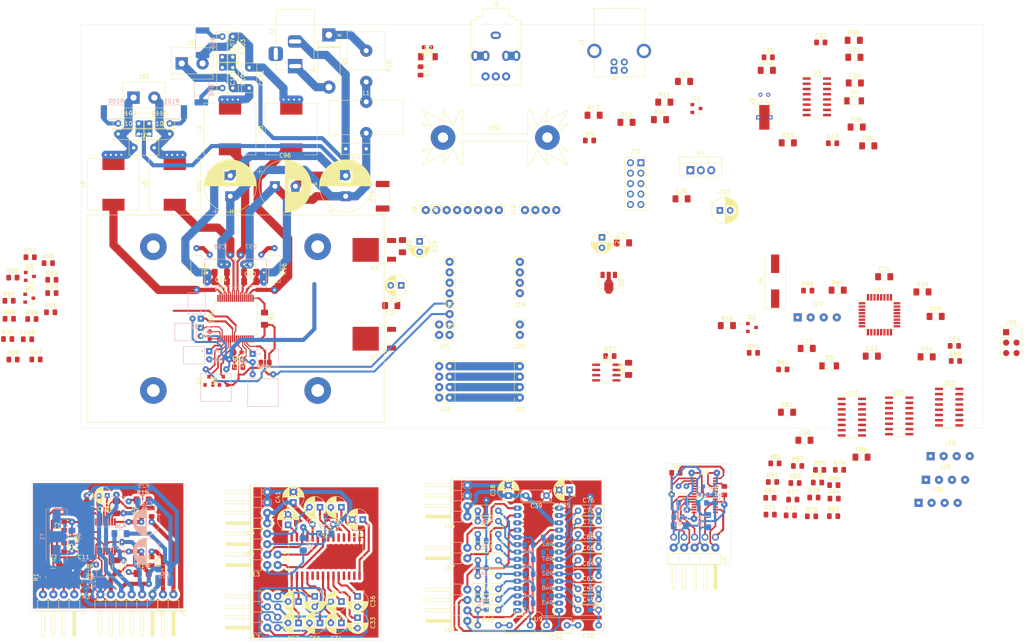
<source format=kicad_pcb>
(kicad_pcb (version 20221018) (generator pcbnew)
  (layers (0 "F.Cu" signal) (31 "B.Cu" signal) (34 "B.Paste" user) (35 "F.Paste" user) (36 "B.SilkS" user "B.Silkscreen") (37 "F.SilkS" user "F.Silkscreen") (38 "B.Mask" user) (39 "F.Mask" user) (44 "Edge.Cuts" user))
  (net 0 "")
  (net 1 "GNDD")
  (net 2 "+5V")
  (net 3 "Net-(C2-Pad2)")
  (net 4 "Net-(C3-Pad2)")
  (net 5 "Net-(C4-Pad2)")
  (net 6 "Net-(C5-Pad2)")
  (net 7 "/main.vcc")
  (net 8 "Net-(C9-Pad2)")
  (net 9 "/main.vusb")
  (net 10 "/~{mcu.res}")
  (net 11 "Net-(C14-Pad1)")
  (net 12 "Net-(C15-Pad2)")
  (net 13 "GNDS")
  (net 14 "/sp.lch2")
  (net 15 "/sp.rch2")
  (net 16 "+12V")
  (net 17 "+9VA")
  (net 18 "+3V3")
  (net 19 "/P11R")
  (net 20 "/P11L")
  (net 21 "/sp.lch1")
  (net 22 "Net-(C40-Pad1)")
  (net 23 "/sp.rch1")
  (net 24 "/P21R")
  (net 25 "/P21L")
  (net 26 "/P12R")
  (net 27 "/P12L")
  (net 28 "/P22R")
  (net 29 "/P22L")
  (net 30 "/P13R")
  (net 31 "/P13L")
  (net 32 "Net-(C51-Pad1)")
  (net 33 "/P23R")
  (net 34 "/P23L")
  (net 35 "/P14R")
  (net 36 "/P14L")
  (net 37 "/P24R")
  (net 38 "/P24L")
  (net 39 "/xtal1")
  (net 40 "/xtal2")
  (net 41 "/P15R")
  (net 42 "/P15L")
  (net 43 "/eq.inl")
  (net 44 "/eq.outr")
  (net 45 "/eq.inr")
  (net 46 "/eq.outl")
  (net 47 "/P25R")
  (net 48 "/P25L")
  (net 49 "/amp.innb")
  (net 50 "/amp.inna")
  (net 51 "/amp.inl")
  (net 52 "/amp.inr")
  (net 53 "/amp.vdds")
  (net 54 "Net-(C84-Pad1)")
  (net 55 "Net-(C85-Pad1)")
  (net 56 "/amp.stby")
  (net 57 "/amp.mute")
  (net 58 "/amp.outna")
  (net 59 "/amp.outnb")
  (net 60 "/amp.outln")
  (net 61 "/amp.outlp")
  (net 62 "/amp.outrn")
  (net 63 "/amp.outrp")
  (net 64 "Net-(D1-Pad2)")
  (net 65 "Net-(D1-Pad1)")
  (net 66 "/main.vmntr")
  (net 67 "Net-(D4-Pad1)")
  (net 68 "/main.~{jackconn}")
  (net 69 "/main.pwrsw")
  (net 70 "Net-(J3-Pad3)")
  (net 71 "Net-(J3-Pad2)")
  (net 72 "Net-(J3-Pad1)")
  (net 73 "/~{icsp.res}")
  (net 74 "/mosi")
  (net 75 "/sck")
  (net 76 "/miso")
  (net 77 "/scl")
  (net 78 "/sda")
  (net 79 "/segP")
  (net 80 "/segF")
  (net 81 "/segD")
  (net 82 "/segB")
  (net 83 "/dig2")
  (net 84 "/dig3")
  (net 85 "/dig4")
  (net 86 "/dig1")
  (net 87 "/segG")
  (net 88 "/segE")
  (net 89 "/segC")
  (net 90 "/segA")
  (net 91 "Net-(L1-Pad1)")
  (net 92 "/amp.outpa")
  (net 93 "/amp.outpb")
  (net 94 "/dac.~{connected}")
  (net 95 "Net-(Q1-Pad1)")
  (net 96 "/uhub.connected")
  (net 97 "Net-(Q2-Pad1)")
  (net 98 "/amp.gain0")
  (net 99 "Net-(Q3-Pad1)")
  (net 100 "/amp.gain1")
  (net 101 "Net-(Q4-Pad1)")
  (net 102 "/amp.~{fault}")
  (net 103 "/amp.diag")
  (net 104 "/main.d+")
  (net 105 "/main.d-")
  (net 106 "Net-(R8-Pad2)")
  (net 107 "/ch340.d+")
  (net 108 "Net-(R9-Pad2)")
  (net 109 "/ch340.d-")
  (net 110 "/dac.d+")
  (net 111 "/dac.d-")
  (net 112 "/lm75.int")
  (net 113 "/sp.sain")
  (net 114 "/amp.~{gain0}")
  (net 115 "/amp.~{gain1}")
  (net 116 "/amp.stby5v")
  (net 117 "/amp.mute5v")
  (net 118 "Net-(R79-Pad1)")
  (net 119 "Net-(R80-Pad1)")
  (net 120 "Net-(R81-Pad1)")
  (net 121 "Net-(R82-Pad1)")
  (net 122 "Net-(R83-Pad1)")
  (net 123 "Net-(R84-Pad1)")
  (net 124 "Net-(R85-Pad1)")
  (net 125 "Net-(R86-Pad1)")
  (net 126 "Net-(R87-Pad1)")
  (net 127 "/mcu.tx")
  (net 128 "/mcu.rx")
  (net 129 "/sp.saout")
  (net 130 "/rclk")
  (net 131 "/qh'1")
  (net 132 "/qh'2")
  (net 133 "Net-(C35-Pad1)")
  (net 134 "Net-(C36-Pad1)")
  (net 135 "Net-(C37-Pad1)")
  (net 136 "Net-(C77-Pad2)")
  (net 137 "Net-(C83-Pad1)")
  (net 138 "/sp.lch1.int")
  (net 139 "/sp.lch2.int")
  (net 140 "/eq.gnds.int")
  (net 141 "/sp.rch1.int")
  (net 142 "/sp.rch2.int")
  (net 143 "/eq.vcc.int")
  (net 144 "/sp.gnds.int")
  (net 145 "/sp.vcc.int")
  (net 146 "Net-(C43-Pad1)")
  (net 147 "Net-(C44-Pad1)")
  (net 148 "Net-(C45-Pad1)")
  (net 149 "Net-(C46-Pad1)")
  (net 150 "/sp.rout.int")
  (net 151 "Net-(C50-Pad1)")
  (net 152 "/sp.eq.inl.int")
  (net 153 "/sp.eq.outr.int")
  (net 154 "Net-(C53-Pad2)")
  (net 155 "/sp.lout.int")
  (net 156 "/sp.eq.inr.int")
  (net 157 "Net-(C56-Pad1)")
  (net 158 "/sp.eq.outl.int")
  (net 159 "Net-(C67-Pad2)")
  (net 160 "Net-(C97-Pad1)")
  (net 161 "/sp.saout.int")
  (net 162 "/sp.sda.int")
  (net 163 "/sp.sain.int")
  (net 164 "/sp.scl.int")
  (net 165 "/eq.scl.int")
  (net 166 "/eq.sda.int")
  (net 167 "/eq.outr.int")
  (net 168 "/eq.outl.int")
  (net 169 "/eq.inr.int")
  (net 170 "/eq.inl.int")
  (net 171 "Net-(R73-Pad1)")
  (net 172 "Net-(R74-Pad1)")
  (net 173 "Net-(R75-Pad1)")
  (net 174 "Net-(R76-Pad1)")
  (net 175 "Net-(R77-Pad1)")
  (net 176 "Net-(R78-Pad1)")
  (net 177 "/dac.connected")
  (net 178 "/dac.dgnd.int")
  (net 179 "Net-(C16-Pad2)")
  (net 180 "/dac.pgnd.int")
  (net 181 "Net-(C10-Pad1)")
  (net 182 "/dac.vdd.int")
  (net 183 "Net-(C12-Pad1)")
  (net 184 "/dac.agndl.int")
  (net 185 "Net-(C13-Pad1)")
  (net 186 "/dac.agndr.int")
  (net 187 "/dac.lout.int")
  (net 188 "/dac.rout.int")
  (net 189 "Net-(C18-Pad2)")
  (net 190 "Net-(C21-Pad2)")
  (net 191 "/dac.3v3a.int")
  (net 192 "Net-(C47-Pad1)")
  (net 193 "Net-(C52-Pad1)")
  (net 194 "Net-(C54-Pad2)")
  (net 195 "Net-(C57-Pad1)")
  (net 196 "Net-(C68-Pad2)")
  (net 197 "Net-(C72-Pad2)")
  (net 198 "Net-(C83-Pad2)")
  (net 199 "Net-(C85-Pad2)")
  (net 200 "Net-(C89-Pad1)")
  (net 201 "Net-(C92-Pad1)")
  (net 202 "Net-(C98-Pad2)")
  (net 203 "Net-(C107-Pad1)")
  (net 204 "Net-(C108-Pad2)")
  (net 205 "Net-(C109-Pad1)")
  (net 206 "Net-(C110-Pad2)")
  (net 207 "/dac.zgnd.int")
  (net 208 "/dac.3v3d.int")
  (net 209 "/dac.connected.int")
  (net 210 "/dac.host.int")
  (net 211 "/dac.d+.int")
  (net 212 "/dac.d-.int")
  (net 213 "Net-(R1-Pad2)")
  (net 214 "Net-(R6-Pad2)")
  (net 215 "Net-(R32-Pad2)")
  (net 216 "Net-(C8-Pad1)")
  (net 217 "/uhub.gnd.int")
  (net 218 "/uhub.vcc.int")
  (net 219 "/uhub.connected.int")
  (net 220 "/uhub.dm2.int")
  (net 221 "/uhub.dp2.int")
  (net 222 "/uhub.vbusm.int")
  (net 223 "/uhub.dm1.int")
  (net 224 "/uhub.dmu.int")
  (net 225 "/uhub.dp1.int")
  (net 226 "/uhub.dpu.int")
  (net 227 "Net-(C19-Pad2)")
  (net 228 "Net-(C22-Pad2)")
  (net 229 "Net-(C33-Pad1)")
  (net 230 "Net-(C34-Pad1)")
  (net 231 "Net-(C55-Pad2)")
  (net 232 "Net-(C58-Pad1)")
  (net 233 "Net-(C63-Pad2)")
  (net 234 "Net-(C64-Pad2)")
  (net 235 "Net-(C73-Pad2)")
  (net 236 "Net-(C74-Pad2)")
  (net 237 "Net-(R5-Pad2)")
  (net 238 "Net-(R20-Pad2)")
  (net 239 "Net-(U2-Pad3)")
  (net 240 "Net-(U2-Pad2)")
  (net 241 "Net-(Q1-Pad3)")
  (net 242 "Net-(R33-Pad2)")
  (net 243 "Net-(R38-Pad2)")
  (net 244 "Net-(R88-Pad1)")
  (footprint "Capacitor_SMD:C_0805_2012Metric_Pad1.15x1.40mm_HandSolder" (layer "F.Cu") (at 209.02676 29.3116)
    (fp_text reference "C18")
    (fp_text value "18pF")
  )
  (footprint "Capacitor_SMD:C_0805_2012Metric_Pad1.15x1.40mm_HandSolder" (layer "F.Cu") (at 224.68332 50.24374)
    (fp_text reference "C19")
    (fp_text value "18pF")
  )
  (footprint "Capacitor_SMD:C_1206_3216Metric_Pad1.42x1.75mm_HandSolder" (layer "F.Cu") (at 229.9843 29.32684)
    (fp_text reference "C21")
    (fp_text value "100nF")
  )
  (footprint "Capacitor_SMD:C_0805_2012Metric_Pad1.15x1.40mm_HandSolder" (layer "F.Cu") (at 221.81312 25.70734)
    (fp_text reference "C22")
    (fp_text value "1nF")
  )
  (footprint "Capacitor_SMD:C_0805_2012Metric_Pad1.15x1.40mm_HandSolder" (layer "F.Cu") (at 37.66312 143.4301 90)
    (fp_text reference "C2")
    (fp_text value "18pF")
  )
  (footprint "Capacitor_SMD:C_0805_2012Metric_Pad1.15x1.40mm_HandSolder" (layer "F.Cu") (at 37.66312 148.57846 -90)
    (fp_text reference "C3")
    (fp_text value "18pF")
  )
  (footprint "Capacitor_THT:C_Rect_L7.2mm_W2.5mm_P5.00mm_FKS2_FKP2_MKS2_MKP2" (layer "F.Cu") (at 111.18216 51.60264 180)
    (fp_text reference "C7")
    (fp_text value "100nF")
  )
  (footprint "Capacitor_SMD:C_1206_3216Metric_Pad1.42x1.75mm_HandSolder" (layer "F.Cu") (at 188.53912 35.19932)
    (fp_text reference "C17")
    (fp_text value "100nF")
  )
  (footprint "Capacitor_SMD:C_1206_3216Metric_Pad1.42x1.75mm_HandSolder" (layer "F.Cu") (at 230.10622 35.57778)
    (fp_text reference "C25")
    (fp_text value "470nF")
  )
  (footprint "Capacitor_SMD:C_1206_3216Metric_Pad1.42x1.75mm_HandSolder" (layer "F.Cu") (at 42.42054 152.78354)
    (fp_text reference "C11")
    (fp_text value "1uF")
  )
  (footprint "Capacitor_SMD:C_1206_3216Metric_Pad1.42x1.75mm_HandSolder" (layer "F.Cu") (at 50.39106 153.21694 -90)
    (fp_text reference "C13")
    (fp_text value "1uF")
  )
  (footprint "Capacitor_THT:CP_Radial_D6.3mm_P2.50mm" (layer "F.Cu") (at 197.25894 66.59372)
    (fp_text reference "C23")
    (fp_text value "100uF")
  )
  (footprint "KiCAD_User_Lib:CP_Radial_D5.0mm_P2.54mm" (layer "F.Cu") (at 119.69496 84.83854 180)
    (fp_text reference "C24")
    (fp_text value "10uF")
  )
  (footprint "Capacitor_SMD:C_1206_3216Metric_Pad1.42x1.75mm_HandSolder" (layer "F.Cu") (at 187.93714 63.76416)
    (fp_text reference "C26")
    (fp_text value "100nF")
  )
  (footprint "KiCAD_User_Lib:CP_Radial_D5.0mm_P2.54mm" (layer "F.Cu") (at 168.55948 73.1393 -90)
    (fp_text reference "C28")
    (fp_text value "10uF")
  )
  (footprint "KiCAD_User_Lib:CP_Radial_D5.0mm_P2.54mm" (layer "F.Cu") (at 124.1933 74.12736 -90)
    (fp_text reference "C29")
    (fp_text value "10uF")
  )
  (footprint "Capacitor_SMD:C_1206_3216Metric_Pad1.42x1.75mm_HandSolder" (layer "F.Cu") (at 173.6725 74.4855)
    (fp_text reference "C31")
    (fp_text value "100nF")
  )
  (footprint "Capacitor_SMD:C_1206_3216Metric_Pad1.42x1.75mm_HandSolder" (layer "F.Cu") (at 120.00484 75.29228 -90)
    (fp_text reference "C32")
    (fp_text value "100nF")
  )
  (footprint "Capacitor_SMD:C_1206_3216Metric_Pad1.42x1.75mm_HandSolder" (layer "F.Cu") (at 175.02632 105.14838 90)
    (fp_text reference "C30")
    (fp_text value "1uF")
  )
  (footprint "KiCAD_User_Lib:CP_Radial_D5.0mm_P2.54mm" (layer "F.Cu") (at 105.13314 166.9923 180)
    (fp_text reference "C34")
    (fp_text value "3.3uF")
  )
  (footprint "Capacitor_SMD:C_1206_3216Metric_Pad1.42x1.75mm_HandSolder" (layer "F.Cu") (at 218.39174 100.18268)
    (fp_text reference "C77")
    (fp_text value "100nF")
  )
  (footprint "Capacitor_SMD:C_1206_3216Metric_Pad1.42x1.75mm_HandSolder" (layer "F.Cu") (at 234.24134 102.06482)
    (fp_text reference "C53")
    (fp_text value "100nF")
  )
  (footprint "Capacitor_SMD:C_0805_2012Metric_Pad1.15x1.40mm_HandSolder" (layer "F.Cu") (at 254.3339 99.56292)
    (fp_text reference "C59")
    (fp_text value "18pF")
  )
  (footprint "Capacitor_SMD:C_0805_2012Metric_Pad1.15x1.40mm_HandSolder" (layer "F.Cu") (at 254.58928 103.23322)
    (fp_text reference "C60")
    (fp_text value "18pF")
  )
  (footprint "Capacitor_SMD:C_1206_3216Metric_Pad1.42x1.75mm_HandSolder" (layer "F.Cu") (at 249.77344 92.39504)
    (fp_text reference "C69")
    (fp_text value "1uF")
  )
  (footprint "Capacitor_SMD:C_1206_3216Metric_Pad1.42x1.75mm_HandSolder" (layer "F.Cu") (at 237.24616 82.7278)
    (fp_text reference "C74")
    (fp_text value "1uF")
  )
  (footprint "Capacitor_SMD:C_0805_2012Metric_Pad1.15x1.40mm_HandSolder" (layer "F.Cu") (at 80.12424 102.8348 180)
    (fp_text reference "C84")
    (fp_text value "100nF")
  )
  (footprint "Capacitor_THT:CP_Radial_D12.5mm_P5.00mm" (layer "F.Cu") (at 88.95588 60.706)
    (fp_text reference "C96")
    (fp_text value "1mF")
  )
  (footprint "Capacitor_SMD:C_1206_3216Metric_Pad1.42x1.75mm_HandSolder" (layer "F.Cu") (at 231.72674 126.64186)
    (fp_text reference "C86")
    (fp_text value "1uF")
  )
  (footprint "Capacitor_SMD:C_1206_3216Metric_Pad1.42x1.75mm_HandSolder" (layer "F.Cu") (at 213.6013 115.7224)
    (fp_text reference "C87")
    (fp_text value "1uF")
  )
  (footprint "Capacitor_SMD:C_1206_3216Metric_Pad1.42x1.75mm_HandSolder" (layer "F.Cu") (at 217.83388 122.52706)
    (fp_text reference "C88")
    (fp_text value "1uF")
  )
  (footprint "Capacitor_SMD:C_0805_2012Metric_Pad1.15x1.40mm_HandSolder" (layer "F.Cu") (at 34.67862 86.70544)
    (fp_text reference "C99")
    (fp_text value "2.2uF")
  )
  (footprint "Capacitor_SMD:C_0805_2012Metric_Pad1.15x1.40mm_HandSolder" (layer "F.Cu") (at 28.74772 97.93986)
    (fp_text reference "C100")
    (fp_text value "2.2uF")
  )
  (footprint "Capacitor_THT:C_Rect_L7.0mm_W3.5mm_P5.00mm" (layer "F.Cu") (at 54.58332 51.3461)
    (fp_text reference "C102")
    (fp_text value "220nF")
  )
  (footprint "Capacitor_THT:C_Rect_L7.2mm_W2.5mm_P5.00mm_FKS2_FKP2_MKS2_MKP2" (layer "F.Cu") (at 50.81142 47.97298)
    (fp_text reference "C105")
    (fp_text value "220nF")
  )
  (footprint "Capacitor_THT:C_Rect_L7.2mm_W2.5mm_P5.00mm_FKS2_FKP2_MKS2_MKP2" (layer "F.Cu") (at 58.35142 47.97298)
    (fp_text reference "C106")
    (fp_text value "220nF")
  )
  (footprint "Package_TO_SOT_SMD:SOT-23" (layer "F.Cu") (at 191.55664 41.7957)
    (fp_text reference "D3")
    (fp_text value "BAV99")
  )
  (footprint "Diode_SMD:D_MiniMELF" (layer "F.Cu") (at 126.2152 29.17444)
    (fp_text reference "D2")
    (fp_text value "5V1")
  )
  (footprint "Diode_SMD:D_MiniMELF" (layer "F.Cu") (at 229.93858 39.92626)
    (fp_text reference "D4")
    (fp_text value "LL4148")
  )
  (footprint "Diode_SMD:D_MiniMELF" (layer "F.Cu") (at 223.87052 104.42956)
    (fp_text reference "D5")
    (fp_text value "3V3")
  )
  (footprint "KiCAD_User_Lib:Jack_3.5mm_CUI_SJ-3568N_Horizontal" (layer "F.Cu") (at 142.72514 23.97846)
    (fp_text reference "J1")
    (fp_text value "ST-04M-160")
  )
  (footprint "Connector_BarrelJack:BarrelJack_Horizontal" (layer "F.Cu") (at 93.8784 31.47314 -90)
    (fp_text reference "J2")
    (fp_text value "main.pwrin")
  )
  (footprint "Connector_USB:USB_B_OST_USB-B1HSxx_Horizontal" (layer "F.Cu") (at 171.49612 32.48836 90)
    (fp_text reference "J3")
    (fp_text value "USB_B")
  )
  (footprint "KiCAD_User_Lib:AVR_ICSP_Without_VCC_P2.54mm" (layer "F.Cu") (at 266.92352 96.22536)
    (fp_text reference "J26")
    (fp_text value "ISP")
  )
  (footprint "Connector_Wire:SolderWirePad_1x04_P3.175mm_Drill0.8mm" (layer "F.Cu") (at 216.18194 92.6338)
    (fp_text reference "J27")
    (fp_text value "Conn_01x04")
  )
  (footprint "Connector_Wire:SolderWirePad_1x04_P3.175mm_Drill0.8mm" (layer "F.Cu") (at 247.41124 132.16636)
    (fp_text reference "J28")
    (fp_text value "Conn_01x04")
  )
  (footprint "Connector_Wire:SolderWirePad_1x04_P3.175mm_Drill0.8mm" (layer "F.Cu") (at 248.5481 126.4019)
    (fp_text reference "J29")
    (fp_text value "Conn_01x04")
  )
  (footprint "Connector_Wire:SolderWirePad_1x04_P3.175mm_Drill0.8mm" (layer "F.Cu") (at 245.61038 137.77468)
    (fp_text reference "J30")
    (fp_text value "Conn_01x04")
  )
  (footprint "Package_TO_SOT_SMD:SOT-23" (layer "F.Cu") (at 205.0702 95.08744)
    (fp_text reference "Q2")
    (fp_text value "BC847")
  )
  (footprint "Package_TO_SOT_SMD:SOT-23" (layer "F.Cu") (at 72.90816 108.07406 90)
    (fp_text reference "Q4")
    (fp_text value "IRLML5203")
  )
  (footprint "Package_TO_SOT_SMD:SOT-23" (layer "F.Cu") (at 29.18206 87.95766)
    (fp_text reference "Q5")
    (fp_text value "2N7002")
  )
  (footprint "Package_TO_SOT_SMD:SOT-23" (layer "F.Cu") (at 29.32684 82.65414)
    (fp_text reference "Q6")
    (fp_text value "BC857")
  )
  (footprint "Resistor_SMD:R_0805_2012Metric_Pad1.15x1.40mm_HandSolder" (layer "F.Cu") (at 165.5228 49.57318)
    (fp_text reference "R4")
    (fp_text value "2k")
  )
  (footprint "Resistor_SMD:R_1206_3216Metric_Pad1.42x1.75mm_HandSolder" (layer "F.Cu") (at 198.96328 94.615)
    (fp_text reference "R40")
    (fp_text value "2k")
  )
  (footprint "Resistor_SMD:R_1206_3216Metric_Pad1.42x1.75mm_HandSolder" (layer "F.Cu") (at 183.73598 40.24376)
    (fp_text reference "R11")
    (fp_text value "100R")
  )
  (footprint "Resistor_SMD:R_1206_3216Metric_Pad1.42x1.75mm_HandSolder" (layer "F.Cu") (at 174.52594 45.15358)
    (fp_text reference "R12")
    (fp_text value "10R")
  )
  (footprint "Resistor_SMD:R_1206_3216Metric_Pad1.42x1.75mm_HandSolder" (layer "F.Cu") (at 166.52748 43.42638)
    (fp_text reference "R13")
    (fp_text value "10R")
  )
  (footprint "Resistor_SMD:R_1206_3216Metric_Pad1.42x1.75mm_HandSolder" (layer "F.Cu") (at 208.6864 32.4993)
    (fp_text reference "R32")
    (fp_text value "10R")
  )
  (footprint "Resistor_SMD:R_1206_3216Metric_Pad1.42x1.75mm_HandSolder" (layer "F.Cu") (at 213.78672 50.1396)
    (fp_text reference "R33")
    (fp_text value "10R")
  )
  (footprint "Resistor_SMD:R_0805_2012Metric_Pad1.15x1.40mm_HandSolder" (layer "F.Cu") (at 205.41488 101.2571)
    (fp_text reference "R41")
    (fp_text value "10k")
  )
  (footprint "Resistor_SMD:R_1206_3216Metric_Pad1.42x1.75mm_HandSolder" (layer "F.Cu") (at 233.35996 50.8762)
    (fp_text reference "R34")
    (fp_text value "10R")
  )
  (footprint "Resistor_SMD:R_2512_6332Metric_Pad1.52x3.35mm_HandSolder" (layer "F.Cu") (at 115.18138 63.14948 90)
    (fp_text reference "R16")
    (fp_text value "1R")
  )
  (footprint "Resistor_SMD:R_1206_3216Metric_Pad1.42x1.75mm_HandSolder" (layer "F.Cu") (at 34.94946 152.78354)
    (fp_text reference "R2")
    (fp_text value "1M")
  )
  (footprint "Resistor_SMD:R_0603_1608Metric_Pad1.05x0.95mm_HandSolder" (layer "F.Cu") (at 43.03398 159.20212 180)
    (fp_text reference "R3")
    (fp_text value "1k5")
  )
  (footprint "Resistor_SMD:R_0805_2012Metric_Pad1.15x1.40mm_HandSolder" (layer "F.Cu") (at 124.421901 32.642702 -90)
    (fp_text reference "R17")
    (fp_text value "10k 1%")
  )
  (footprint "Resistor_SMD:R_0603_1608Metric_Pad1.05x0.95mm_HandSolder" (layer "F.Cu") (at 39.41572 146.58978 -90)
    (fp_text reference "R6")
    (fp_text value "1k5")
  )
  (footprint "Resistor_SMD:R_1206_3216Metric_Pad1.42x1.75mm_HandSolder" (layer "F.Cu") (at 43.90804 157.353)
    (fp_text reference "R9")
    (fp_text value "22R")
  )
  (footprint "Resistor_SMD:R_0603_1608Metric_Pad1.05x0.95mm_HandSolder" (layer "F.Cu") (at 126.08052 26.87574 180)
    (fp_text reference "R21")
    (fp_text value "909R 1%")
  )
  (footprint "Resistor_SMD:R_1206_3216Metric_Pad1.42x1.75mm_HandSolder" (layer "F.Cu") (at 182.68442 44.49572)
    (fp_text reference "R24")
    (fp_text value "10k")
  )
  (footprint "Resistor_SMD:R_1206_3216Metric_Pad1.42x1.75mm_HandSolder" (layer "F.Cu") (at 229.84046 25.18664)
    (fp_text reference "R35")
    (fp_text value "10k")
  )
  (footprint "Resistor_SMD:R_1206_3216Metric_Pad1.42x1.75mm_HandSolder" (layer "F.Cu") (at 230.5558 46.30166)
    (fp_text reference "R36")
    (fp_text value "0R")
  )
  (footprint "Resistor_SMD:R_1206_3216Metric_Pad1.42x1.75mm_HandSolder" (layer "F.Cu") (at 56.77568 154.934919)
    (fp_text reference "R14")
    (fp_text value "16R")
  )
  (footprint "Resistor_SMD:R_0805_2012Metric_Pad1.15x1.40mm_HandSolder" (layer "F.Cu") (at 170.49866 102.04704)
    (fp_text reference "R37")
    (fp_text value "10k")
  )
  (footprint "Resistor_SMD:R_1206_3216Metric_Pad1.42x1.75mm_HandSolder" (layer "F.Cu") (at 225.92792 86.0044)
    (fp_text reference "R64")
    (fp_text value "0")
  )
  (footprint "Resistor_SMD:R_0805_2012Metric_Pad1.15x1.40mm_HandSolder" (layer "F.Cu") (at 212.5726 105.29062)
    (fp_text reference "R65")
    (fp_text value "3k3")
  )
  (footprint "Resistor_SMD:R_0805_2012Metric_Pad1.15x1.40mm_HandSolder" (layer "F.Cu") (at 218.63812 86.11108)
    (fp_text reference "R66")
    (fp_text value "3k3")
  )
  (footprint "Resistor_SMD:R_1206_3216Metric_Pad1.42x1.75mm_HandSolder" (layer "F.Cu") (at 247.58142 102.22738)
    (fp_text reference "R54")
    (fp_text value "330R")
  )
  (footprint "Resistor_SMD:R_1206_3216Metric_Pad1.42x1.75mm_HandSolder" (layer "F.Cu") (at 246.56288 86.42858)
    (fp_text reference "R59")
    (fp_text value "10R")
  )
  (footprint "Resistor_SMD:R_0805_2012Metric_Pad1.15x1.40mm_HandSolder" (layer "F.Cu") (at 30.8229 102.8573)
    (fp_text reference "R67")
    (fp_text value "10k")
  )
  (footprint "Resistor_SMD:R_0805_2012Metric_Pad1.15x1.40mm_HandSolder" (layer "F.Cu") (at 25.18156 82.9437)
    (fp_text reference "R68")
    (fp_text value "10k")
  )
  (footprint "Resistor_SMD:R_0805_2012Metric_Pad1.15x1.40mm_HandSolder" (layer "F.Cu") (at 24.31288 92.97416)
    (fp_text reference "R69")
    (fp_text value "100")
  )
  (footprint "Resistor_SMD:R_0805_2012Metric_Pad1.15x1.40mm_HandSolder" (layer "F.Cu") (at 23.9268 97.8916)
    (fp_text reference "R70")
    (fp_text value "100")
  )
  (footprint "Resistor_SMD:R_0805_2012Metric_Pad1.15x1.40mm_HandSolder" (layer "F.Cu") (at 80.12424 104.73472)
    (fp_text reference "R71")
    (fp_text value "39k")
  )
  (footprint "Resistor_SMD:R_0805_2012Metric_Pad1.15x1.40mm_HandSolder" (layer "F.Cu") (at 25.22982 102.88778)
    (fp_text reference "R89")
    (fp_text value "100k")
  )
  (footprint "Resistor_SMD:R_0805_2012Metric_Pad1.15x1.40mm_HandSolder" (layer "F.Cu") (at 29.80944 93.02242)
    (fp_text reference "R90")
    (fp_text value "10k")
  )
  (footprint "Resistor_SMD:R_0805_2012Metric_Pad1.15x1.40mm_HandSolder" (layer "F.Cu") (at 34.3916 91.38158)
    (fp_text reference "R91")
    (fp_text value "5.1k")
  )
  (footprint "Resistor_SMD:R_0805_2012Metric_Pad1.15x1.40mm_HandSolder" (layer "F.Cu") (at 29.38918 77.978)
    (fp_text reference "R92")
    (fp_text value "2k")
  )
  (footprint "Resistor_SMD:R_0805_2012Metric_Pad1.15x1.40mm_HandSolder" (layer "F.Cu") (at 34.67862 83.47456)
    (fp_text reference "R93")
    (fp_text value "2k")
  )
  (footprint "Resistor_SMD:R_0805_2012Metric_Pad1.15x1.40mm_HandSolder" (layer "F.Cu") (at 24.26462 88.58504)
    (fp_text reference "R94")
    (fp_text value "3k3")
  )
  (footprint "Resistor_SMD:R_0805_2012Metric_Pad1.15x1.40mm_HandSolder" (layer "F.Cu") (at 33.81248 79.42326)
    (fp_text reference "R95")
    (fp_text value "3k3")
  )
  (footprint "Resistor_SMD:R_0805_2012Metric_Pad1.15x1.40mm_HandSolder" (layer "F.Cu") (at 214.41272 140.81506)
    (fp_text reference "R73")
    (fp_text value "130R")
  )
  (footprint "Resistor_SMD:R_0805_2012Metric_Pad1.15x1.40mm_HandSolder" (layer "F.Cu") (at 226.37358 129.73304)
    (fp_text reference "R74")
    (fp_text value "130R")
  )
  (footprint "Resistor_SMD:R_0805_2012Metric_Pad1.15x1.40mm_HandSolder" (layer "F.Cu") (at 209.5029 140.62456)
    (fp_text reference "R75")
    (fp_text value "130R")
  )
  (footprint "Resistor_SMD:R_0805_2012Metric_Pad1.15x1.40mm_HandSolder" (layer "F.Cu") (at 219.5703 141.04366)
    (fp_text reference "R76")
    (fp_text value "130R")
  )
  (footprint "Resistor_SMD:R_0805_2012Metric_Pad1.15x1.40mm_HandSolder" (layer "F.Cu") (at 215.002 136.96696)
    (fp_text reference "R77")
    (fp_text value "130R")
  )
  (footprint "Resistor_SMD:R_0805_2012Metric_Pad1.15x1.40mm_HandSolder" (layer "F.Cu") (at 221.02434 132.81914)
    (fp_text reference "R78")
    (fp_text value "130R")
  )
  (footprint "Resistor_SMD:R_0805_2012Metric_Pad1.15x1.40mm_HandSolder" (layer "F.Cu") (at 220.14296 136.46912)
    (fp_text reference "R79")
    (fp_text value "130R")
  )
  (footprint "Resistor_SMD:R_0805_2012Metric_Pad1.15x1.40mm_HandSolder" (layer "F.Cu") (at 210.65236 128.16078)
    (fp_text reference "R80")
    (fp_text value "130R")
  )
  (footprint "Resistor_SMD:R_0805_2012Metric_Pad1.15x1.40mm_HandSolder" (layer "F.Cu") (at 210.06932 132.69214)
    (fp_text reference "R81")
    (fp_text value "130R")
  )
  (footprint "Resistor_SMD:R_0805_2012Metric_Pad1.15x1.40mm_HandSolder" (layer "F.Cu") (at 224.92578 141.00302)
    (fp_text reference "R82")
    (fp_text value "130R")
  )
  (footprint "Resistor_SMD:R_0805_2012Metric_Pad1.15x1.40mm_HandSolder" (layer "F.Cu") (at 215.54556 132.9436)
    (fp_text reference "R83")
    (fp_text value "130R")
  )
  (footprint "Resistor_SMD:R_0805_2012Metric_Pad1.15x1.40mm_HandSolder" (layer "F.Cu") (at 225.0694 136.72312)
    (fp_text reference "R84")
    (fp_text value "130R")
  )
  (footprint "Resistor_SMD:R_0805_2012Metric_Pad1.15x1.40mm_HandSolder" (layer "F.Cu") (at 209.4394 136.53262)
    (fp_text reference "R85")
    (fp_text value "130R")
  )
  (footprint "Resistor_SMD:R_0805_2012Metric_Pad1.15x1.40mm_HandSolder" (layer "F.Cu") (at 221.54388 129.73304)
    (fp_text reference "R86")
    (fp_text value "130R")
  )
  (footprint "Resistor_SMD:R_0805_2012Metric_Pad1.15x1.40mm_HandSolder" (layer "F.Cu") (at 216.17548 128.7907)
    (fp_text reference "R87")
    (fp_text value "130R")
  )
  (footprint "Resistor_SMD:R_0805_2012Metric_Pad1.15x1.40mm_HandSolder" (layer "F.Cu") (at 224.98928 133.44906)
    (fp_text reference "R88")
    (fp_text value "130R")
  )
  (footprint "Package_SO:SOIC-16_3.9x9.9mm_P1.27mm" (layer "F.Cu") (at 220.86062 38.94328)
    (fp_text reference "U3")
    (fp_text value "CH340G")
  )
  (footprint "Package_SO:SSOP-28_5.3x10.2mm_P0.65mm" (layer "F.Cu") (at 45.76318 146.004279 90)
    (fp_text reference "U1")
    (fp_text value "PCM2704")
  )
  (footprint "Package_TO_SOT_THT:TO-220-3_Vertical" (layer "F.Cu") (at 190.07328 56.8198)
    (fp_text reference "U4")
    (fp_text value "78S05")
  )
  (footprint "Package_TO_SOT_SMD:SOT-89-3" (layer "F.Cu") (at 170.22064 83.7692 -90)
    (fp_text reference "U6")
    (fp_text value "L78L33_SOT89")
  )
  (footprint "Package_SO:SOIC-8_3.9x4.9mm_P1.27mm" (layer "F.Cu") (at 169.62016 106.05262)
    (fp_text reference "U8")
    (fp_text value "LM75B")
  )
  (footprint "Package_QFP:TQFP-32_7x7mm_P0.8mm" (layer "F.Cu") (at 236.10316 91.99118)
    (fp_text reference "U11")
    (fp_text value "ATmega88PA-AU")
  )
  (footprint "Package_SO:SOIC-16_3.9x9.9mm_P1.27mm" (layer "F.Cu") (at 229.37978 116.90858)
    (fp_text reference "U12")
    (fp_text value "74HC595")
  )
  (footprint "Package_SO:SOIC-16_3.9x9.9mm_P1.27mm" (layer "F.Cu") (at 253.06274 114.47272)
    (fp_text reference "U13")
    (fp_text value "74HC595")
  )
  (footprint "Package_SO:SOIC-16_3.9x9.9mm_P1.27mm" (layer "F.Cu") (at 240.9063 116.61394)
    (fp_text reference "U14")
    (fp_text value "74HC595")
  )
  (footprint "Crystal:Crystal_SMD_HC49-SD" (layer "F.Cu") (at 210.70824 83.82 90)
    (fp_text reference "Y4")
    (fp_text value "16MHz")
  )
  (footprint "Crystal:Crystal_DS26_D2.0mm_L6.0mm_Horizontal_1EP_style2" (layer "F.Cu") (at 207.137 38.43782)
    (fp_text reference "Y3")
    (fp_text value "12MHz")
  )
  (footprint "KiCAD_User_Lib:ST_PowerSSO-36_EPU_SlugUp" (layer "F.Cu") (at 79.375 92.92118 90)
    (fp_text reference "U15")
    (fp_text value "TDA7498")
  )
  (footprint "Resistor_THT:R_Axial_DIN0207_L6.3mm_D2.5mm_P10.16mm_Horizontal" (layer "F.Cu") (at 88.86698 75.77582 -90)
    (fp_text reference "R96")
    (fp_text value "22R")
  )
  (footprint "Capacitor_SMD:C_1206_3216Metric_Pad1.42x1.75mm_HandSolder" (layer "F.Cu") (at 82.94718 81.67914)
    (fp_text reference "C93")
    (fp_text value "1uF")
  )
  (footprint "Capacitor_SMD:C_1206_3216Metric_Pad1.42x1.75mm_HandSolder" (layer "F.Cu") (at 82.94718 83.91942)
    (fp_text reference "C90")
    (fp_text value "100nF")
  )
  (footprint "Resistor_THT:R_Axial_DIN0207_L6.3mm_D2.5mm_P10.16mm_Horizontal" (layer "F.Cu") (at 69.8754 75.77582 -90)
    (fp_text reference "R97")
    (fp_text value "22R")
  )
  (footprint "KiCAD_User_Lib:CP_Radial_D5.0mm_P2.54mm" (layer "F.Cu") (at 94.71914 166.9923 180)
    (fp_text reference "C57")
    (fp_text value "3.3uF")
  )
  (footprint "Capacitor_THT:C_Rect_L7.0mm_W3.5mm_P5.00mm" (layer "F.Cu") (at 143.34364 151.742142 180)
    (fp_text reference "C65")
    (fp_text value "12nF")
  )
  (footprint "Capacitor_THT:C_Rect_L7.2mm_W2.5mm_P5.00mm_FKS2_FKP2_MKS2_MKP2" (layer "F.Cu") (at 143.34364 148.56714 180)
    (fp_text reference "C67")
    (fp_text value "2.7nF")
  )
  (footprint "Capacitor_THT:C_Rect_L7.0mm_W3.5mm_P5.00mm" (layer "F.Cu") (at 143.34364 145.39214 180)
    (fp_text reference "C70")
    (fp_text value "3.9nF")
  )
  (footprint "Capacitor_THT:C_Rect_L7.2mm_W2.5mm_P5.00mm_FKS2_FKP2_MKS2_MKP2" (layer "F.Cu") (at 143.34364 139.677143 180)
    (fp_text reference "C75")
    (fp_text value "100nF")
  )
  (footprint "Capacitor_THT:C_Rect_L7.2mm_W2.5mm_P5.00mm_FKS2_FKP2_MKS2_MKP2" (layer "F.Cu") (at 143.343641 142.217139 180)
    (fp_text reference "C72")
    (fp_text value "220nF")
  )
  (footprint "KiCAD_User_Lib:CP_Radial_D5.0mm_P2.54mm" (layer "F.Cu") (at 99.92614 166.9923 180)
    (fp_text reference "C51")
    (fp_text value "3.3uF")
  )
  (footprint "Capacitor_THT:C_Rect_L7.0mm_W3.5mm_P5.00mm" (layer "F.Cu") (at 143.34364 155.552141 180)
    (fp_text reference "C63")
    (fp_text value "8.2nF")
  )
  (footprint "KiCAD_User_Lib:CP_Radial_D5.0mm_P2.54mm" (layer "F.Cu") (at 160.66516 134.62254 180)
    (fp_text reference "C35")
    (fp_text value "22uF")
  )
  (footprint "Capacitor_THT:C_Rect_L7.2mm_W2.5mm_P5.00mm_FKS2_FKP2_MKS2_MKP2" (layer "F.Cu") (at 143.343641 163.807141 180)
    (fp_text reference "C48")
    (fp_text value "1.2nF")
  )
  (footprint "Capacitor_THT:C_Rect_L7.2mm_W2.5mm_P5.00mm_FKS2_FKP2_MKS2_MKP2" (layer "F.Cu") (at 143.343638 158.727138 180)
    (fp_text reference "C61")
    (fp_text value "47nF")
  )
  (footprint "Capacitor_THT:C_Rect_L7.2mm_W2.5mm_P5.00mm_FKS2_FKP2_MKS2_MKP2" (layer "F.Cu") (at 143.343639 161.26714 180)
    (fp_text reference "C54")
    (fp_text value "33nF")
  )
  (footprint "Capacitor_THT:C_Rect_L7.0mm_W3.5mm_P5.00mm" (layer "F.Cu") (at 146.06524 167.56126)
    (fp_text reference "C43")
    (fp_text value "2.7nF")
  )
  (footprint "Capacitor_THT:C_Rect_L7.2mm_W2.5mm_P5.00mm_FKS2_FKP2_MKS2_MKP2" (layer "F.Cu") (at 138.34364 167.56126)
    (fp_text reference "C44")
    (fp_text value "1.2nF")
  )
  (footprint "Capacitor_THT:C_Rect_L7.0mm_W3.5mm_P5.00mm" (layer "F.Cu") (at 160.0581 167.56126 180)
    (fp_text reference "C45")
    (fp_text value "2.7nF")
  )
  (footprint "Capacitor_THT:C_Rect_L7.2mm_W2.5mm_P5.00mm_FKS2_FKP2_MKS2_MKP2" (layer "F.Cu") (at 167.74922 167.56126 180)
    (fp_text reference "C46")
    (fp_text value "1.2nF")
  )
  (footprint "Package_TO_SOT_SMD:TO-252-2" (layer "F.Cu") (at 113.153081 76.195841 180)
    (fp_text reference "U7")
    (fp_text value "L7809")
  )
  (footprint "Capacitor_SMD:C_0603_1608Metric_Pad1.05x0.95mm_HandSolder" (layer "F.Cu") (at 73.07072 96.97886 90)
    (fp_text reference "C85")
    (fp_text value "100nF")
  )
  (footprint "Resistor_SMD:R_0805_2012Metric_Pad1.15x1.40mm_HandSolder" (layer "F.Cu") (at 86.57082 103.62474 180)
    (fp_text reference "R72")
    (fp_text value "22R")
  )
  (footprint "Connector_PinHeader_2.54mm:PinHeader_1x04_P2.54mm_Horizontal" (layer "F.Cu") (at 135.80364 141.08938 180)
    (fp_text reference "J16")
    (fp_text value "Conn_01x04")
  )
  (footprint "Package_TO_SOT_SMD:SOT-23" (layer "F.Cu") (at 76.41082 108.07482 90)
    (fp_text reference "Q3")
    (fp_text value "IRLML5203")
  )
  (footprint "Connector_PinHeader_2.54mm:PinHeader_1x02_P2.54mm_Horizontal" (layer "F.Cu") (at 135.80364 151.24938 180)
    (fp_text reference "J17")
    (fp_text value "Conn_01x04")
  )
  (footprint "Capacitor_THT:C_Rect_L7.2mm_W2.5mm_P5.00mm_FKS2_FKP2_MKS2_MKP2" (layer "F.Cu") (at 155.06954 136.00938 180)
    (fp_text reference "C39")
    (fp_text value "100nF")
  )
  (footprint "KiCAD_User_Lib:SDIP-30_W10.16mm" (layer "F.Cu") (at 158.125162 163.957001 180)
    (fp_text reference "U9")
    (fp_text value "TDA7317")
  )
  (footprint "KiCAD_User_Lib:CP_Radial_D5.0mm_P2.54mm" (layer "F.Cu") (at 145.78838 136.00938 90)
    (fp_text reference "C38")
    (fp_text value "10uF")
  )
  (footprint "Connector_PinHeader_2.54mm:PinHeader_1x04_P2.54mm_Horizontal" (layer "F.Cu") (at 135.80364 166.48938 180)
    (fp_text reference "J18")
    (fp_text value "Conn_01x04")
  )
  (footprint "KiCAD_User_Lib:Heatsink_50.2x72.1mm_4xFixation3mm" (layer "F.Cu") (at 43.325 118.02118)
    (fp_text reference "HS2")
    (fp_text value "Heatsink")
  )
  (footprint "Capacitor_THT:C_Rect_L7.0mm_W3.5mm_P5.00mm" (layer "F.Cu") (at 162.747962 151.74214)
    (fp_text reference "C66")
    (fp_text value "12nF")
  )
  (footprint "Capacitor_THT:C_Rect_L7.2mm_W2.5mm_P5.00mm_FKS2_FKP2_MKS2_MKP2" (layer "F.Cu") (at 162.747961 142.217141)
    (fp_text reference "C73")
    (fp_text value "220nF")
  )
  (footprint "Capacitor_THT:C_Rect_L7.2mm_W2.5mm_P5.00mm_FKS2_FKP2_MKS2_MKP2" (layer "F.Cu") (at 162.747959 139.677139)
    (fp_text reference "C76")
    (fp_text value "100nF")
  )
  (footprint "Capacitor_THT:C_Rect_L7.2mm_W2.5mm_P5.00mm_FKS2_FKP2_MKS2_MKP2" (layer "F.Cu") (at 162.74796 148.567142)
    (fp_text reference "C68")
    (fp_text value "2.7nF")
  )
  (footprint "Capacitor_THT:C_Rect_L7.0mm_W3.5mm_P5.00mm" (layer "F.Cu") (at 162.74796 145.39214)
    (fp_text reference "C71")
    (fp_text value "3.9nF")
  )
  (footprint "Capacitor_THT:C_Rect_L7.2mm_W2.5mm_P5.00mm_FKS2_FKP2_MKS2_MKP2" (layer "F.Cu") (at 162.747961 163.807141)
    (fp_text reference "C49")
    (fp_text value "1.2nF")
  )
  (footprint "Capacitor_THT:C_Rect_L7.2mm_W2.5mm_P5.00mm_FKS2_FKP2_MKS2_MKP2" (layer "F.Cu") (at 162.747958 161.267139)
    (fp_text reference "C55")
    (fp_text value "33nF")
  )
  (footprint "Capacitor_THT:C_Rect_L7.2mm_W2.5mm_P5.00mm_FKS2_FKP2_MKS2_MKP2" (layer "F.Cu") (at 162.747961 158.727142)
    (fp_text reference "C62")
    (fp_text value "47nF")
  )
  (footprint "Capacitor_THT:C_Rect_L7.0mm_W3.5mm_P5.00mm" (layer "F.Cu") (at 162.74796 155.55214)
    (fp_text reference "C64")
    (fp_text value "8.2nF")
  )
  (footprint "Connector_PinHeader_2.54mm:PinHeader_1x04_P2.54mm_Horizontal" (layer "F.Cu") (at 87.09914 142.7353 180)
    (fp_text reference "J15")
    (fp_text value "Conn_01x04")
  )
  (footprint "Connector_PinHeader_2.54mm:PinHeader_2x04_P2.54mm_Horizontal" (layer "F.Cu") (at 89.63914 168.1353 180)
    (fp_text reference "J12")
    (fp_text value "Conn_02x04")
  )
  (footprint "Connector_PinHeader_2.54mm:PinHeader_1x02_P2.54mm_Horizontal" (layer "F.Cu") (at 87.09914 147.8153 180)
    (fp_text reference "J14")
    (fp_text value "Conn_01x04")
  )
  (footprint "Capacitor_SMD:C_0603_1608Metric_Pad1.05x0.95mm_HandSolder" (layer "F.Cu") (at 79.97314 101.15586 180)
    (fp_text reference "C82")
    (fp_text value "100nF")
  )
  (footprint "KiCAD_User_Lib:CP_Radial_D5.0mm_P2.54mm" (layer "F.Cu") (at 93.44914 137.6553 90)
    (fp_text reference "C41")
    (fp_text value "10uF")
  )
  (footprint "Capacitor_THT:C_Rect_L7.2mm_W2.5mm_P5.00mm_FKS2_FKP2_MKS2_MKP2" (layer "F.Cu") (at 103.13036 143.00708 180)
    (fp_text reference "C42")
    (fp_text value "100nF")
  )
  (footprint "Package_SO:SOIC-28W_7.5x17.9mm_P1.27mm" (layer "F.Cu") (at 101.305359 150.850599 90)
    (fp_text reference "U10")
    (fp_text value "TDA7419")
  )
  (footprint "KiCAD_User_Lib:CP_Radial_D5.0mm_P2.54mm" (layer "F.Cu") (at 94.71914 161.7853 180)
    (fp_text reference "C52")
    (fp_text value "3.3uF")
  )
  (footprint "KiCAD_User_Lib:CP_Radial_D5.0mm_P2.54mm" (layer "F.Cu") (at 105.13314 138.84148 180)
    (fp_text reference "C50")
    (fp_text value "3.3uF")
  )
  (footprint "KiCAD_User_Lib:CP_Radial_D5.0mm_P2.54mm" (layer "F.Cu") (at 99.92614 138.84148 180)
    (fp_text reference "C56")
    (fp_text value "3.3uF")
  )
  (footprint "KiCAD_User_Lib:CP_Radial_D5.0mm_P2.54mm" (layer "F.Cu") (at 110.34014 141.84376 180)
    (fp_text reference "C40")
    (fp_text value "22uF")
  )
  (footprint "KiCAD_User_Lib:CP_Radial_D5.0mm_P2.54mm" (layer "F.Cu") (at 98.65614 160.5153 -90)
    (fp_text reference "C58")
    (fp_text value "3.3uF")
  )
  (footprint "KiCAD_User_Lib:CP_Radial_D5.0mm_P2.54mm" (layer "F.Cu") (at 109.07014 165.7223 -90)
    (fp_text reference "C33")
    (fp_text value "3.3uF")
  )
  (footprint "Capacitor_THT:CP_Radial_D12.5mm_P5.00mm" (layer "F.Cu") (at 78.08722 63.14948 90)
    (fp_text reference "C95")
    (fp_text value "1mF")
  )
  (footprint "KiCAD_User_Lib:CP_Radial_D5.0mm_P2.54mm" (layer "F.Cu") (at 109.07014 160.5153 -90)
    (fp_text reference "C36")
    (fp_text value "3.3uF")
  )
  (footprint "KiCAD_User_Lib:CP_Radial_D5.0mm_P2.54mm" (layer "F.Cu") (at 105.13314 161.7853 180)
    (fp_text reference "C37")
    (fp_text value "3.3uF")
  )
  (footprint "Inductor_SMD:L_12x12mm_H8mm" (layer "F.Cu") (at 49.6697 60.2615 90)
    (fp_text reference "L5")
    (fp_text value "33uH")
  )
  (footprint "Inductor_SMD:L_12x12mm_H8mm" (layer "F.Cu") (at 78.0288 46.77918 90)
    (fp_text reference "L4")
    (fp_text value "33uH")
  )
  (footprint "Inductor_SMD:L_12x12mm_H8mm" (layer "F.Cu") (at 64.5922 60.2615 90)
    (fp_text reference "L6")
    (fp_text value "33uH")
  )
  (footprint "Capacitor_SMD:C_1206_3216Metric_Pad1.42x1.75mm_HandSolder" (layer "F.Cu") (at 75.80216 83.91942 180)
    (fp_text reference "C91")
    (fp_text value "100nF")
  )
  (footprint "Capacitor_SMD:C_1206_3216Metric_Pad1.42x1.75mm_HandSolder" (layer "F.Cu") (at 75.80216 81.67914 180)
    (fp_text reference "C94")
    (fp_text value "1uF")
  )
  (footprint "Capacitor_SMD:C_1206_3216Metric_Pad1.42x1.75mm_HandSolder" (layer "F.Cu") (at 86.4362 92.94498 -90)
    (fp_text reference "C83")
    (fp_text value "100nF")
  )
  (footprint "TerminalBlock:TerminalBlock_bornier-2_P5.08mm" (layer "F.Cu") (at 54.54142 39.13378)
    (fp_text reference "J32")
    (fp_text value "Screw_Terminal_01x02")
  )
  (footprint "Capacitor_THT:C_Rect_L7.2mm_W2.5mm_P5.00mm_FKS2_FKP2_MKS2_MKP2" (layer "F.Cu") (at 58.35142 45.43298)
    (fp_text reference "C110")
    (fp_text value "220nF")
  )
  (footprint "Connector_PinHeader_2.54mm:PinHeader_2x02_P2.54mm_Horizontal" (layer "F.Cu") (at 89.63914 152.8953 180)
    (fp_text reference "J13")
    (fp_text value "Conn_01x04")
  )
  (footprint "Capacitor_THT:CP_Radial_D12.5mm_P5.00mm" (layer "F.Cu") (at 106.18216 63.14948 90)
    (fp_text reference "C6")
    (fp_text value "1mF")
  )
  (footprint "KiCAD_User_Lib:CP_Radial_D5.0mm_P2.54mm" (layer "F.Cu") (at 92.17914 143.11376 90)
    (fp_text reference "C47")
    (fp_text value "22uF")
  )
  (footprint "Connector_PinHeader_2.54mm:PinHeader_2x05_P2.54mm_Horizontal" (layer "F.Cu") (at 196.173398 146.11858 -90)
    (fp_text reference "J4")
    (fp_text value "Conn_02x05")
  )
  (footprint "Connector_PinSocket_2.54mm:PinSocket_2x05_P2.54mm_Vertical" (layer "F.Cu") (at 178.03622 54.99354)
    (fp_text reference "J11")
    (fp_text value "Conn_02x05")
  )
  (footprint "Inductor_THT:L_Toroid_Vertical_L17.8mm_W8.1mm_P7.62mm_Bourns_5700" (layer "F.Cu") (at 111.18342 40.16502)
    (fp_text reference "L1")
    (fp_text value "63mH")
  )
  (footprint "Resistor_THT:R_Axial_Power_L25.0mm_W9.0mm_P7.62mm_Vertical" (layer "F.Cu") (at 111.18342 27.70124 -90)
    (fp_text reference "R10")
    (fp_text value "1R 5W")
  )
  (footprint "Connector_PinSocket_2.54mm:PinSocket_1x04_P2.54mm_Vertical" (layer "F.Cu") (at 148.57476 86.74354 180)
    (fp_text reference "J19")
    (fp_text value "Conn_01x04")
  )
  (footprint "Connector_PinSocket_2.54mm:PinSocket_1x02_P2.54mm_Vertical" (layer "F.Cu") (at 148.57476 96.90354 180)
    (fp_text reference "J20")
    (fp_text value "Conn_01x04")
  )
  (footprint "Connector_PinSocket_2.54mm:PinSocket_1x04_P2.54mm_Vertical" (layer "F.Cu") (at 148.57476 112.14354 180)
    (fp_text reference "J21")
    (fp_text value "Conn_01x04")
  )
  (footprint "Heatsink:Heatsink_Fischer_SK104-STC-STIC_35x13mm_2xDrill2.5mm" (layer "F.Cu") (at 142.57782 48.84928)
    (fp_text reference "HS1")
    (fp_text value "Heatsink")
  )
  (footprint "Connector_PinSocket_2.54mm:PinSocket_1x02_P2.54mm_Vertical" (layer "F.Cu") (at 131.47294 91.82354 180)
    (fp_text reference "J25")
    (fp_text value "Conn_01x04")
  )
  (footprint "Connector_PinSocket_2.54mm:PinSocket_1x04_P2.54mm_Vertical" (layer "F.Cu") (at 131.47294 86.74354 180)
    (fp_text reference "J22")
    (fp_text value "Conn_01x04")
  )
  (footprint "Connector_PinSocket_2.54mm:PinSocket_2x02_P2.54mm_Vertical" (layer "F.Cu") (at 128.93294 96.90354 180)
    (fp_text reference "J24")
    (fp_text value "Conn_01x04")
  )
  (footprint "Connector_PinSocket_2.54mm:PinSocket_2x04_P2.54mm_Vertical" (layer "F.Cu") (at 128.93294 112.14354 180)
    (fp_text reference "J23")
    (fp_text value "Conn_01x04")
  )
  (footprint "Capacitor_SMD:C_0805_2012Metric_Pad1.15x1.40mm_HandSolder" (layer "F.Cu") (at 186.56184 130.45186)
    (fp_text reference "C5")
    (fp_text value "1uF")
  )
  (footprint "Resistor_SMD:R_0805_2012Metric_Pad1.15x1.40mm_HandSolder" (layer "F.Cu") (at 198.3359 134.80034 90)
    (fp_text reference "R20")
    (fp_text value "2k")
  )
  (footprint "Crystal:Crystal_DS26_D2.0mm_L6.0mm_Horizontal" (layer "F.Cu") (at 187.20554 133.71322)
    (fp_text reference "Y2")
    (fp_text value "12MHz")
  )
  (footprint "Package_SO:SSOP-28_3.9x9.9mm_P0.635mm" (layer "F.Cu") (at 193.573398 135.93572)
    (fp_text reference "U2")
    (fp_text value "FE1.1S")
  )
  (footprint "Inductor_SMD:L_12x12mm_H8mm" (layer "F.Cu") (at 92.9513 46.77918 90)
    (fp_text reference "L3")
    (fp_text value "33uH")
  )
  (footprint "Capacitor_THT:C_Rect_L7.2mm_W2.5mm_P5.00mm_FKS2_FKP2_MKS2_MKP2" (layer "F.Cu") (at 76.156819 24.28112 -90)
    (fp_text reference "C107")
    (fp_text value "220nF")
  )
  (footprint "Capacitor_THT:C_Rect_L7.2mm_W2.5mm_P5.00mm_FKS2_FKP2_MKS2_MKP2" (layer "F.Cu") (at 76.15682 31.821119 -90)
    (fp_text reference "C108")
    (fp_text value "220nF")
  )
  (footprint "Capacitor_THT:C_Rect_L7.2mm_W2.5mm_P5.00mm_FKS2_FKP2_MKS2_MKP2" (layer "F.Cu") (at 78.696819 31.82112 -90)
    (fp_text reference "C104")
    (fp_text value "220nF")
  )
  (footprint "Capacitor_THT:C_Rect_L7.2mm_W2.5mm_P5.00mm_FKS2_FKP2_MKS2_MKP2" (layer "F.Cu") (at 78.696821 24.28112 -90)
    (fp_text reference "C103")
    (fp_text value "220nF")
  )
  (footprint "TerminalBlock:TerminalBlock_bornier-2_P5.08mm" (layer "F.Cu") (at 66.27368 30.81528)
    (fp_text reference "J31")
    (fp_text value "Screw_Terminal_01x02")
  )
  (footprint "Capacitor_THT:C_Rect_L7.0mm_W3.5mm_P5.00mm" (layer "F.Cu") (at 82.69986 31.82238 -90)
    (fp_text reference "C101")
    (fp_text value "220nF")
  )
  (footprint "Capacitor_THT:C_Rect_L7.2mm_W2.5mm_P5.00mm_FKS2_FKP2_MKS2_MKP2" (layer "F.Cu") (at 50.81142 45.43298)
    (fp_text reference "C109")
    (fp_text value "220nF")
  )
  (footprint "Diode_THT:D_DO-201AD_P12.70mm_Horizontal" (layer "F.Cu") (at 102.09784 23.8887 -90)
    (fp_text reference "D1")
    (fp_text value "1N5408")
  )
  (footprint "Package_TO_SOT_SMD:TO-252-2" (layer "F.Cu") (at 113.15388 97.817941 180)
    (fp_text reference "U5")
    (fp_text value "L7812")
  )
  (footprint "Capacitor_SMD:C_1206_3216Metric_Pad1.42x1.75mm_HandSolder" (layer "F.Cu") (at 117.27782 89.7509 180)
    (fp_text reference "C27")
    (fp_text value "100nF")
  )
  (footprint "Capacitor_SMD:C_1206_3216Metric_Pad1.42x1.75mm_HandSolder" (layer "F.Cu") (at 50.39106 138.80178 90)
    (fp_text reference "C14")
    (fp_text value "1uF")
  )
  (footprint "Connector_PinSocket_2.54mm:PinSocket_1x06_P2.54mm_Vertical" (layer "F.Cu") (at 130.777211 66.518058 90)
    (fp_text reference "J8")
    (fp_text value "Conn_01x06")
  )
  (footprint "Connector_PinSocket_2.54mm:PinSocket_1x02_P2.54mm_Vertical" (layer "F.Cu") (at 125.697214 66.518055 90)
    (fp_text reference "J9")
    (fp_text value "Conn_01x04")
  )
  (footprint "Connector_PinSocket_2.54mm:PinSocket_1x04_P2.54mm_Vertical" (layer "F.Cu") (at 149.827211 66.518056 90)
    (fp_text reference "J10")
    (fp_text value "Conn_01x04")
  )
  (footprint "Resistor_SMD:R_1206_3216Metric_Pad1.42x1.75mm_HandSolder" (layer "F.Cu") (at 56.775679 137.07364)
    (fp_text reference "R15")
    (fp_text value "16R")
  )
  (footprint "Resistor_SMD:R_0805_2012Metric_Pad1.15x1.40mm_HandSolder" (layer "F.Cu") (at 56.4642 140.04406 90)
    (fp_text reference "R19")
    (fp_text value "10k")
  )
  (footprint "Resistor_SMD:R_0805_2012Metric_Pad1.15x1.40mm_HandSolder" (layer "F.Cu") (at 58.963559 140.04406 90)
    (fp_text reference "R30")
    (fp_text value "33k")
  )
  (footprint "Capacitor_THT:CP_Radial_D4.0mm_P2.00mm" (layer "F.Cu") (at 48.16348 135.98652 180)
    (fp_text reference "C10")
    (fp_text value "10uF")
  )
  (footprint "Capacitor_SMD:C_1206_3216Metric_Pad1.42x1.75mm_HandSolder" (layer "F.Cu") (at 44.677 137.69848)
    (fp_text reference "C12")
    (fp_text value "1uF")
  )
  (footprint "Resistor_SMD:R_0805_2012Metric_Pad1.15x1.40mm_HandSolder" (layer "F.Cu") (at 56.4642 151.9645 -90)
    (fp_text reference "R18")
    (fp_text value "10k")
  )
  (footprint "Resistor_SMD:R_0805_2012Metric_Pad1.15x1.40mm_HandSolder" (layer "F.Cu") (at 58.964199 151.964499 -90)
    (fp_text reference "R29")
    (fp_text value "33k")
  )
  (footprint "Resistor_SMD:R_1206_3216Metric_Pad1.42x1.75mm_HandSolder" (layer "F.Cu") (at 43.90804 155.11272)
    (fp_text reference "R8")
    (fp_text value "22R")
  )
  (footprint "Resistor_SMD:R_0805_2012Metric_Pad1.15x1.40mm_HandSolder" (layer "F.Cu") (at 32.50692 155.87356 90)
    (fp_text reference "R1")
    (fp_text value "10k")
  )
  (footprint "Connector_PinHeader_2.54mm:PinHeader_1x04_P2.54mm_Horizontal" (layer "F.Cu") (at 40.12692 160.06064 -90)
    (fp_text reference "J7")
    (fp_text value "Conn_01x04")
  )
  (footprint "Connector_PinHeader_2.54mm:PinHeader_1x06_P2.54mm_Horizontal" (layer "F.Cu") (at 59.17692 160.06064 -90)
    (fp_text reference "J5")
    (fp_text value "Conn_01x06")
  )
  (footprint "Connector_PinHeader_2.54mm:PinHeader_1x02_P2.54mm_Horizontal" (layer "F.Cu") (at 64.25692 160.06064 -90)
    (fp_text reference "J6")
    (fp_text value "Conn_01x04")
  )
  (footprint "Capacitor_SMD:C_1206_3216Metric_Pad1.42x1.75mm_HandSolder" (layer "B.Cu") (at 187.50186 143.33728 180)
    (fp_text reference "C1")
    (fp_text value "1uF")
  )
  (footprint "Capacitor_SMD:C_0805_2012Metric_Pad1.15x1.40mm_HandSolder" (layer "B.Cu") (at 188.22278 137.71372)
    (fp_text reference "C4")
    (fp_text value "1uF")
  )
  (footprint "KiCAD_User_Lib:C_Rect_Flat_L7.2mm_W2.5mm_P5.00mm_FKS2_FKP2_MKS2_MKP2" (layer "B.Cu") (at 53.37556 154.60346 90)
    (fp_text reference "C8")
    (fp_text value "22nF")
  )
  (footprint "KiCAD_User_Lib:CP_Radial_Flat_Mirrored_D4.0mm_P2.00mm" (layer "B.Cu") (at 72.9869 102.8348 90)
    (fp_text reference "C78")
    (fp_text value "1uF")
  )
  (footprint "KiCAD_User_Lib:CP_Radial_Flat_D4.0mm_P2.00mm" (layer "B.Cu") (at 83.53806 101.51654 -90)
    (fp_text reference "C79")
    (fp_text value "1uF")
  )
  (footprint "KiCAD_User_Lib:C_Rect_Flat_L7.2mm_W2.5mm_P5.00mm_FKS2_FKP2_MKS2_MKP2" (layer "B.Cu") (at 88.53806 106.48224 180)
    (fp_text reference "C80")
    (fp_text value "1nF")
  )
  (footprint "KiCAD_User_Lib:CP_Radial_Flat_Mirrored_D4.0mm_P2.00mm" (layer "B.Cu") (at 68.92696 92.91864)
    (fp_text reference "C89")
    (fp_text value "10uF")
  )
  (footprint "KiCAD_User_Lib:CP_Radial_Flat_Mirrored_D4.0mm_P2.00mm" (layer "B.Cu") (at 70.92696 97.18432 90)
    (fp_text reference "C92")
    (fp_text value "10uF")
  )
  (footprint "Inductor_SMD:L_1210_3225Metric_Pad1.42x2.65mm_HandSolder" (layer "B.Cu") (at 62.04618 156.66212 180)
    (fp_text reference "L2")
    (fp_text value "100uH")
  )
  (footprint "Package_TO_SOT_SMD:SOT-23" (layer "B.Cu") (at 193.25332 134.72744 90)
    (fp_text reference "Q1")
    (fp_text value "BC847")
  )
  (footprint "Resistor_SMD:R_0805_2012Metric_Pad1.15x1.40mm_HandSolder" (layer "B.Cu") (at 187.03936 141.26718)
    (fp_text reference "R5")
    (fp_text value "2k7 1%")
  )
  (footprint "Resistor_SMD:R_1206_3216Metric_Pad1.42x1.75mm_HandSolder" (layer "B.Cu") (at 39.568119 146.004281 90)
    (fp_text reference "R7")
    (fp_text value "1M")
  )
  (footprint "Resistor_SMD:R_0805_2012Metric_Pad1.15x1.40mm_HandSolder" (layer "B.Cu") (at 192.97004 137.77976 180)
    (fp_text reference "R28")
    (fp_text value "2k")
  )
  (footprint "Resistor_SMD:R_1206_3216Metric_Pad1.42x1.75mm_HandSolder" (layer "B.Cu") (at 57.0484 134.030719 180)
    (fp_text reference "R25")
    (fp_text value "0")
  )
  (footprint "Resistor_SMD:R_1206_3216Metric_Pad1.42x1.75mm_HandSolder" (layer "B.Cu") (at 51.38834 145.2626 180)
    (fp_text reference "R26")
    (fp_text value "0")
  )
  (footprint "Resistor_SMD:R_1206_3216Metric_Pad1.42x1.75mm_HandSolder" (layer "B.Cu") (at 95.85452 147.8153 90)
    (fp_text reference "R38")
    (fp_text value "2k")
  )
  (footprint "Resistor_SMD:R_1206_3216Metric_Pad1.42x1.75mm_HandSolder" (layer "B.Cu") (at 101.20376 145.34388 180)
    (fp_text reference "R39")
    (fp_text value "3k3")
  )
  (footprint "Crystal:Crystal_SMD_HC49-SD" (layer "B.Cu") (at 35.824159 146.004281 -90)
    (fp_text reference "Y1")
    (fp_text value "12MHz")
  )
  (footprint "Resistor_SMD:R_1206_3216Metric_Pad1.42x1.75mm_HandSolder" (layer "B.Cu") (at 57.0484 137.405101 180)
    (fp_text reference "R27")
    (fp_text value "0")
  )
  (footprint "KiCAD_User_Lib:C_Rect_Flat_L7.2mm_W2.5mm_P5.00mm_FKS2_FKP2_MKS2_MKP2" (layer "B.Cu") (at 78.09992 77.3811 180)
    (fp_text reference "C98")
    (fp_text value "330pF")
  )
  (footprint "KiCAD_User_Lib:C_Rect_Flat_L7.2mm_W2.5mm_P5.00mm_FKS2_FKP2_MKS2_MKP2" (layer "B.Cu") (at 85.63992 77.3811 180)
    (fp_text reference "C97")
    (fp_text value "330pF")
  )
  (footprint "Resistor_SMD:R_0805_2012Metric_Pad1.15x1.40mm_HandSolder" (layer "B.Cu") (at 155.2993 156.845)
    (fp_text reference "R48")
    (fp_text value "47k")
  )
  (footprint "Resistor_SMD:R_0805_2012Metric_Pad1.15x1.40mm_HandSolder" (layer "B.Cu") (at 155.2993 160.401)
    (fp_text reference "R43")
    (fp_text value "47k")
  )
  (footprint "Resistor_SMD:R_0805_2012Metric_Pad1.15x1.40mm_HandSolder" (layer "B.Cu") (at 139.368638 159.997138)
    (fp_text reference "R47")
    (fp_text value "5k1")
  )
  (footprint "Resistor_SMD:R_0805_2012Metric_Pad1.15x1.40mm_HandSolder" (layer "B.Cu") (at 150.79102 162.179)
    (fp_text reference "R42")
    (fp_text value "47k")
  )
  (footprint "Resistor_SMD:R_0805_2012Metric_Pad1.15x1.40mm_HandSolder" (layer "B.Cu") (at 150.79102 158.623)
    (fp_text reference "R46")
    (fp_text value "47k")
  )
  (footprint "Resistor_SMD:R_0805_2012Metric_Pad1.15x1.40mm_HandSolder" (layer "B.Cu") (at 139.368638 146.979641)
    (fp_text reference "R56")
    (fp_text value "5k1")
  )
  (footprint "Resistor_SMD:R_0805_2012Metric_Pad1.15x1.40mm_HandSolder" (layer "B.Cu") (at 150.79102 155.067)
    (fp_text reference "R50")
    (fp_text value "47k")
  )
  (footprint "Resistor_SMD:R_0805_2012Metric_Pad1.15x1.40mm_HandSolder" (layer "B.Cu") (at 139.368638 153.647141)
    (fp_text reference "R51")
    (fp_text value "5k1")
  )
  (footprint "Resistor_SMD:R_0805_2012Metric_Pad1.15x1.40mm_HandSolder" (layer "B.Cu") (at 155.2993 153.289)
    (fp_text reference "R52")
    (fp_text value "47k")
  )
  (footprint "Resistor_SMD:R_0805_2012Metric_Pad1.15x1.40mm_HandSolder" (layer "B.Cu") (at 155.2993 146.177)
    (fp_text reference "R62")
    (fp_text value "43k")
  )
  (footprint "Resistor_SMD:R_0805_2012Metric_Pad1.15x1.40mm_HandSolder" (layer "B.Cu") (at 150.79102 147.955)
    (fp_text reference "R60")
    (fp_text value "43k")
  )
  (footprint "Resistor_SMD:R_0805_2012Metric_Pad1.15x1.40mm_HandSolder" (layer "B.Cu") (at 139.368639 140.947139)
    (fp_text reference "R61")
    (fp_text value "7k5")
  )
  (footprint "Resistor_SMD:R_0805_2012Metric_Pad1.15x1.40mm_HandSolder" (layer "B.Cu") (at 140.39342 162.78236 -90)
    (fp_text reference "R44")
    (fp_text value "5k1")
  )
  (footprint "Resistor_SMD:R_0805_2012Metric_Pad1.15x1.40mm_HandSolder" (layer "B.Cu") (at 165.699439 162.782138 90)
    (fp_text reference "R45")
    (fp_text value "5k1")
  )
  (footprint "Resistor_SMD:R_0805_2012Metric_Pad1.15x1.40mm_HandSolder" (layer "B.Cu") (at 166.724218 159.997137 180)
    (fp_text reference "R49")
    (fp_text value "5k1")
  )
  (footprint "Resistor_SMD:R_0805_2012Metric_Pad1.15x1.40mm_HandSolder" (layer "B.Cu") (at 166.721681 146.98726 180)
    (fp_text reference "R58")
    (fp_text value "5k1")
  )
  (footprint "Resistor_SMD:R_0805_2012Metric_Pad1.15x1.40mm_HandSolder" (layer "B.Cu") (at 166.72422 153.64714 180)
    (fp_text reference "R53")
    (fp_text value "5k1")
  )
  (footprint "Resistor_SMD:R_0805_2012Metric_Pad1.15x1.40mm_HandSolder" (layer "B.Cu") (at 166.72422 140.94714 180)
    (fp_text reference "R63")
    (fp_text value "7k5")
  )
  (footprint "KiCAD_User_Lib:C_Rect_Flat_L7.2mm_W2.5mm_P5.00mm_FKS2_FKP2_MKS2_MKP2" (layer "B.Cu") (at 77.1398 105.25034 180)
    (fp_text reference "C81")
    (fp_text value "1nF")
  )
  (footprint "Resistor_SMD:R_2512_6332Metric_Pad1.52x3.35mm_HandSolder" (layer "B.Cu") (at 63.83828 42.64406 180)
    (fp_text reference "R101")
    (fp_text value "8R")
  )
  (footprint "Resistor_SMD:R_0805_2012Metric_Pad1.15x1.40mm_HandSolder" (layer "B.Cu") (at 155.2993 149.733)
    (fp_text reference "R57")
    (fp_text value "47k")
  )
  (footprint "Resistor_SMD:R_0805_2012Metric_Pad1.15x1.40mm_HandSolder" (layer "B.Cu") (at 150.79102 151.511)
    (fp_text reference "R55")
    (fp_text value "47k")
  )
  (footprint "Resistor_SMD:R_0805_2012Metric_Pad1.15x1.40mm_HandSolder" (layer "B.Cu") (at 196.0499 136.7536 90)
    (fp_text reference "R22")
    (fp_text value "10k")
  )
  (footprint "Resistor_SMD:R_1206_3216Metric_Pad1.42x1.75mm_HandSolder" (layer "B.Cu") (at 194.27052 142.21206 -90)
    (fp_text reference "R31")
    (fp_text value "0")
  )
  (footprint "Resistor_SMD:R_2512_6332Metric_Pad1.52x3.35mm_HandSolder" (layer "B.Cu") (at 71.35368 25.79324 90)
    (fp_text reference "R98")
    (fp_text value "8R")
  )
  (footprint "Resistor_SMD:R_2512_6332Metric_Pad1.52x3.35mm_HandSolder" (layer "B.Cu") (at 71.05396 37.31052 90)
    (fp_text reference "R99")
    (fp_text value "8R")
  )
  (footprint "Resistor_SMD:R_2512_6332Metric_Pad1.52x3.35mm_HandSolder" (layer "B.Cu") (at 50.32456 42.64406 180)
    (fp_text reference "R100")
    (fp_text value "8R")
  )
  (footprint "KiCAD_User_Lib:C_Rect_Flat_L7.2mm_W2.5mm_P5.00mm_FKS2_FKP2_MKS2_MKP2" (layer "B.Cu") (at 53.375561 142.405101 90)
    (fp_text reference "C9")
    (fp_text value "22nF")
  )
  (footprint "Capacitor_THT:CP_Radial_D6.3mm_P2.50mm" (layer "B.Cu") (at 58.9642 142.405099 180)
    (fp_text reference "C16")
    (fp_text value "100uF")
  )
  (footprint "Capacitor_THT:CP_Radial_D6.3mm_P2.50mm" (layer "B.Cu") (at 58.9642 149.603461 180)
    (fp_text reference "C15")
    (fp_text value "100uF")
  )
  (footprint "Resistor_SMD:R_1206_3216Metric_Pad1.42x1.75mm_HandSolder" (layer "B.Cu") (at 43.00982 156.92882 90)
    (fp_text reference "R23")
    (fp_text value "0")
  )
  (footprint "Capacitor_SMD:C_1206_3216Metric_Pad1.42x1.75mm_HandSolder" (layer "B.Cu") (at 62.04618 153.80208)
    (fp_text reference "C20")
    (fp_text value "4uF")
  )
  (gr_line (start 261.49612 119.56542) (end 261.49612 21.2725) (stroke (width 0.05)) (layer "Edge.Cuts"))
  (gr_line (start 131.76504 169.58564) (end 131.76504 131.66344) (stroke (width 0.05)) (layer "Edge.Cuts"))
  (gr_line (start 169.12336 131.66344) (end 169.12336 169.58564) (stroke (width 0.05)) (layer "Edge.Cuts"))
  (gr_line (start 83.06054 171.23156) (end 83.06054 133.30936) (stroke (width 0.05)) (layer "Edge.Cuts"))
  (gr_line (start 83.06054 171.23156) (end 114.83086 171.23156) (stroke (width 0.05)) (layer "Edge.Cuts"))
  (gr_line (start 83.06054 133.30936) (end 114.83086 133.30936) (stroke (width 0.05)) (layer "Edge.Cuts"))
  (gr_line (start 114.83086 171.23156) (end 114.83086 133.30936) (stroke (width 0.05)) (layer "Edge.Cuts"))
  (gr_line (start 199.87303 152.69972) (end 199.87303 128.285813) (stroke (width 0.05)) (layer "Edge.Cuts"))
  (gr_line (start 199.87303 128.285813) (end 184.198691 128.285813) (stroke (width 0.05)) (layer "Edge.Cuts"))
  (gr_line (start 199.87303 152.69972) (end 184.198691 152.69972) (stroke (width 0.05)) (layer "Edge.Cuts"))
  (gr_line (start 184.198691 152.69972) (end 184.198691 128.285813) (stroke (width 0.05)) (layer "Edge.Cuts"))
  (gr_line (start 41.78046 21.2725) (end 261.49612 21.2725) (stroke (width 0.05)) (layer "Edge.Cuts"))
  (gr_line (start 67.33329 132.329494) (end 29.411091 132.329493) (stroke (width 0.05)) (layer "Edge.Cuts"))
  (gr_line (start 29.411092 164.099813) (end 29.411091 132.329493) (stroke (width 0.05)) (layer "Edge.Cuts"))
  (gr_line (start 67.333291 164.099814) (end 29.411092 164.099813) (stroke (width 0.05)) (layer "Edge.Cuts"))
  (gr_line (start 67.333291 164.099814) (end 67.33329 132.329494) (stroke (width 0.05)) (layer "Edge.Cuts"))
  (gr_line (start 169.12336 169.58564) (end 131.76504 169.58564) (stroke (width 0.05)) (layer "Edge.Cuts"))
  (gr_line (start 131.76504 131.66344) (end 169.12336 131.66344) (stroke (width 0.05)) (layer "Edge.Cuts"))
  (gr_line (start 41.78046 119.56542) (end 261.49612 119.56542) (stroke (width 0.05)) (layer "Edge.Cuts"))
  (gr_line (start 41.78046 21.2725) (end 41.78046 119.56542) (stroke (width 0.05)) (layer "Edge.Cuts"))
  (segment (start 76.625 87.98868) (end 76.625 86.16732) (width 0.25) (layer "F.Cu") (net 1))
  (segment (start 82.125 87.98868) (end 82.125 86.16732) (width 0.25) (layer "F.Cu") (net 1))
  (segment (start 84.43468 83.91942) (end 84.43468 81.67914) (width 1) (layer "F.Cu") (net 1))
  (segment (start 72.46066 81.67914) (end 74.31466 81.67914) (width 1) (layer "F.Cu") (net 1))
  (segment (start 72.46066 83.91942) (end 74.31466 83.91942) (width 1) (layer "F.Cu") (net 1))
  (segment (start 74.31466 83.91942) (end 74.31466 81.67914) (width 1) (layer "F.Cu") (net 1))
  (segment (start 86.28888 83.91942) (end 86.28888 81.67914) (width 2) (layer "F.Cu") (net 1))
  (segment (start 72.45858 83.91906) (end 72.45858 81.67878) (width 2) (layer "F.Cu") (net 1))
  (segment (start 84.43468 81.67914) (end 86.28888 81.67914) (width 1) (layer "F.Cu") (net 1))
  (segment (start 82.125 86.16732) (end 81.625 86.66732) (width 0.25) (layer "F.Cu") (net 1))
  (segment (start 96.5124 58.14948) (end 93.95588 60.706) (width 2) (layer "F.Cu") (net 1))
  (segment (start 106.18216 58.14948) (end 96.5124 58.14948) (width 2) (layer "F.Cu") (net 1))
  (segment (start 82.125 85.91414) (end 84.11972 83.91942) (width 0.5) (layer "F.Cu") (net 1))
  (segment (start 82.125 86.16732) (end 82.125 85.91414) (width 0.5) (layer "F.Cu") (net 1))
  (segment (start 81.625 86.66732) (end 81.625 87.98868) (width 0.25) (layer "F.Cu") (net 1))
  (segment (start 76.625 85.94716) (end 76.625 86.16732) (width 0.5) (layer "F.Cu") (net 1))
  (segment (start 76.625 86.16732) (end 77.125 86.66732) (width 0.25) (layer "F.Cu") (net 1))
  (segment (start 84.11972 83.91942) (end 84.43468 83.91942) (width 0.5) (layer "F.Cu") (net 1))
  (segment (start 84.43468 83.91942) (end 86.28888 83.91942) (width 1) (layer "F.Cu") (net 1))
  (segment (start 74.59726 83.91942) (end 76.625 85.94716) (width 0.5) (layer "F.Cu") (net 1))
  (segment (start 74.31466 83.91942) (end 74.59726 83.91942) (width 0.5) (layer "F.Cu") (net 1))
  (segment (start 77.125 86.66732) (end 77.125 87.98868) (width 0.25) (layer "F.Cu") (net 1))
  (via (at 86.28888 83.91942) (size 1.6) (drill 0.5) (layers "F.Cu" "B.Cu") (net 1))
  (via (at 72.46066 83.91942) (size 1.6) (drill 0.5) (layers "F.Cu" "B.Cu") (net 1))
  (via (at 72.46066 81.67914) (size 1.6) (drill 0.5) (layers "F.Cu" "B.Cu") (net 1))
  (via (at 86.28888 81.67914) (size 1.6) (drill 0.5) (layers "F.Cu" "B.Cu") (net 1))
  (segment (start 72.46066 83.91942) (end 72.46066 81.67914) (width 2) (layer "B.Cu") (net 1))
  (segment (start 106.18216 58.14948) (end 104.485104 58.14948) (width 2) (layer "B.Cu") (net 1))
  (segment (start 68.87972 55.60822) (end 73.56348 50.92446) (width 1) (layer "B.Cu") (net 1))
  (segment (start 86.28888 83.91942) (end 86.28888 81.67914) (width 2) (layer "B.Cu") (net 1))
  (segment (start 104.982161 55.779821) (end 104.982161 56.949481) (width 1) (layer "B.Cu") (net 1))
  (segment (start 100.1268 50.92446) (end 104.982161 55.779821) (width 1) (layer "B.Cu") (net 1))
  (segment (start 104.485104 58.14948) (end 99.673084 53.33746) (width 2) (layer "B.Cu") (net 1))
  (segment (start 70.08912 81.67914) (end 72.46066 81.67914) (width 2) (layer "B.Cu") (net 1))
  (segment (start 67.16522 73.62698) (end 67.16522 78.75524) (width 2) (layer "B.Cu") (net 1))
  (segment (start 101.45014 28.75026) (end 106.18216 33.48228) (width 2) (layer "B.Cu") (net 1))
  (segment (start 85.44814 35.63112) (end 85.44814 45.88002) (width 1) (layer "B.Cu") (net 1))
  (segment (start 98.43262 28.75026) (end 101.45014 28.75026) (width 2) (layer "B.Cu") (net 1))
  (segment (start 59.33186 55.60822) (end 68.87972 55.60822) (width 1) (layer "B.Cu") (net 1))
  (segment (start 57.08142 53.35778) (end 59.33186 55.60822) (width 1) (layer "B.Cu") (net 1))
  (segment (start 91.8845 64.474436) (end 91.8845 78.58506) (width 2) (layer "B.Cu") (net 1))
  (segment (start 73.56348 50.92446) (end 100.1268 50.92446) (width 1) (layer "B.Cu") (net 1))
  (segment (start 106.18216 50.47127) (end 106.18216 51.60264) (width 2) (layer "B.Cu") (net 1))
  (segment (start 86.28888 81.67914) (end 88.79042 81.67914) (width 2) (layer "B.Cu") (net 1))
  (segment (start 99.673084 53.33746) (end 82.89924 53.33746) (width 2) (layer "B.Cu") (net 1))
  (segment (start 95.1555 25.47314) (end 98.43262 28.75026) (width 2) (layer "B.Cu") (net 1))
  (segment (start 104.982161 56.949481) (end 106.18216 58.14948) (width 1) (layer "B.Cu") (net 1))
  (segment (start 76.54672 58.14948) (end 74.18324 60.51296) (width 2) (layer "B.Cu") (net 1))
  (segment (start 82.89924 53.33746) (end 78.08722 58.14948) (width 2) (layer "B.Cu") (net 1))
  (segment (start 85.44814 45.88002) (end 88.56726 48.99914) (width 1) (layer "B.Cu") (net 1))
  (segment (start 55.81142 47.97298) (end 57.08142 47.97298) (width 1) (layer "B.Cu") (net 1))
  (segment (start 106.18216 33.48228) (end 106.18216 50.47127) (width 2) (layer "B.Cu") (net 1))
  (segment (start 100.44938 48.99914) (end 106.18216 54.73192) (width 1) (layer "B.Cu") (net 1))
  (segment (start 88.56726 48.99914) (end 100.44938 48.99914) (width 1) (layer "B.Cu") (net 1))
  (segment (start 78.08722 58.14948) (end 76.54672 58.14948) (width 2) (layer "B.Cu") (net 1))
  (segment (start 81.320639 34.44494) (end 84.26196 34.44494) (width 1) (layer "B.Cu") (net 1))
  (segment (start 74.18324 66.60896) (end 67.16522 73.62698) (width 2) (layer "B.Cu") (net 1))
  (segment (start 74.18324 60.51296) (end 74.18324 66.60896) (width 2) (layer "B.Cu") (net 1))
  (segment (start 78.696819 31.82112) (end 81.320639 34.44494) (width 1) (layer "B.Cu") (net 1))
  (segment (start 88.79042 81.67914) (end 91.8845 78.58506) (width 2) (layer "B.Cu") (net 1))
  (segment (start 93.95588 62.403056) (end 91.8845 64.474436) (width 2) (layer "B.Cu") (net 1))
  (segment (start 93.95588 60.706) (end 93.95588 62.403056) (width 2) (layer "B.Cu") (net 1))
  (segment (start 57.08142 47.97298) (end 57.08142 53.35778) (width 1) (layer "B.Cu") (net 1))
  (segment (start 84.26196 34.44494) (end 85.44814 35.63112) (width 1) (layer "B.Cu") (net 1))
  (segment (start 106.18216 51.60264) (end 106.18216 58.14948) (width 2) (layer "B.Cu") (net 1))
  (segment (start 106.18216 54.73192) (end 106.18216 58.14948) (width 1) (layer "B.Cu") (net 1))
  (segment (start 67.16522 78.75524) (end 70.08912 81.67914) (width 2) (layer "B.Cu") (net 1))
  (segment (start 93.8784 25.47314) (end 95.1555 25.47314) (width 2) (layer "B.Cu") (net 1))
  (segment (start 41.538179 142.40428) (end 39.568939 142.404279) (width 0.4) (layer "F.Cu") (net 3))
  (segment (start 39.56812 142.4051) (end 41.512359 142.4051) (width 0.5) (layer "F.Cu") (net 3))
  (segment (start 39.568939 142.404279) (end 39.56812 142.4051) (width 0.4) (layer "F.Cu") (net 3))
  (segment (start 41.512359 142.4051) (end 41.513179 142.40428) (width 0.5) (layer "F.Cu") (net 3))
  (segment (start 37.66312 142.4051) (end 39.56812 142.4051) (width 0.5) (layer "F.Cu") (net 3))
  (via (at 39.56812 142.4051) (size 1.6) (drill 0.5) (layers "F.Cu" "B.Cu") (net 3))
  (segment (start 35.824159 141.754281) (end 38.917299 141.754279) (width 0.5) (layer "B.Cu") (net 3))
  (segment (start 39.568121 144.516781) (end 39.56812 142.4051) (width 0.5) (layer "B.Cu") (net 3))
  (segment (start 38.917299 141.754279) (end 39.56812 142.4051) (width 0.5) (layer "B.Cu") (net 3))
  (segment (start 40.69949 149.604279) (end 41.513179 149.604279) (width 0.5) (layer "F.Cu") (net 4))
  (segment (start 39.56812 149.604279) (end 40.69949 149.604279) (width 0.5) (layer "F.Cu") (net 4))
  (segment (start 37.66312 149.60346) (end 39.567301 149.60346) (width 0.5) (layer "F.Cu") (net 4))
  (segment (start 39.567301 149.60346) (end 39.56812 149.604279) (width 0.5) (layer "F.Cu") (net 4))
  (via (at 39.56812 149.604279) (size 1.6) (drill 0.5) (layers "F.Cu" "B.Cu") (net 4))
  (segment (start 39.56812 149.604279) (end 39.56812 147.491782) (width 0.5) (layer "B.Cu") (net 4))
  (segment (start 38.918118 150.254281) (end 39.56812 149.604279) (width 0.5) (layer "B.Cu") (net 4))
  (segment (start 39.56812 147.491782) (end 39.568119 147.491781) (width 0.5) (layer "B.Cu") (net 4))
  (segment (start 35.824159 150.254281) (end 38.918118 150.254281) (width 0.5) (layer "B.Cu") (net 4))
  (segment (start 192.28816 130.4798) (end 192.85204 131.04368) (width 0.4) (layer "F.Cu") (net 5))
  (segment (start 194.01536 136.25322) (end 196.173398 136.25322) (width 0.4) (layer "F.Cu") (net 5))
  (segment (start 190.38316 130.4798) (end 192.28816 130.4798) (width 0.4) (layer "F.Cu") (net 5))
  (segment (start 192.85204 135.0899) (end 194.01536 136.25322) (width 0.4) (layer "F.Cu") (net 5))
  (segment (start 192.85204 131.04368) (end 192.85204 135.0899) (width 0.4) (layer "F.Cu") (net 5))
  (segment (start 189.247782 139.42822) (end 190.973398 139.42822) (width 0.4) (layer "F.Cu") (net 5))
  (via (at 189.247782 139.42822) (size 1.6) (drill 0.5) (layers "F.Cu" "B.Cu") (net 5))
  (via (at 190.38316 130.4798) (size 1.6) (drill 0.5) (layers "F.Cu" "B.Cu") (net 5))
  (segment (start 189.24778 136.29386) (end 190.60668 134.93496) (width 0.5) (layer "B.Cu") (net 5))
  (segment (start 190.60668 134.93496) (end 190.60668 132.41782) (width 0.5) (layer "B.Cu") (net 5))
  (segment (start 189.24778 137.71372) (end 189.24778 136.29386) (width 0.5) (layer "B.Cu") (net 5))
  (segment (start 190.38316 132.1943) (end 190.38316 130.4798) (width 0.5) (layer "B.Cu") (net 5))
  (segment (start 190.60668 132.41782) (end 190.38316 132.1943) (width 0.5) (layer "B.Cu") (net 5))
  (segment (start 189.247782 137.713722) (end 189.24778 137.71372) (width 0.5) (layer "B.Cu") (net 5))
  (segment (start 189.247782 139.42822) (end 189.247782 137.713722) (width 0.5) (layer "B.Cu") (net 5))
  (segment (start 187.58684 130.45186) (end 187.58684 129.41786) (width 0.5) (layer "F.Cu") (net 6))
  (segment (start 198.14794 129.78638) (end 198.14794 130.3147) (width 0.5) (layer "F.Cu") (net 6))
  (segment (start 198.14794 131.08432) (end 198.14794 130.3147) (width 0.35) (layer "F.Cu") (net 6))
  (segment (start 197.42404 131.80822) (end 198.14794 131.08432) (width 0.35) (layer "F.Cu") (net 6))
  (segment (start 188.04382 128.96088) (end 197.32244 128.96088) (width 0.5) (layer "F.Cu") (net 6))
  (segment (start 196.173398 131.80822) (end 197.42404 131.80822) (width 0.35) (layer "F.Cu") (net 6))
  (segment (start 197.32244 128.96088) (end 198.14794 129.78638) (width 0.5) (layer "F.Cu") (net 6))
  (segment (start 187.58684 129.41786) (end 188.04382 128.96088) (width 0.5) (layer "F.Cu") (net 6))
  (segment (start 77.625 87.98868) (end 77.625 86.16732) (width 0.25) (layer "F.Cu") (net 7))
  (segment (start 81.125 87.98868) (end 81.125 86.16732) (width 0.25) (layer "F.Cu") (net 7))
  (segment (start 81.45968 83.91942) (end 81.45968 81.67914) (width 1) (layer "F.Cu") (net 7))
  (segment (start 77.28966 83.91942) (end 77.28966 81.67914) (width 1) (layer "F.Cu") (net 7))
  (segment (start 77.28966 79.71826) (end 77.28966 81.67914) (width 1) (layer "F.Cu") (net 7))
  (segment (start 81.45968 79.7208) (end 82.804 79.7208) (width 2) (layer "F.Cu") (net 7))
  (segment (start 75.94534 79.7179) (end 77.28966 79.7179) (width 2) (layer "F.Cu") (net 7))
  (segment (start 92.2401 63.99022) (end 98.18878 63.99022) (width 2) (layer "F.Cu") (net 7))
  (segment (start 78.125 86.66732) (end 78.125 87.98868) (width 0.25) (layer "F.Cu") (net 7))
  (segment (start 77.28966 83.91942) (end 77.28966 84.79442) (width 0.5) (layer "F.Cu") (net 7))
  (segment (start 81.45968 79.7208) (end 81.45968 81.67914) (width 1) (layer "F.Cu") (net 7))
  (segment (start 88.95588 60.706) (end 92.2401 63.99022) (width 2) (layer "F.Cu") (net 7))
  (segment (start 77.28966 84.79442) (end 77.625 85.12976) (width 0.5) (layer "F.Cu") (net 7))
  (segment (start 81.45968 79.7208) (end 82.804 79.7208) (width 1) (layer "F.Cu") (net 7))
  (segment (start 98.18878 63.99022) (end 99.02952 63.14948) (width 2) (layer "F.Cu") (net 7))
  (segment (start 99.02952 63.14948) (end 106.18216 63.14948) (width 2) (layer "F.Cu") (net 7))
  (segment (start 77.625 85.12976) (end 77.625 86.16732) (width 0.5) (layer "F.Cu") (net 7))
  (segment (start 81.125 86.16732) (end 80.625 86.66732) (width 0.25) (layer "F.Cu") (net 7))
  (segment (start 81.45968 84.79442) (end 81.125 85.1291) (width 0.5) (layer "F.Cu") (net 7))
  (segment (start 81.45968 83.91942) (end 81.45968 84.79442) (width 0.5) (layer "F.Cu") (net 7))
  (segment (start 77.625 86.16732) (end 78.125 86.66732) (width 0.25) (layer "F.Cu") (net 7))
  (segment (start 80.625 86.66732) (end 80.625 87.98868) (width 0.25) (layer "F.Cu") (net 7))
  (segment (start 81.125 85.1291) (end 81.125 86.16732) (width 0.5) (layer "F.Cu") (net 7))
  (via (at 75.94534 79.71826) (size 1.6) (drill 0.5) (layers "F.Cu" "B.Cu") (net 7))
  (via (at 77.28966 79.71826) (size 1.6) (drill 0.5) (layers "F.Cu" "B.Cu") (net 7))
  (via (at 82.804 79.7208) (size 1.6) (drill 0.5) (layers "F.Cu" "B.Cu") (net 7))
  (via (at 81.45968 79.7208) (size 1.6) (drill 0.5) (layers "F.Cu" "B.Cu") (net 7))
  (segment (start 81.45968 79.7208) (end 82.804 79.7208) (width 2) (layer "B.Cu") (net 7))
  (segment (start 111.18216 60.66662) (end 111.18216 51.60264) (width 2) (layer "B.Cu") (net 7))
  (segment (start 79.33182 63.14948) (end 85.74024 56.74106) (width 2) (layer "B.Cu") (net 7))
  (segment (start 102.58298 63.14948) (end 106.18216 63.14948) (width 2) (layer "B.Cu") (net 7))
  (segment (start 78.08722 63.14948) (end 79.33182 63.14948) (width 2) (layer "B.Cu") (net 7))
  (segment (start 106.18216 63.14948) (end 108.6993 63.14948) (width 2) (layer "B.Cu") (net 7))
  (segment (start 85.74024 56.74106) (end 96.17456 56.74106) (width 2) (layer "B.Cu") (net 7))
  (segment (start 111.18342 47.78502) (end 111.18342 51.60138) (width 2) (layer "B.Cu") (net 7))
  (segment (start 108.6993 63.14948) (end 111.18216 60.66662) (width 2) (layer "B.Cu") (net 7))
  (segment (start 78.08722 63.14948) (end 78.08722 71.90994) (width 2) (layer "B.Cu") (net 7))
  (segment (start 75.94534 79.71826) (end 77.28966 79.71826) (width 2) (layer "B.Cu") (net 7))
  (segment (start 111.18342 51.60138) (end 111.18216 51.60264) (width 2) (layer "B.Cu") (net 7))
  (segment (start 75.94534 74.05182) (end 75.94534 79.71826) (width 2) (layer "B.Cu") (net 7))
  (segment (start 82.804 66.85788) (end 88.95588 60.706) (width 2) (layer "B.Cu") (net 7))
  (segment (start 82.804 66.85788) (end 82.804 79.7208) (width 2) (layer "B.Cu") (net 7))
  (segment (start 96.17456 56.74106) (end 102.58298 63.14948) (width 2) (layer "B.Cu") (net 7))
  (segment (start 78.08722 71.90994) (end 75.94534 74.05182) (width 2) (layer "B.Cu") (net 7))
  (segment (start 53.70702 137.07364) (end 53.37556 137.4051) (width 0.5) (layer "F.Cu") (net 8))
  (segment (start 55.28818 137.073641) (end 53.70702 137.07364) (width 0.5) (layer "F.Cu") (net 8))
  (segment (start 50.391059 140.28928) (end 50.391059 140.28928) (width 0.4) (layer "F.Cu") (net 11))
  (segment (start 50.167541 140.28928) (end 50.391059 140.28928) (width 0.4) (layer "F.Cu") (net 11))
  (segment (start 49.338179 141.11864) (end 50.167541 140.28928) (width 0.4) (layer "F.Cu") (net 11))
  (segment (start 52.07254 140.289278) (end 50.391059 140.28928) (width 0.5) (layer "F.Cu") (net 11))
  (segment (start 49.33818 142.40428) (end 49.338179 141.11864) (width 0.4) (layer "F.Cu") (net 11))
  (via (at 52.07254 140.289278) (size 1.6) (drill 0.5) (layers "F.Cu" "B.Cu") (net 11))
  (segment (start 54.048662 140.289278) (end 52.07254 140.289278) (width 1) (layer "B.Cu") (net 11))
  (segment (start 55.5609 138.77704) (end 54.048662 140.289278) (width 1) (layer "B.Cu") (net 11))
  (segment (start 55.5609 137.405101) (end 55.5609 138.77704) (width 1) (layer "B.Cu") (net 11))
  (segment (start 52.31408 149.60428) (end 50.013182 149.60428) (width 0.5) (layer "F.Cu") (net 12))
  (segment (start 52.314899 149.603459) (end 52.31408 149.60428) (width 0.5) (layer "F.Cu") (net 12))
  (segment (start 53.37556 149.60346) (end 56.464199 149.60346) (width 1) (layer "F.Cu") (net 12))
  (segment (start 56.4642 149.60346) (end 53.37556 149.60346) (width 0.5) (layer "F.Cu") (net 12))
  (segment (start 56.464199 149.60346) (end 56.4642 149.603461) (width 1) (layer "F.Cu") (net 12))
  (segment (start 56.4642 150.9395) (end 56.4642 149.603461) (width 1) (layer "F.Cu") (net 12))
  (segment (start 53.37556 149.60346) (end 52.314899 149.603459) (width 0.5) (layer "F.Cu") (net 12))
  (segment (start 56.464199 150.939501) (end 56.4642 149.60346) (width 0.5) (layer "F.Cu") (net 12))
  (segment (start 79.625 97.85368) (end 79.625 99.42504) (width 0.25) (layer "F.Cu") (net 13))
  (segment (start 79.09924 102.8348) (end 79.09924 101.15696) (width 0.5) (layer "F.Cu") (net 13))
  (segment (start 79.09924 104.73472) (end 79.09924 102.8348) (width 0.5) (layer "F.Cu") (net 13))
  (segment (start 79.09814 99.9519) (end 79.09814 101.15586) (width 0.5) (layer "F.Cu") (net 13))
  (segment (start 79.09924 101.15696) (end 79.09814 101.15586) (width 0.5) (layer "F.Cu") (net 13))
  (segment (start 79.625 99.42504) (end 79.09814 99.9519) (width 0.3) (layer "F.Cu") (net 13))
  (segment (start 77.84846 102.8348) (end 79.09924 102.8348) (width 0.5) (layer "F.Cu") (net 13))
  (via (at 77.84846 102.8348) (size 1.6) (drill 0.5) (layers "F.Cu" "B.Cu") (net 13))
  (segment (start 83.53806 103.51654) (end 82.48498 103.51654) (width 0.5) (layer "B.Cu") (net 13))
  (segment (start 82.48498 103.51654) (end 81.80324 102.8348) (width 0.5) (layer "B.Cu") (net 13))
  (segment (start 77.84846 102.8348) (end 77.84846 104.54168) (width 0.5) (layer "B.Cu") (net 13))
  (segment (start 75.93076 99.80966) (end 75.93076 101.4759) (width 0.5) (layer "B.Cu") (net 13))
  (segment (start 70.92696 97.18432) (end 75.03516 97.18432) (width 0.5) (layer "B.Cu") (net 13))
  (segment (start 77.28966 102.8348) (end 77.84846 102.8348) (width 0.5) (layer "B.Cu") (net 13))
  (segment (start 78.40218 102.28108) (end 78.40218 100.28718) (width 1) (layer "B.Cu") (net 13))
  (segment (start 77.02296 102.0093) (end 77.84846 102.8348) (width 0.5) (layer "B.Cu") (net 13))
  (segment (start 78.40218 100.28718) (end 80.5688 98.12056) (width 1) (layer "B.Cu") (net 13))
  (segment (start 77.02296 99.17212) (end 77.02296 102.0093) (width 0.5) (layer "B.Cu") (net 13))
  (segment (start 77.84846 104.54168) (end 77.1398 105.25034) (width 0.5) (layer "B.Cu") (net 13))
  (segment (start 81.80324 102.8348) (end 77.84846 102.8348) (width 0.5) (layer "B.Cu") (net 13))
  (segment (start 72.9869 102.8348) (end 77.84846 102.8348) (width 0.5) (layer "B.Cu") (net 13))
  (segment (start 74.73442 98.61332) (end 75.93076 99.80966) (width 0.5) (layer "B.Cu") (net 13))
  (segment (start 95.8977 98.12056) (end 98.55708 95.46118) (width 1) (layer "B.Cu") (net 13))
  (segment (start 77.84846 102.8348) (end 78.40218 102.28108) (width 1) (layer "B.Cu") (net 13))
  (segment (start 69.71792 98.61332) (end 74.73442 98.61332) (width 0.5) (layer "B.Cu") (net 13))
  (segment (start 75.93076 101.4759) (end 77.28966 102.8348) (width 0.5) (layer "B.Cu") (net 13))
  (segment (start 83.53806 106.48224) (end 83.53806 103.51654) (width 0.5) (layer "B.Cu") (net 13))
  (segment (start 75.03516 97.18432) (end 77.02296 99.17212) (width 0.5) (layer "B.Cu") (net 13))
  (segment (start 68.92696 92.91864) (end 68.92696 97.82236) (width 0.5) (layer "B.Cu") (net 13))
  (segment (start 80.5688 98.12056) (end 95.8977 98.12056) (width 1) (layer "B.Cu") (net 13))
  (segment (start 68.92696 97.82236) (end 69.71792 98.61332) (width 0.5) (layer "B.Cu") (net 13))
  (segment (start 98.55708 95.46118) (end 98.55708 84.51124) (width 1) (layer "B.Cu") (net 13))
  (segment (start 151.06524 164.49168) (end 151.06524 167.56126) (width 0.5) (layer "B.Cu") (net 19))
  (segment (start 147.965162 162.179001) (end 149.766019 162.179001) (width 0.5) (layer "B.Cu") (net 19))
  (segment (start 149.76602 162.179) (end 149.76602 163.19246) (width 0.5) (layer "B.Cu") (net 19))
  (segment (start 149.76602 163.19246) (end 151.06524 164.49168) (width 0.5) (layer "B.Cu") (net 19))
  (segment (start 149.766019 162.179001) (end 149.76602 162.179) (width 0.5) (layer "B.Cu") (net 19))
  (segment (start 155.0581 162.179001) (end 154.2743 161.395201) (width 0.5) (layer "B.Cu") (net 20))
  (segment (start 155.0581 162.179001) (end 158.125162 162.179001) (width 0.5) (layer "B.Cu") (net 20))
  (segment (start 155.0581 167.56126) (end 155.0581 162.179001) (width 0.5) (layer "B.Cu") (net 20))
  (segment (start 154.2743 161.395201) (end 154.2743 160.401) (width 0.5) (layer "B.Cu") (net 20))
  (segment (start 137.72514 28.97836) (end 140.22514 28.97836) (width 2) (layer "B.Cu") (net 21))
  (segment (start 109.560359 155.500599) (end 109.560359 151.650701) (width 0.5) (layer "F.Cu") (net 22))
  (segment (start 111.80064 149.41042) (end 111.80064 143.30426) (width 0.5) (layer "F.Cu") (net 22))
  (segment (start 109.560359 151.650701) (end 111.80064 149.41042) (width 0.5) (layer "F.Cu") (net 22))
  (segment (start 111.80064 143.30426) (end 110.34014 141.84376) (width 0.5) (layer "F.Cu") (net 22))
  (segment (start 145.22514 28.97836) (end 147.72514 28.97836) (width 2) (layer "B.Cu") (net 23))
  (segment (start 146.74978 160.401001) (end 147.965162 160.400999) (width 0.5) (layer "B.Cu") (net 24))
  (segment (start 143.343641 163.807141) (end 146.74978 160.401001) (width 0.5) (layer "B.Cu") (net 24))
  (segment (start 147.965162 160.401001) (end 151.114761 160.401001) (width 0.5) (layer "B.Cu") (net 24))
  (segment (start 151.81602 161.10226) (end 151.81602 162.179) (width 0.5) (layer "B.Cu") (net 24))
  (segment (start 151.114761 160.401001) (end 151.81602 161.10226) (width 0.5) (layer "B.Cu") (net 24))
  (segment (start 162.747961 163.807141) (end 159.341821 160.400998) (width 0.5) (layer "B.Cu") (net 25))
  (segment (start 159.341821 160.400998) (end 158.12516 160.401) (width 0.5) (layer "B.Cu") (net 25))
  (segment (start 158.125161 160.401) (end 158.125162 160.401001) (width 0.5) (layer "B.Cu") (net 25))
  (segment (start 156.3243 160.401) (end 158.125161 160.401) (width 0.5) (layer "B.Cu") (net 25))
  (segment (start 143.343639 161.26714) (end 145.98778 158.623) (width 0.5) (layer "B.Cu") (net 26))
  (segment (start 145.98778 158.623) (end 147.965158 158.622999) (width 0.5) (layer "B.Cu") (net 26))
  (segment (start 149.766019 158.623001) (end 149.76602 158.623) (width 0.5) (layer "B.Cu") (net 26))
  (segment (start 147.965162 158.623001) (end 149.766019 158.623001) (width 0.5) (layer "B.Cu") (net 26))
  (segment (start 162.747958 161.267139) (end 160.103819 158.623) (width 0.5) (layer "B.Cu") (net 27))
  (segment (start 160.103819 158.623) (end 158.12516 158.623002) (width 0.5) (layer "B.Cu") (net 27))
  (segment (start 154.2743 157.9192) (end 154.2743 156.845) (width 0.5) (layer "B.Cu") (net 27))
  (segment (start 154.978101 158.623001) (end 154.2743 157.9192) (width 0.5) (layer "B.Cu") (net 27))
  (segment (start 158.125162 158.623001) (end 154.978101 158.623001) (width 0.5) (layer "B.Cu") (net 27))
  (segment (start 145.225778 156.844999) (end 147.965158 156.845) (width 0.5) (layer "B.Cu") (net 28))
  (segment (start 143.343638 158.727138) (end 145.225778 156.844999) (width 0.5) (layer "B.Cu") (net 28))
  (segment (start 147.965162 156.845001) (end 151.109681 156.845001) (width 0.5) (layer "B.Cu") (net 28))
  (segment (start 151.81602 157.55134) (end 151.81602 158.623) (width 0.5) (layer "B.Cu") (net 28))
  (segment (start 151.109681 156.845001) (end 151.81602 157.55134) (width 0.5) (layer "B.Cu") (net 28))
  (segment (start 162.747961 158.727142) (end 160.865819 156.845002) (width 0.5) (layer "B.Cu") (net 29))
  (segment (start 160.865819 156.845002) (end 158.12516 156.845002) (width 0.5) (layer "B.Cu") (net 29))
  (segment (start 158.125161 156.845) (end 158.125162 156.845001) (width 0.5) (layer "B.Cu") (net 29))
  (segment (start 156.3243 156.845) (end 158.125161 156.845) (width 0.5) (layer "B.Cu") (net 29))
  (segment (start 147.965161 155.066998) (end 143.82878 155.067) (width 0.5) (layer "B.Cu") (net 30))
  (segment (start 143.82878 155.067) (end 143.34364 155.552141) (width 0.5) (layer "B.Cu") (net 30))
  (segment (start 149.766019 155.067001) (end 149.76602 155.067) (width 0.5) (layer "B.Cu") (net 30))
  (segment (start 147.965162 155.067001) (end 149.766019 155.067001) (width 0.5) (layer "B.Cu") (net 30))
  (segment (start 158.125159 155.067001) (end 162.26282 155.067) (width 0.5) (layer "B.Cu") (net 31))
  (segment (start 162.26282 155.067) (end 162.74796 155.55214) (width 0.5) (layer "B.Cu") (net 31))
  (segment (start 154.973021 155.067001) (end 154.2743 154.36828) (width 0.5) (layer "B.Cu") (net 31))
  (segment (start 154.2743 154.36828) (end 154.2743 153.289) (width 0.5) (layer "B.Cu") (net 31))
  (segment (start 158.125162 155.067001) (end 154.973021 155.067001) (width 0.5) (layer "B.Cu") (net 31))
  (segment (start 96.860359 157.459679) (end 96.860359 155.500599) (width 0.5) (layer "F.Cu") (net 32))
  (segment (start 99.92614 166.9923) (end 99.92614 164.42436) (width 0.5) (layer "F.Cu") (net 32))
  (segment (start 98.7171 158.09468) (end 97.49536 158.09468) (width 0.5) (layer "F.Cu") (net 32))
  (segment (start 100.1522 164.1983) (end 100.1522 159.52978) (width 0.5) (layer "F.Cu") (net 32))
  (segment (start 99.92614 164.42436) (end 100.1522 164.1983) (width 0.5) (layer "F.Cu") (net 32))
  (segment (start 97.49536 158.09468) (end 96.860359 157.459679) (width 0.5) (layer "F.Cu") (net 32))
  (segment (start 100.1522 159.52978) (end 98.7171 158.09468) (width 0.5) (layer "F.Cu") (net 32))
  (segment (start 147.965162 153.289002) (end 144.8905 153.289) (width 0.5) (layer "B.Cu") (net 33))
  (segment (start 144.8905 153.289) (end 143.34364 151.742142) (width 0.5) (layer "B.Cu") (net 33))
  (segment (start 147.965162 153.289001) (end 151.119841 153.289001) (width 0.5) (layer "B.Cu") (net 33))
  (segment (start 151.119841 153.289001) (end 151.81602 153.98518) (width 0.5) (layer "B.Cu") (net 33))
  (segment (start 151.81602 153.98518) (end 151.81602 155.067) (width 0.5) (layer "B.Cu") (net 33))
  (segment (start 158.125159 153.289) (end 161.2011 153.289001) (width 0.5) (layer "B.Cu") (net 34))
  (segment (start 161.2011 153.289001) (end 162.747962 151.74214) (width 0.5) (layer "B.Cu") (net 34))
  (segment (start 156.3243 153.289) (end 158.125161 153.289) (width 0.5) (layer "B.Cu") (net 34))
  (segment (start 158.125161 153.289) (end 158.125162 153.289001) (width 0.5) (layer "B.Cu") (net 34))
  (segment (start 147.96516 151.511) (end 146.287498 151.511) (width 0.5) (layer "B.Cu") (net 35))
  (segment (start 146.287498 151.511) (end 143.34364 148.56714) (width 0.5) (layer "B.Cu") (net 35))
  (segment (start 147.965162 151.511001) (end 149.766019 151.511001) (width 0.5) (layer "B.Cu") (net 35))
  (segment (start 149.766019 151.511001) (end 149.76602 151.511) (width 0.5) (layer "B.Cu") (net 35))
  (segment (start 159.804102 151.511) (end 162.74796 148.567142) (width 0.5) (layer "B.Cu") (net 36))
  (segment (start 158.12516 151.511001) (end 159.804102 151.511) (width 0.5) (layer "B.Cu") (net 36))
  (segment (start 154.2743 150.81736) (end 154.2743 149.733) (width 0.5) (layer "B.Cu") (net 36))
  (segment (start 158.125162 151.511001) (end 154.967941 151.511001) (width 0.5) (layer "B.Cu") (net 36))
  (segment (start 154.967941 151.511001) (end 154.2743 150.81736) (width 0.5) (layer "B.Cu") (net 36))
  (segment (start 143.343641 146.4526) (end 143.34364 145.39214) (width 0.5) (layer "B.Cu") (net 37))
  (segment (start 146.624042 149.732999) (end 143.343641 146.4526) (width 0.5) (layer "B.Cu") (net 37))
  (segment (start 147.965161 149.732998) (end 146.624042 149.732999) (width 0.5) (layer "B.Cu") (net 37))
  (segment (start 151.81602 150.43934) (end 151.81602 151.511) (width 0.5) (layer "B.Cu") (net 37))
  (segment (start 147.965162 149.733001) (end 151.109681 149.733001) (width 0.5) (layer "B.Cu") (net 37))
  (segment (start 151.109681 149.733001) (end 151.81602 150.43934) (width 0.5) (layer "B.Cu") (net 37))
  (segment (start 158.12516 149.733) (end 159.410403 149.733) (width 0.5) (layer "B.Cu") (net 38))
  (segment (start 159.410403 149.733) (end 162.747959 146.39544) (width 0.5) (layer "B.Cu") (net 38))
  (segment (start 162.747959 146.39544) (end 162.74796 145.39214) (width 0.5) (layer "B.Cu") (net 38))
  (segment (start 158.125161 149.733) (end 158.125162 149.733001) (width 0.5) (layer "B.Cu") (net 38))
  (segment (start 156.3243 149.733) (end 158.125161 149.733) (width 0.5) (layer "B.Cu") (net 38))
  (segment (start 145.008601 146.146518) (end 145.008599 143.8821) (width 0.5) (layer "B.Cu") (net 41))
  (segment (start 147.96516 147.954999) (end 146.81708 147.955) (width 0.5) (layer "B.Cu") (net 41))
  (segment (start 145.008599 143.8821) (end 143.343641 142.217139) (width 0.5) (layer "B.Cu") (net 41))
  (segment (start 146.81708 147.955) (end 145.008601 146.146518) (width 0.5) (layer "B.Cu") (net 41))
  (segment (start 147.965162 147.955001) (end 149.766019 147.955001) (width 0.5) (layer "B.Cu") (net 41))
  (segment (start 149.766019 147.955001) (end 149.76602 147.955) (width 0.5) (layer "B.Cu") (net 41))
  (segment (start 161.947961 143.017139) (end 162.747961 142.217141) (width 0.5) (layer "B.Cu") (net 42))
  (segment (start 161.089339 143.875758) (end 161.947961 143.017139) (width 0.5) (layer "B.Cu") (net 42))
  (segment (start 158.12516 147.954999) (end 159.425642 147.955) (width 0.5) (layer "B.Cu") (net 42))
  (segment (start 161.089341 146.291302) (end 161.089339 143.875758) (width 0.5) (layer "B.Cu") (net 42))
  (segment (start 159.425642 147.955) (end 161.089341 146.291302) (width 0.5) (layer "B.Cu") (net 42))
  (segment (start 154.980641 147.955001) (end 154.2743 147.24866) (width 0.5) (layer "B.Cu") (net 42))
  (segment (start 158.125162 147.955001) (end 154.980641 147.955001) (width 0.5) (layer "B.Cu") (net 42))
  (segment (start 154.2743 147.24866) (end 154.2743 146.177) (width 0.5) (layer "B.Cu") (net 42))
  (segment (start 131.47294 112.14354) (end 148.57476 112.14354) (width 2) (layer "B.Cu") (net 43))
  (segment (start 131.47294 104.52354) (end 148.57476 104.52354) (width 2) (layer "B.Cu") (net 44))
  (segment (start 131.47294 109.60354) (end 148.57476 109.60354) (width 2) (layer "B.Cu") (net 45))
  (segment (start 131.47294 107.06354) (end 148.57476 107.06354) (width 2) (layer "B.Cu") (net 46))
  (segment (start 147.965159 146.177002) (end 146.987259 146.177) (width 0.5) (layer "B.Cu") (net 47))
  (segment (start 145.956021 142.28952) (end 143.34364 139.677143) (width 0.5) (layer "B.Cu") (net 47))
  (segment (start 145.95602 145.14576) (end 145.956021 142.28952) (width 0.5) (layer "B.Cu") (net 47))
  (segment (start 146.987259 146.177) (end 145.95602 145.14576) (width 0.5) (layer "B.Cu") (net 47))
  (segment (start 151.81602 146.87572) (end 151.81602 147.955) (width 0.5) (layer "B.Cu") (net 47))
  (segment (start 147.965162 146.177001) (end 151.117301 146.177001) (width 0.5) (layer "B.Cu") (net 47))
  (segment (start 151.117301 146.177001) (end 151.81602 146.87572) (width 0.5) (layer "B.Cu") (net 47))
  (segment (start 160.1089 142.3162) (end 161.947962 140.477137) (width 0.5) (layer "B.Cu") (net 48))
  (segment (start 158.125159 146.176999) (end 159.463741 146.177) (width 0.5) (layer "B.Cu") (net 48))
  (segment (start 161.947962 140.477137) (end 162.747959 139.677139) (width 0.5) (layer "B.Cu") (net 48))
  (segment (start 159.463741 146.177) (end 160.108898 145.53184) (width 0.5) (layer "B.Cu") (net 48))
  (segment (start 160.108898 145.53184) (end 160.1089 142.3162) (width 0.5) (layer "B.Cu") (net 48))
  (segment (start 158.125161 146.177) (end 158.125162 146.177001) (width 0.5) (layer "B.Cu") (net 48))
  (segment (start 156.3243 146.177) (end 158.125161 146.177) (width 0.5) (layer "B.Cu") (net 48))
  (segment (start 76.625 97.85368) (end 76.625 98.95368) (width 0.25) (layer "F.Cu") (net 49))
  (segment (start 74.32446 99.49724) (end 72.9869 100.8348) (width 0.4) (layer "F.Cu") (net 49))
  (segment (start 76.625 98.95368) (end 76.08144 99.49724) (width 0.25) (layer "F.Cu") (net 49))
  (segment (start 76.08144 99.49724) (end 74.32446 99.49724) (width 0.4) (layer "F.Cu") (net 49))
  (segment (start 83.53806 101.14824) (end 83.53806 101.51654) (width 0.25) (layer "F.Cu") (net 50))
  (segment (start 81.625 97.85368) (end 81.625 99.23518) (width 0.25) (layer "F.Cu") (net 50))
  (segment (start 81.625 99.23518) (end 83.53806 101.14824) (width 0.25) (layer "F.Cu") (net 50))
  (segment (start 77.125 97.85368) (end 77.125 99.36472) (width 0.25) (layer "F.Cu") (net 51))
  (segment (start 72.1398 105.25034) (end 73.20046 105.25034) (width 0.4) (layer "F.Cu") (net 51))
  (segment (start 73.20046 105.25034) (end 74.34834 104.10246) (width 0.4) (layer "F.Cu") (net 51))
  (segment (start 74.82078 100.38878) (end 76.10094 100.38878) (width 0.4) (layer "F.Cu") (net 51))
  (segment (start 74.34834 104.10246) (end 74.34834 100.86122) (width 0.4) (layer "F.Cu") (net 51))
  (segment (start 77.125 99.36472) (end 76.10094 100.38878) (width 0.25) (layer "F.Cu") (net 51))
  (segment (start 74.34834 100.86122) (end 74.82078 100.38878) (width 0.4) (layer "F.Cu") (net 51))
  (segment (start 127.7874 89.28354) (end 112.41278 104.65816) (width 0.5) (layer "B.Cu") (net 51))
  (segment (start 85.73262 107.18546) (end 84.77758 108.1405) (width 0.5) (layer "B.Cu") (net 51))
  (segment (start 85.73262 106.03484) (end 85.73262 107.18546) (width 0.5) (layer "B.Cu") (net 51))
  (segment (start 87.1093 104.65816) (end 85.73262 106.03484) (width 0.5) (layer "B.Cu") (net 51))
  (segment (start 131.47294 89.28354) (end 127.7874 89.28354) (width 0.5) (layer "B.Cu") (net 51))
  (segment (start 112.41278 104.65816) (end 87.1093 104.65816) (width 0.5) (layer "B.Cu") (net 51))
  (segment (start 75.02996 108.1405) (end 72.1398 105.25034) (width 0.5) (layer "B.Cu") (net 51))
  (segment (start 84.77758 108.1405) (end 75.02996 108.1405) (width 0.5) (layer "B.Cu") (net 51))
  (segment (start 84.52866 99.6852) (end 85.39734 99.6852) (width 0.5) (layer "F.Cu") (net 52))
  (segment (start 82.125 98.95368) (end 82.85652 99.6852) (width 0.25) (layer "F.Cu") (net 52))
  (segment (start 86.57082 100.85868) (end 86.57082 105.71008) (width 0.5) (layer "F.Cu") (net 52))
  (segment (start 82.85652 99.6852) (end 84.52866 99.6852) (width 0.25) (layer "F.Cu") (net 52))
  (segment (start 86.57082 105.71008) (end 87.34298 106.48224) (width 0.5) (layer "F.Cu") (net 52))
  (segment (start 87.34298 106.48224) (end 88.53806 106.48224) (width 0.5) (layer "F.Cu") (net 52))
  (segment (start 85.39734 99.6852) (end 86.57082 100.85868) (width 0.5) (layer "F.Cu") (net 52))
  (segment (start 82.125 97.85368) (end 82.125 98.95368) (width 0.25) (layer "F.Cu") (net 52))
  (segment (start 131.47294 91.82354) (end 127.14732 91.82354) (width 0.5) (layer "B.Cu") (net 52))
  (segment (start 89.59872 106.48224) (end 88.53806 106.48224) (width 0.5) (layer "B.Cu") (net 52))
  (segment (start 113.16462 105.80624) (end 90.27472 105.80624) (width 0.5) (layer "B.Cu") (net 52))
  (segment (start 90.27472 105.80624) (end 89.59872 106.48224) (width 0.5) (layer "B.Cu") (net 52))
  (segment (start 127.14732 91.82354) (end 113.16462 105.80624) (width 0.5) (layer "B.Cu") (net 52))
  (segment (start 76.46082 108.12482) (end 77.36082 109.02482) (width 0.5) (layer "F.Cu") (net 53))
  (segment (start 85.54582 104.54052) (end 85.1662 104.92014) (width 0.5) (layer "F.Cu") (net 53))
  (segment (start 80.12424 107.72182) (end 80.12424 106.53812) (width 0.5) (layer "F.Cu") (net 53))
  (segment (start 80.125 98.95368) (end 80.125 97.85368) (width 0.25) (layer "F.Cu") (net 53))
  (segment (start 73.85816 108.49896) (end 74.2323 108.12482) (width 0.5) (layer "F.Cu") (net 53))
  (segment (start 85.54582 103.62474) (end 85.54582 104.54052) (width 0.5) (layer "F.Cu") (net 53))
  (segment (start 85.1662 104.92014) (end 82.9818 104.92014) (width 0.5) (layer "F.Cu") (net 53))
  (segment (start 81.36382 106.53812) (end 80.12424 106.53812) (width 0.5) (layer "F.Cu") (net 53))
  (segment (start 74.2323 108.12482) (end 76.46082 108.12482) (width 0.5) (layer "F.Cu") (net 53))
  (segment (start 77.36082 109.07482) (end 78.77124 109.07482) (width 0.5) (layer "F.Cu") (net 53))
  (segment (start 80.12344 106.53732) (end 80.12424 106.53812) (width 0.5) (layer "F.Cu") (net 53))
  (segment (start 80.125 99.58176) (end 80.125 98.95368) (width 0.25) (layer "F.Cu") (net 53))
  (segment (start 77.36082 109.02482) (end 77.36082 109.07482) (width 0.5) (layer "F.Cu") (net 53))
  (segment (start 80.84814 101.15586) (end 80.12424 101.87976) (width 0.25) (layer "F.Cu") (net 53))
  (segment (start 80.12424 101.87976) (end 80.12424 105.40675) (width 0.25) (layer "F.Cu") (net 53))
  (segment (start 78.77124 109.07482) (end 80.12424 107.72182) (width 0.5) (layer "F.Cu") (net 53))
  (segment (start 80.12424 105.40675) (end 80.12424 106.53812) (width 0.25) (layer "F.Cu") (net 53))
  (segment (start 82.9818 104.92014) (end 81.36382 106.53812) (width 0.5) (layer "F.Cu") (net 53))
  (segment (start 80.84814 101.15586) (end 80.84814 100.3049) (width 0.25) (layer "F.Cu") (net 53))
  (segment (start 80.84814 100.3049) (end 80.125 99.58176) (width 0.25) (layer "F.Cu") (net 53))
  (segment (start 73.85816 109.07406) (end 73.85816 108.49896) (width 0.5) (layer "F.Cu") (net 53))
  (segment (start 81.14924 104.73472) (end 81.14924 102.8348) (width 0.5) (layer "F.Cu") (net 54))
  (segment (start 81.14924 102.8348) (end 81.94548 102.03856) (width 0.25) (layer "F.Cu") (net 54))
  (segment (start 81.125 99.56576) (end 81.125 97.85368) (width 0.25) (layer "F.Cu") (net 54))
  (segment (start 81.94548 102.03856) (end 81.94548 100.38624) (width 0.25) (layer "F.Cu") (net 54))
  (segment (start 81.94548 100.38624) (end 81.125 99.56576) (width 0.25) (layer "F.Cu") (net 54))
  (segment (start 73.07072 97.85386) (end 75.12482 97.85386) (width 0.25) (layer "F.Cu") (net 55))
  (segment (start 75.12482 97.85386) (end 75.125 97.85368) (width 0.25) (layer "F.Cu") (net 55))
  (segment (start 80.63992 77.3811) (end 80.63992 78.25428) (width 0.5) (layer "F.Cu") (net 58))
  (segment (start 81.71434 75.80122) (end 81.71434 55.41472) (width 2) (layer "F.Cu") (net 58))
  (segment (start 79.625 86.16624) (end 79.87538 85.91586) (width 0.25) (layer "F.Cu") (net 58))
  (segment (start 80.125 86.16548) (end 80.125 87.98868) (width 0.25) (layer "F.Cu") (net 58))
  (segment (start 80.63992 77.3811) (end 80.63992 76.87564) (width 2) (layer "F.Cu") (net 58))
  (segment (start 80.63992 78.25428) (end 79.87538 79.01882) (width 0.5) (layer "F.Cu") (net 58))
  (segment (start 81.71434 55.41472) (end 78.0288 51.72918) (width 2) (layer "F.Cu") (net 58))
  (segment (start 79.87538 85.91586) (end 80.125 86.16548) (width 0.25) (layer "F.Cu") (net 58))
  (segment (start 80.63992 76.87564) (end 81.71434 75.80122) (width 2) (layer "F.Cu") (net 58))
  (segment (start 79.625 87.98868) (end 79.625 86.16624) (width 0.25) (layer "F.Cu") (net 58))
  (segment (start 79.87538 79.01882) (end 79.87538 85.91586) (width 0.5) (layer "F.Cu") (net 58))
  (segment (start 64.5922 65.2115) (end 70.17558 70.79488) (width 2) (layer "F.Cu") (net 59))
  (segment (start 78.09992 77.3811) (end 78.09992 78.24882) (width 0.5) (layer "F.Cu") (net 59))
  (segment (start 78.625 87.98868) (end 78.625 86.16548) (width 0.25) (layer "F.Cu") (net 59))
  (segment (start 75.05192 70.79488) (end 78.09992 73.84288) (width 2) (layer "F.Cu") (net 59))
  (segment (start 78.625 86.16548) (end 78.87462 85.91586) (width 0.25) (layer "F.Cu") (net 59))
  (segment (start 78.09992 73.84288) (end 78.09992 77.3811) (width 2) (layer "F.Cu") (net 59))
  (segment (start 78.87462 79.02352) (end 78.87462 85.91586) (width 0.5) (layer "F.Cu") (net 59))
  (segment (start 78.87462 85.91586) (end 79.125 86.16624) (width 0.25) (layer "F.Cu") (net 59))
  (segment (start 70.17558 70.79488) (end 75.05192 70.79488) (width 2) (layer "F.Cu") (net 59))
  (segment (start 79.125 86.16624) (end 79.125 87.98868) (width 0.25) (layer "F.Cu") (net 59))
  (segment (start 78.09992 78.24882) (end 78.87462 79.02352) (width 0.5) (layer "F.Cu") (net 59))
  (via (at 66.512438 53.06822) (size 1.6) (drill 0.5) (layers "F.Cu" "B.Cu") (net 60))
  (via (at 65.231432 53.06822) (size 1.6) (drill 0.5) (layers "F.Cu" "B.Cu") (net 60))
  (via (at 63.950426 53.06822) (size 1.6) (drill 0.5) (layers "F.Cu" "B.Cu") (net 60))
  (via (at 62.66942 53.06822) (size 1.6) (drill 0.5) (layers "F.Cu" "B.Cu") (net 60))
  (segment (start 62.22005 47.97298) (end 60.85078 46.60371) (width 2) (layer "B.Cu") (net 60))
  (segment (start 61.30544 53.06822) (end 59.58332 51.3461) (width 2) (layer "B.Cu") (net 60))
  (segment (start 66.512438 53.06822) (end 61.30544 53.06822) (width 2) (layer "B.Cu") (net 60))
  (segment (start 60.85078 42.64406) (end 60.85078 40.36314) (width 2) (layer "B.Cu") (net 60))
  (segment (start 60.85078 46.60371) (end 60.85078 44.31906) (width 2) (layer "B.Cu") (net 60))
  (segment (start 59.9783 51.3461) (end 63.35142 47.97298) (width 2) (layer "B.Cu") (net 60))
  (segment (start 60.85078 44.31906) (end 60.85078 42.64406) (width 2) (layer "B.Cu") (net 60))
  (segment (start 63.35142 47.97298) (end 62.22005 47.97298) (width 2) (layer "B.Cu") (net 60))
  (segment (start 60.85078 40.36314) (end 59.62142 39.13378) (width 2) (layer "B.Cu") (net 60))
  (segment (start 59.58332 51.3461) (end 59.9783 51.3461) (width 2) (layer "B.Cu") (net 60))
  (via (at 50.308932 53.06822) (size 1.6) (drill 0.5) (layers "F.Cu" "B.Cu") (net 61))
  (via (at 51.589938 53.06822) (size 1.6) (drill 0.5) (layers "F.Cu" "B.Cu") (net 61))
  (via (at 49.027926 53.06822) (size 1.6) (drill 0.5) (layers "F.Cu" "B.Cu") (net 61))
  (via (at 47.74692 53.06822) (size 1.6) (drill 0.5) (layers "F.Cu" "B.Cu") (net 61))
  (segment (start 52.8612 53.06822) (end 54.58332 51.3461) (width 2) (layer "B.Cu") (net 61))
  (segment (start 53.31206 40.36314) (end 54.54142 39.13378) (width 2) (layer "B.Cu") (net 61))
  (segment (start 54.58332 51.3461) (end 54.18454 51.3461) (width 2) (layer "B.Cu") (net 61))
  (segment (start 51.94279 47.97298) (end 50.81142 47.97298) (width 2) (layer "B.Cu") (net 61))
  (segment (start 53.31206 42.64406) (end 53.31206 46.60371) (width 2) (layer "B.Cu") (net 61))
  (segment (start 53.31206 46.60371) (end 51.94279 47.97298) (width 2) (layer "B.Cu") (net 61))
  (segment (start 54.18454 51.3461) (end 50.81142 47.97298) (width 2) (layer "B.Cu") (net 61))
  (segment (start 47.74692 53.06822) (end 52.8612 53.06822) (width 2) (layer "B.Cu") (net 61))
  (segment (start 53.31206 42.64406) (end 53.31206 40.36314) (width 2) (layer "B.Cu") (net 61))
  (via (at 78.693432 39.60622) (size 1.6) (drill 0.5) (layers "F.Cu" "B.Cu") (net 62))
  (via (at 79.974438 39.60622) (size 1.6) (drill 0.5) (layers "F.Cu" "B.Cu") (net 62))
  (via (at 76.13142 39.60622) (size 1.6) (drill 0.5) (layers "F.Cu" "B.Cu") (net 62))
  (via (at 77.412426 39.60622) (size 1.6) (drill 0.5) (layers "F.Cu" "B.Cu") (net 62))
  (segment (start 78.696819 35.68975) (end 78.696819 35.68975) (width 2) (layer "B.Cu") (net 62))
  (segment (start 78.696819 35.68975) (end 78.696819 36.82112) (width 2) (layer "B.Cu") (net 62))
  (segment (start 78.69682 35.68954) (end 77.33009 34.32281) (width 2) (layer "B.Cu") (net 62))
  (segment (start 78.696819 36.82112) (end 82.6986 36.82112) (width 2) (layer "B.Cu") (net 62))
  (segment (start 74.02534 34.32302) (end 71.05396 34.32302) (width 2) (layer "B.Cu") (net 62))
  (segment (start 66.27368 30.81528) (end 69.78142 34.32302) (width 2) (layer "B.Cu") (net 62))
  (segment (start 74.02555 34.32281) (end 77.33009 34.32281) (width 2) (layer "B.Cu") (net 62))
  (segment (start 82.6986 36.82112) (end 82.69986 36.82238) (width 2) (layer "B.Cu") (net 62))
  (segment (start 69.78142 34.32302) (end 71.05396 34.32302) (width 2) (layer "B.Cu") (net 62))
  (segment (start 81.90992 39.60622) (end 82.69986 38.81628) (width 2) (layer "B.Cu") (net 62))
  (segment (start 76.13142 39.60622) (end 81.90992 39.60622) (width 2) (layer "B.Cu") (net 62))
  (segment (start 82.69986 38.81628) (end 82.69986 36.82238) (width 2) (layer "B.Cu") (net 62))
  (segment (start 74.02555 34.32281) (end 74.02534 34.32302) (width 2) (layer "B.Cu") (net 62))
  (via (at 93.615932 39.60622) (size 1.6) (drill 0.5) (layers "F.Cu" "B.Cu") (net 63))
  (via (at 94.896938 39.60622) (size 1.6) (drill 0.5) (layers "F.Cu" "B.Cu") (net 63))
  (via (at 91.05392 39.60622) (size 1.6) (drill 0.5) (layers "F.Cu" "B.Cu") (net 63))
  (via (at 92.334926 39.60622) (size 1.6) (drill 0.5) (layers "F.Cu" "B.Cu") (net 63))
  (segment (start 86.04376 31.82238) (end 82.69986 31.82238) (width 2) (layer "B.Cu") (net 63))
  (segment (start 94.896938 39.60622) (end 91.05392 39.60622) (width 2) (layer "B.Cu") (net 63))
  (segment (start 80.4329 24.28112) (end 78.696821 24.28112) (width 2) (layer "B.Cu") (net 63))
  (segment (start 91.05392 39.60622) (end 91.05392 36.83254) (width 2) (layer "B.Cu") (net 63))
  (segment (start 71.35368 30.81528) (end 71.35368 28.78074) (width 2) (layer "B.Cu") (net 63))
  (segment (start 82.69986 31.82238) (end 82.69986 26.54808) (width 2) (layer "B.Cu") (net 63))
  (segment (start 77.330091 26.77922) (end 73.3552 26.77922) (width 2) (layer "B.Cu") (net 63))
  (segment (start 78.696821 25.41249) (end 77.330091 26.77922) (width 2) (layer "B.Cu") (net 63))
  (segment (start 78.696821 24.28112) (end 78.696821 25.41249) (width 2) (layer "B.Cu") (net 63))
  (segment (start 82.69986 26.54808) (end 80.4329 24.28112) (width 2) (layer "B.Cu") (net 63))
  (segment (start 91.05392 36.83254) (end 86.04376 31.82238) (width 2) (layer "B.Cu") (net 63))
  (segment (start 73.3552 26.77922) (end 71.35368 28.78074) (width 2) (layer "B.Cu") (net 63))
  (segment (start 98.99396 36.5887) (end 93.8784 31.47314) (width 2) (layer "B.Cu") (net 64))
  (segment (start 102.09784 36.5887) (end 98.99396 36.5887) (width 2) (layer "B.Cu") (net 64))
  (segment (start 107.37088 23.8887) (end 111.18342 27.70124) (width 2) (layer "B.Cu") (net 65))
  (segment (start 102.09784 23.8887) (end 107.37088 23.8887) (width 2) (layer "B.Cu") (net 65))
  (segment (start 111.18342 35.32124) (end 111.18342 40.16502) (width 2) (layer "B.Cu") (net 91))
  (segment (start 83.125 87.98868) (end 83.125 86.521961) (width 0.25) (layer "F.Cu") (net 92))
  (segment (start 84.76996 66.03492) (end 92.18422 73.44918) (width 2) (layer "F.Cu") (net 92))
  (segment (start 82.625 87.98868) (end 82.625 86.88868) (width 0.25) (layer "F.Cu") (net 92))
  (segment (start 83.705701 85.94126) (end 83.125 86.521961) (width 0.5) (layer "F.Cu") (net 92))
  (segment (start 92.18422 73.44918) (end 92.18422 82.61858) (width 2) (layer "F.Cu") (net 92))
  (segment (start 83.711141 85.93582) (end 83.705701 85.94126) (width 0.5) (layer "F.Cu") (net 92))
  (segment (start 92.9513 51.72918) (end 91.84432 51.72918) (width 2) (layer "F.Cu") (net 92))
  (segment (start 84.76996 58.80354) (end 84.76996 66.03492) (width 2) (layer "F.Cu") (net 92))
  (segment (start 82.991719 86.521961) (end 83.125 86.521961) (width 0.25) (layer "F.Cu") (net 92))
  (segment (start 84.52612 85.93582) (end 88.86698 85.93582) (width 1) (layer "F.Cu") (net 92))
  (segment (start 83.711141 85.93582) (end 84.52612 85.93582) (width 0.5) (layer "F.Cu") (net 92))
  (segment (start 92.18422 82.61858) (end 88.86698 85.93582) (width 2) (layer "F.Cu") (net 92))
  (segment (start 91.84432 51.72918) (end 84.76996 58.80354) (width 2) (layer "F.Cu") (net 92))
  (segment (start 82.625 86.88868) (end 82.991719 86.521961) (width 0.25) (layer "F.Cu") (net 92))
  (segment (start 49.6697 74.998954) (end 60.606566 85.93582) (width 2) (layer "F.Cu") (net 93))
  (segment (start 68.81474 85.93582) (end 69.8754 85.93582) (width 2) (layer "F.Cu") (net 93))
  (segment (start 75.785021 86.521961) (end 76.125 86.86194) (width 0.25) (layer "F.Cu") (net 93))
  (segment (start 49.6697 65.2115) (end 49.6697 74.998954) (width 2) (layer "F.Cu") (net 93))
  (segment (start 75.03886 85.93582) (end 75.0443 85.94126) (width 0.5) (layer "F.Cu") (net 93))
  (segment (start 75.625001 86.521961) (end 75.785021 86.521961) (width 0.25) (layer "F.Cu") (net 93))
  (segment (start 74.38644 85.93582) (end 69.8754 85.93582) (width 1) (layer "F.Cu") (net 93))
  (segment (start 60.606566 85.93582) (end 68.81474 85.93582) (width 2) (layer "F.Cu") (net 93))
  (segment (start 75.03886 85.93582) (end 74.38644 85.93582) (width 0.5) (layer "F.Cu") (net 93))
  (segment (start 76.125 86.86194) (end 76.125 87.98868) (width 0.25) (layer "F.Cu") (net 93))
  (segment (start 75.625001 86.521961) (end 75.625001 87.98868) (width 0.25) (layer "F.Cu") (net 93))
  (segment (start 75.625001 86.521961) (end 75.0443 85.94126) (width 0.5) (layer "F.Cu") (net 93))
  (segment (start 196.1734 133.71322) (end 196.21246 133.71322) (width 0.35) (layer "F.Cu") (net 95))
  (segment (start 194.3481 130.89382) (end 194.76212 130.4798) (width 0.4) (layer "F.Cu") (net 95))
  (segment (start 194.76212 130.4798) (end 196.52234 130.4798) (width 0.4) (layer "F.Cu") (net 95))
  (segment (start 194.91452 133.71322) (end 194.3481 133.1468) (width 0.4) (layer "F.Cu") (net 95))
  (segment (start 196.173398 133.71322) (end 194.91452 133.71322) (width 0.4) (layer "F.Cu") (net 95))
  (segment (start 194.3481 133.1468) (end 194.3481 130.89382) (width 0.4) (layer "F.Cu") (net 95))
  (via (at 196.52234 130.4798) (size 1.6) (drill 0.5) (layers "F.Cu" "B.Cu") (net 95))
  (segment (start 196.52234 132.94106) (end 196.0499 133.4135) (width 0.5) (layer "B.Cu") (net 95))
  (segment (start 196.52234 130.4798) (end 196.52234 132.94106) (width 0.5) (layer "B.Cu") (net 95))
  (segment (start 194.20332 135.72744) (end 196.04874 135.72744) (width 0.5) (layer "B.Cu") (net 95))
  (segment (start 196.04874 135.72744) (end 196.0499 135.7286) (width 0.5) (layer "B.Cu") (net 95))
  (segment (start 196.0499 133.4135) (end 196.0499 135.7286) (width 0.5) (layer "B.Cu") (net 95))
  (segment (start 76.41082 107.07482) (end 75.8444 106.5084) (width 0.4) (layer "F.Cu") (net 98))
  (segment (start 75.8444 106.5084) (end 75.8444 104.1175) (width 0.4) (layer "F.Cu") (net 98))
  (segment (start 75.8444 104.1175) (end 76.41844 103.54346) (width 0.4) (layer "F.Cu") (net 98))
  (segment (start 76.41844 102.17186) (end 78.125 100.4653) (width 0.4) (layer "F.Cu") (net 98))
  (segment (start 76.41844 103.54346) (end 76.41844 102.17186) (width 0.4) (layer "F.Cu") (net 98))
  (segment (start 78.125 100.4653) (end 78.125 97.85368) (width 0.25) (layer "F.Cu") (net 98))
  (segment (start 75.11034 104.87188) (end 72.90816 107.07406) (width 0.4) (layer "F.Cu") (net 100))
  (segment (start 77.625 99.80198) (end 77.625 99.88072) (width 0.25) (layer "F.Cu") (net 100))
  (segment (start 75.58278 101.92294) (end 75.11034 102.39538) (width 0.4) (layer "F.Cu") (net 100))
  (segment (start 77.625 99.80198) (end 77.625 97.85368) (width 0.25) (layer "F.Cu") (net 100))
  (segment (start 75.11034 102.39538) (end 75.11034 104.87188) (width 0.4) (layer "F.Cu") (net 100))
  (segment (start 77.625 99.88072) (end 75.58278 101.92294) (width 0.25) (layer "F.Cu") (net 100))
  (segment (start 79.125 96.2522) (end 79.44104 95.93616) (width 0.25) (layer "F.Cu") (net 103))
  (segment (start 77.2922 92.40048) (end 74.27214 92.40048) (width 0.5) (layer "F.Cu") (net 103))
  (segment (start 72.89038 91.01872) (end 64.32042 91.01872) (width 0.5) (layer "F.Cu") (net 103))
  (segment (start 79.125 97.85368) (end 79.125 96.2522) (width 0.25) (layer "F.Cu") (net 103))
  (segment (start 74.27214 92.40048) (end 72.89038 91.01872) (width 0.5) (layer "F.Cu") (net 103))
  (segment (start 79.44104 94.54932) (end 77.2922 92.40048) (width 0.5) (layer "F.Cu") (net 103))
  (segment (start 79.44104 95.93616) (end 79.44104 94.54932) (width 0.25) (layer "F.Cu") (net 103))
  (segment (start 46.08818 151.2391) (end 46.08818 149.604279) (width 0.4) (layer "F.Cu") (net 106))
  (segment (start 46.81728 151.9682) (end 46.08818 151.2391) (width 0.4) (layer "F.Cu") (net 106))
  (segment (start 46.81728 154.66314) (end 46.81728 151.9682) (width 0.4) (layer "F.Cu") (net 106))
  (segment (start 46.3677 155.11272) (end 46.81728 154.66314) (width 0.4) (layer "F.Cu") (net 106))
  (segment (start 45.39554 155.11272) (end 46.3677 155.11272) (width 0.4) (layer "F.Cu") (net 106))
  (segment (start 46.73818 150.9112) (end 46.73818 149.604279) (width 0.4) (layer "F.Cu") (net 108))
  (segment (start 47.73676 155.2702) (end 47.73676 151.90978) (width 0.4) (layer "F.Cu") (net 108))
  (segment (start 47.73676 151.90978) (end 46.73818 150.9112) (width 0.4) (layer "F.Cu") (net 108))
  (segment (start 45.65396 157.353) (end 47.73676 155.2702) (width 0.4) (layer "F.Cu") (net 108))
  (segment (start 45.39554 157.353) (end 45.65396 157.353) (width 0.4) (layer "F.Cu") (net 108))
  (segment (start 160.66516 134.62254) (end 160.66516 139.853003) (width 0.5) (layer "B.Cu") (net 133))
  (segment (start 160.66516 139.853003) (end 159.675162 140.843001) (width 0.5) (layer "B.Cu") (net 133))
  (segment (start 159.675162 140.843001) (end 158.125162 140.843001) (width 0.5) (layer "B.Cu") (net 133))
  (segment (start 105.08742 157.87878) (end 104.480359 157.271719) (width 0.5) (layer "F.Cu") (net 134))
  (segment (start 106.43362 157.87878) (end 105.08742 157.87878) (width 0.5) (layer "F.Cu") (net 134))
  (segment (start 109.07014 160.5153) (end 106.43362 157.87878) (width 0.5) (layer "F.Cu") (net 134))
  (segment (start 104.480359 157.271719) (end 104.480359 155.500599) (width 0.5) (layer "F.Cu") (net 134))
  (segment (start 101.940359 155.500599) (end 101.940359 158.592519) (width 0.5) (layer "F.Cu") (net 135))
  (segment (start 101.940359 158.592519) (end 105.13314 161.7853) (width 0.5) (layer "F.Cu") (net 135))
  (segment (start 85.1232 87.98868) (end 84.80788 87.98868) (width 0.5) (layer "F.Cu") (net 137))
  (segment (start 84.80788 87.98868) (end 83.625 87.98868) (width 0.25) (layer "F.Cu") (net 137))
  (segment (start 86.4362 89.30168) (end 85.1232 87.98868) (width 0.5) (layer "F.Cu") (net 137))
  (segment (start 86.4362 91.45748) (end 86.4362 89.30168) (width 0.5) (layer "F.Cu") (net 137))
  (segment (start 106.69524 168.87952) (end 107.31246 168.2623) (width 0.5) (layer "B.Cu") (net 138))
  (segment (start 89.63914 168.1353) (end 90.841221 168.1353) (width 0.5) (layer "B.Cu") (net 138))
  (segment (start 90.841221 168.1353) (end 91.585441 168.87952) (width 0.5) (layer "B.Cu") (net 138))
  (segment (start 107.31246 168.2623) (end 109.07014 168.2623) (width 0.5) (layer "B.Cu") (net 138))
  (segment (start 91.585441 168.87952) (end 106.69524 168.87952) (width 0.5) (layer "B.Cu") (net 138))
  (segment (start 92.02674 165.4429) (end 101.86162 165.4429) (width 0.5) (layer "B.Cu") (net 139))
  (segment (start 89.63914 163.0553) (end 92.02674 165.4429) (width 0.5) (layer "B.Cu") (net 139))
  (segment (start 101.86162 165.4429) (end 102.59314 166.17442) (width 0.5) (layer "B.Cu") (net 139))
  (segment (start 102.59314 166.17442) (end 102.59314 166.9923) (width 0.5) (layer "B.Cu") (net 139))
  (via (at 140.393639 137.12952) (size 1.6) (drill 0.5) (layers "F.Cu" "B.Cu") (net 140))
  (via (at 165.69922 136.25554) (size 1.6) (drill 0.5) (layers "F.Cu" "B.Cu") (net 140))
  (segment (start 165.69922 136.25554) (end 165.69922 136.25554) (width 0.5) (layer "B.Cu") (net 140))
  (segment (start 165.69922 140.94714) (end 165.69922 136.25554) (width 0.5) (layer "B.Cu") (net 140))
  (segment (start 158.125162 134.622542) (end 158.12516 134.62254) (width 1) (layer "B.Cu") (net 140))
  (segment (start 140.393638 152.947141) (end 140.393641 146.979642) (width 0.5) (layer "B.Cu") (net 140))
  (segment (start 140.39342 161.75714) (end 140.393419 159.99736) (width 0.5) (layer "B.Cu") (net 140))
  (segment (start 140.393641 146.979642) (end 140.393638 140.947143) (width 0.5) (layer "B.Cu") (net 140))
  (segment (start 140.393641 159.99714) (end 140.393642 153.647142) (width 0.5) (layer "B.Cu") (net 140))
  (segment (start 140.393637 153.647142) (end 140.393638 152.947141) (width 0.5) (layer "B.Cu") (net 140))
  (segment (start 140.393638 140.947143) (end 140.39364 140.947141) (width 0.5) (layer "B.Cu") (net 140))
  (segment (start 140.393419 159.99736) (end 140.393641 159.99714) (width 0.5) (layer "B.Cu") (net 140))
  (segment (start 140.393642 153.647142) (end 140.393637 153.647142) (width 0.5) (layer "B.Cu") (net 140))
  (segment (start 165.696678 146.98726) (end 165.696679 140.949678) (width 0.5) (layer "B.Cu") (net 140))
  (segment (start 165.699219 159.297137) (end 165.699222 153.647141) (width 0.5) (layer "B.Cu") (net 140))
  (segment (start 165.696679 140.949678) (end 165.69922 140.947141) (width 0.5) (layer "B.Cu") (net 140))
  (segment (start 165.699219 146.989801) (end 165.696678 146.98726) (width 0.5) (layer "B.Cu") (net 140))
  (segment (start 165.699222 153.647141) (end 165.699219 146.989801) (width 0.5) (layer "B.Cu") (net 140))
  (segment (start 165.69922 159.99714) (end 165.699219 159.297137) (width 0.5) (layer "B.Cu") (net 140))
  (segment (start 165.699439 161.757142) (end 165.699441 159.997362) (width 0.5) (layer "B.Cu") (net 140))
  (segment (start 165.699441 159.997362) (end 165.69922 159.99714) (width 0.5) (layer "B.Cu") (net 140))
  (segment (start 140.393639 140.947139) (end 140.393639 137.12952) (width 0.5) (layer "B.Cu") (net 140))
  (segment (start 135.80364 133.46938) (end 145.78838 133.46938) (width 1) (layer "B.Cu") (net 140))
  (segment (start 135.80364 136.00938) (end 135.80364 133.46938) (width 1) (layer "B.Cu") (net 140))
  (segment (start 155.06954 136.00938) (end 155.069541 136.00938) (width 1) (layer "B.Cu") (net 140))
  (segment (start 88.389139 164.345299) (end 86.045361 164.345299) (width 0.4) (layer "B.Cu") (net 141))
  (segment (start 110.2995 163.0553) (end 109.07014 163.0553) (width 0.5) (layer "B.Cu") (net 141))
  (segment (start 111.34344 164.09924) (end 110.2995 163.0553) (width 0.5) (layer "B.Cu") (net 141))
  (segment (start 85.18144 165.20922) (end 85.18144 169.29862) (width 0.5) (layer "B.Cu") (net 141))
  (segment (start 110.18012 170.25874) (end 111.34344 169.09542) (width 0.5) (layer "B.Cu") (net 141))
  (segment (start 85.18144 169.29862) (end 86.14156 170.25874) (width 0.5) (layer "B.Cu") (net 141))
  (segment (start 86.14156 170.25874) (end 110.18012 170.25874) (width 0.5) (layer "B.Cu") (net 141))
  (segment (start 86.045361 164.345299) (end 85.18144 165.20922) (width 0.5) (layer "B.Cu") (net 141))
  (segment (start 89.63914 165.5953) (end 88.389139 164.345299) (width 0.4) (layer "B.Cu") (net 141))
  (segment (start 111.34344 169.09542) (end 111.34344 164.09924) (width 0.5) (layer "B.Cu") (net 141))
  (segment (start 97.60966 164.48786) (end 99.89058 164.48786) (width 0.5) (layer "B.Cu") (net 142))
  (segment (start 99.89058 164.48786) (end 102.59314 161.7853) (width 0.5) (layer "B.Cu") (net 142))
  (segment (start 95.631 159.65424) (end 96.66732 160.69056) (width 0.5) (layer "B.Cu") (net 142))
  (segment (start 96.66732 163.54552) (end 97.60966 164.48786) (width 0.5) (layer "B.Cu") (net 142))
  (segment (start 90.5002 159.65424) (end 95.631 159.65424) (width 0.5) (layer "B.Cu") (net 142))
  (segment (start 89.63914 160.5153) (end 90.5002 159.65424) (width 0.5) (layer "B.Cu") (net 142))
  (segment (start 96.66732 160.69056) (end 96.66732 163.54552) (width 0.5) (layer "B.Cu") (net 142))
  (segment (start 135.80364 138.54938) (end 136.50722 138.54938) (width 1) (layer "B.Cu") (net 143))
  (segment (start 145.78838 136.00938) (end 150.06954 136.00938) (width 1) (layer "B.Cu") (net 143))
  (segment (start 156.681161 142.621001) (end 158.125162 142.621001) (width 1) (layer "B.Cu") (net 143))
  (segment (start 135.80364 141.08938) (end 135.80364 138.54938) (width 1) (layer "B.Cu") (net 143))
  (segment (start 137.922 137.1346) (end 137.922 135.74522) (width 1) (layer "B.Cu") (net 143))
  (segment (start 144.22374 136.00938) (end 145.78838 136.00938) (width 1) (layer "B.Cu") (net 143))
  (segment (start 143.32966 135.1153) (end 144.22374 136.00938) (width 1) (layer "B.Cu") (net 143))
  (segment (start 137.922 135.74522) (end 138.55192 135.1153) (width 1) (layer "B.Cu") (net 143))
  (segment (start 138.55192 135.1153) (end 143.32966 135.1153) (width 1) (layer "B.Cu") (net 143))
  (segment (start 136.50722 138.54938) (end 137.922 137.1346) (width 1) (layer "B.Cu") (net 143))
  (segment (start 150.06954 136.00938) (end 156.681161 142.621001) (width 1) (layer "B.Cu") (net 143))
  (segment (start 104.89438 135.1153) (end 93.44914 135.1153) (width 1) (layer "B.Cu") (net 144))
  (segment (start 87.09914 135.1153) (end 93.44914 135.1153) (width 1) (layer "B.Cu") (net 144))
  (segment (start 103.13036 143.80844) (end 103.13036 143.00708) (width 0.5) (layer "B.Cu") (net 144))
  (segment (start 107.3404 137.56132) (end 104.89438 135.1153) (width 1) (layer "B.Cu") (net 144))
  (segment (start 103.13036 143.00708) (end 104.26173 143.00708) (width 1) (layer "B.Cu") (net 144))
  (segment (start 104.26173 143.00708) (end 107.3404 139.92841) (width 1) (layer "B.Cu") (net 144))
  (segment (start 102.69126 145.34388) (end 102.69126 144.24754) (width 0.5) (layer "B.Cu") (net 144))
  (segment (start 102.69126 144.24754) (end 103.13036 143.80844) (width 0.5) (layer "B.Cu") (net 144))
  (segment (start 107.3404 139.92841) (end 107.3404 137.56132) (width 1) (layer "B.Cu") (net 144))
  (segment (start 87.09914 137.6553) (end 87.09914 135.1153) (width 1) (layer "B.Cu") (net 144))
  (segment (start 93.44914 138.32586) (end 98.13036 143.00708) (width 1) (layer "F.Cu") (net 145))
  (segment (start 93.44914 137.6553) (end 93.44914 138.32586) (width 1) (layer "F.Cu") (net 145))
  (segment (start 98.13036 146.200598) (end 98.130359 146.200599) (width 0.5) (layer "F.Cu") (net 145))
  (segment (start 98.13036 143.00708) (end 98.13036 146.200598) (width 0.5) (layer "F.Cu") (net 145))
  (segment (start 91.36634 137.6553) (end 88.82634 140.1953) (width 1) (layer "B.Cu") (net 145))
  (segment (start 93.44914 137.6553) (end 91.36634 137.6553) (width 1) (layer "B.Cu") (net 145))
  (segment (start 88.82634 140.1953) (end 87.09914 140.1953) (width 1) (layer "B.Cu") (net 145))
  (segment (start 87.09914 142.7353) (end 87.09914 140.1953) (width 1) (layer "B.Cu") (net 145))
  (segment (start 143.34364 167.56126) (end 146.06524 167.56126) (width 0.5) (layer "B.Cu") (net 146))
  (segment (start 138.34364 163.807142) (end 138.343641 163.807141) (width 0.5) (layer "B.Cu") (net 147))
  (segment (start 138.34364 167.56126) (end 138.34364 163.807142) (width 0.5) (layer "B.Cu") (net 147))
  (segment (start 140.39342 163.80714) (end 138.34364 163.80714) (width 0.5) (layer "B.Cu") (net 147))
  (segment (start 160.0581 167.56126) (end 162.74922 167.56126) (width 0.5) (layer "B.Cu") (net 148))
  (segment (start 165.699439 163.807138) (end 167.747958 163.807138) (width 0.5) (layer "B.Cu") (net 149))
  (segment (start 167.74922 167.56126) (end 167.74922 163.8084) (width 0.5) (layer "B.Cu") (net 149))
  (segment (start 167.74922 163.8084) (end 167.747961 163.807141) (width 0.5) (layer "B.Cu") (net 149))
  (segment (start 167.747958 163.807138) (end 167.747961 163.807141) (width 0.5) (layer "B.Cu") (net 149))
  (segment (start 102.59314 138.84148) (end 102.59314 139.97285) (width 0.5) (layer "B.Cu") (net 150))
  (segment (start 101.20376 147.0152) (end 100.40366 147.8153) (width 0.5) (layer "B.Cu") (net 150))
  (segment (start 102.59314 139.97285) (end 101.20376 141.36223) (width 0.5) (layer "B.Cu") (net 150))
  (segment (start 101.20376 141.36223) (end 101.20376 147.0152) (width 0.5) (layer "B.Cu") (net 150))
  (segment (start 100.40366 147.8153) (end 87.09914 147.8153) (width 0.5) (layer "B.Cu") (net 150))
  (segment (start 107.020359 144.807939) (end 107.020359 146.200599) (width 0.5) (layer "F.Cu") (net 151))
  (segment (start 105.13314 138.84148) (end 105.13314 142.92072) (width 0.5) (layer "F.Cu") (net 151))
  (segment (start 105.13314 142.92072) (end 107.020359 144.807939) (width 0.5) (layer "F.Cu") (net 151))
  (segment (start 97.38614 168.41978) (end 97.38614 166.9923) (width 0.5) (layer "F.Cu") (net 152))
  (segment (start 87.09914 168.1353) (end 88.91016 169.94632) (width 0.5) (layer "F.Cu") (net 152))
  (segment (start 88.91016 169.94632) (end 95.8596 169.94632) (width 0.5) (layer "F.Cu") (net 152))
  (segment (start 95.8596 169.94632) (end 97.38614 168.41978) (width 0.5) (layer "F.Cu") (net 152))
  (segment (start 88.36914 161.7853) (end 87.09914 160.5153) (width 0.4) (layer "B.Cu") (net 153))
  (segment (start 92.17914 161.7853) (end 88.36914 161.7853) (width 0.4) (layer "B.Cu") (net 153))
  (segment (start 93.12656 145.2753) (end 87.09914 145.2753) (width 0.5) (layer "B.Cu") (net 155))
  (segment (start 94.14256 142.08506) (end 94.14256 144.2593) (width 0.5) (layer "B.Cu") (net 155))
  (segment (start 94.14256 144.2593) (end 93.12656 145.2753) (width 0.5) (layer "B.Cu") (net 155))
  (segment (start 97.38614 138.84148) (end 94.14256 142.08506) (width 0.5) (layer "B.Cu") (net 155))
  (segment (start 92.17914 166.9923) (end 91.04777 166.9923) (width 0.4) (layer "B.Cu") (net 156))
  (segment (start 91.04777 166.9923) (end 90.92077 166.8653) (width 0.4) (layer "B.Cu") (net 156))
  (segment (start 87.949139 166.445299) (end 87.09914 165.5953) (width 0.4) (layer "B.Cu") (net 156))
  (segment (start 90.92077 166.8653) (end 88.36914 166.8653) (width 0.4) (layer "B.Cu") (net 156))
  (segment (start 88.36914 166.8653) (end 87.949139 166.445299) (width 0.4) (layer "B.Cu") (net 156))
  (segment (start 103.210359 145.175599) (end 103.210359 146.200599) (width 0.5) (layer "F.Cu") (net 157))
  (segment (start 99.92614 141.89138) (end 103.210359 145.175599) (width 0.5) (layer "F.Cu") (net 157))
  (segment (start 99.92614 138.84148) (end 99.92614 141.89138) (width 0.5) (layer "F.Cu") (net 157))
  (segment (start 100.31222 161.39922) (end 98.65614 163.0553) (width 0.5) (layer "B.Cu") (net 158))
  (segment (start 87.09914 163.0553) (end 85.897059 163.0553) (width 0.5) (layer "B.Cu") (net 158))
  (segment (start 99.75088 158.52394) (end 100.31222 159.08528) (width 0.5) (layer "B.Cu") (net 158))
  (segment (start 85.0773 159.12846) (end 85.68182 158.52394) (width 0.5) (layer "B.Cu") (net 158))
  (segment (start 85.897059 163.0553) (end 85.0773 162.235541) (width 0.5) (layer "B.Cu") (net 158))
  (segment (start 85.0773 162.235541) (end 85.0773 159.12846) (width 0.5) (layer "B.Cu") (net 158))
  (segment (start 100.31222 159.08528) (end 100.31222 161.39922) (width 0.5) (layer "B.Cu") (net 158))
  (segment (start 85.68182 158.52394) (end 99.75088 158.52394) (width 0.5) (layer "B.Cu") (net 158))
  (segment (start 138.34364 145.39214) (end 138.34364 146.979639) (width 1) (layer "B.Cu") (net 159))
  (segment (start 138.34364 146.979639) (end 138.343638 146.979641) (width 1) (layer "B.Cu") (net 159))
  (segment (start 138.34364 148.56714) (end 138.34364 146.979643) (width 1) (layer "B.Cu") (net 159))
  (segment (start 138.34364 146.979643) (end 138.343638 146.979641) (width 1) (layer "B.Cu") (net 159))
  (segment (start 138.34364 148.567139) (end 138.343639 145.392139) (width 0.5) (layer "B.Cu") (net 159))
  (segment (start 88.86698 75.77582) (end 87.2452 75.77582) (width 1) (layer "F.Cu") (net 160))
  (segment (start 87.2452 75.77582) (end 85.63992 77.3811) (width 1) (layer "F.Cu") (net 160))
  (segment (start 95.590359 147.642581) (end 94.71406 148.51888) (width 0.5) (layer "F.Cu") (net 161))
  (segment (start 95.590359 146.200599) (end 95.590359 147.642581) (width 0.5) (layer "F.Cu") (net 161))
  (segment (start 88.93556 148.51888) (end 87.09914 150.3553) (width 0.5) (layer "F.Cu") (net 161))
  (segment (start 94.71406 148.51888) (end 88.93556 148.51888) (width 0.5) (layer "F.Cu") (net 161))
  (segment (start 99.400359 147.828001) (end 96.87306 150.3553) (width 0.5) (layer "F.Cu") (net 162))
  (segment (start 96.87306 150.3553) (end 89.63914 150.3553) (width 0.5) (layer "F.Cu") (net 162))
  (segment (start 99.400359 146.200599) (end 99.400359 147.828001) (width 0.5) (layer "F.Cu") (net 162))
  (segment (start 87.57412 155.00096) (end 87.09914 154.52598) (width 0.5) (layer "B.Cu") (net 163))
  (segment (start 87.09914 154.52598) (end 87.09914 152.8953) (width 0.5) (layer "B.Cu") (net 163))
  (segment (start 95.85452 152.25014) (end 93.1037 155.00096) (width 0.5) (layer "B.Cu") (net 163))
  (segment (start 93.1037 155.00096) (end 87.57412 155.00096) (width 0.5) (layer "B.Cu") (net 163))
  (segment (start 95.85452 149.3028) (end 95.85452 152.25014) (width 0.5) (layer "B.Cu") (net 163))
  (segment (start 92.05468 153.41854) (end 91.53144 152.8953) (width 0.5) (layer "F.Cu") (net 164))
  (segment (start 91.53144 152.8953) (end 89.63914 152.8953) (width 0.5) (layer "F.Cu") (net 164))
  (segment (start 95.65386 153.41854) (end 92.05468 153.41854) (width 0.5) (layer "F.Cu") (net 164))
  (segment (start 100.670359 146.200599) (end 100.670359 148.402041) (width 0.5) (layer "F.Cu") (net 164))
  (segment (start 100.670359 148.402041) (end 95.65386 153.41854) (width 0.5) (layer "F.Cu") (net 164))
  (segment (start 141.67866 139.0269) (end 141.67866 142.40002) (width 0.5) (layer "F.Cu") (net 165))
  (segment (start 144.75968 138.05662) (end 142.64894 138.05662) (width 0.5) (layer "F.Cu") (net 165))
  (segment (start 145.768061 139.065001) (end 144.75968 138.05662) (width 0.5) (layer "F.Cu") (net 165))
  (segment (start 147.965162 139.065001) (end 145.768061 139.065001) (width 0.5) (layer "F.Cu") (net 165))
  (segment (start 140.25626 143.82242) (end 137.45972 143.82242) (width 0.5) (layer "F.Cu") (net 165))
  (segment (start 135.80364 145.4785) (end 135.80364 148.70938) (width 0.5) (layer "F.Cu") (net 165))
  (segment (start 137.45972 143.82242) (end 135.80364 145.4785) (width 0.5) (layer "F.Cu") (net 165))
  (segment (start 142.64894 138.05662) (end 141.67866 139.0269) (width 0.5) (layer "F.Cu") (net 165))
  (segment (start 141.67866 142.40002) (end 140.25626 143.82242) (width 0.5) (layer "F.Cu") (net 165))
  (segment (start 146.154139 140.843001) (end 145.6182 141.37894) (width 0.5) (layer "F.Cu") (net 166))
  (segment (start 140.659359 150.249381) (end 136.803639 150.249381) (width 0.5) (layer "F.Cu") (net 166))
  (segment (start 141.47038 144.86636) (end 141.47038 149.43836) (width 0.5) (layer "F.Cu") (net 166))
  (segment (start 145.6182 141.37894) (end 145.6182 143.2814) (width 0.5) (layer "F.Cu") (net 166))
  (segment (start 147.965162 140.843001) (end 146.154139 140.843001) (width 0.5) (layer "F.Cu") (net 166))
  (segment (start 142.4813 143.85544) (end 141.47038 144.86636) (width 0.5) (layer "F.Cu") (net 166))
  (segment (start 145.6182 143.2814) (end 145.04416 143.85544) (width 0.5) (layer "F.Cu") (net 166))
  (segment (start 136.803639 150.249381) (end 135.80364 151.24938) (width 0.5) (layer "F.Cu") (net 166))
  (segment (start 145.04416 143.85544) (end 142.4813 143.85544) (width 0.5) (layer "F.Cu") (net 166))
  (segment (start 141.47038 149.43836) (end 140.659359 150.249381) (width 0.5) (layer "F.Cu") (net 166))
  (segment (start 145.85696 152.41524) (end 144.61998 153.65222) (width 0.5) (layer "F.Cu") (net 167))
  (segment (start 144.61998 153.65222) (end 137.5029 153.65222) (width 0.5) (layer "F.Cu") (net 167))
  (segment (start 145.85696 145.0467) (end 145.85696 152.41524) (width 0.5) (layer "F.Cu") (net 167))
  (segment (start 135.80364 157.455167) (end 135.80364 158.86938) (width 0.5) (layer "F.Cu") (net 167))
  (segment (start 135.80364 155.35148) (end 135.80364 157.455167) (width 0.5) (layer "F.Cu") (net 167))
  (segment (start 146.504659 144.399001) (end 145.85696 145.0467) (width 0.5) (layer "F.Cu") (net 167))
  (segment (start 137.5029 153.65222) (end 135.80364 155.35148) (width 0.5) (layer "F.Cu") (net 167))
  (segment (start 147.965162 144.399001) (end 146.504659 144.399001) (width 0.5) (layer "F.Cu") (net 167))
  (segment (start 133.72084 167.78478) (end 134.87146 168.9354) (width 0.5) (layer "F.Cu") (net 168))
  (segment (start 147.10918 168.9354) (end 151.70912 164.33546) (width 0.5) (layer "F.Cu") (net 168))
  (segment (start 134.389427 161.40938) (end 133.72084 162.077967) (width 0.5) (layer "F.Cu") (net 168))
  (segment (start 133.72084 162.077967) (end 133.72084 167.78478) (width 0.5) (layer "F.Cu") (net 168))
  (segment (start 151.70912 148.62302) (end 155.933139 144.399001) (width 0.5) (layer "F.Cu") (net 168))
  (segment (start 134.87146 168.9354) (end 147.10918 168.9354) (width 0.5) (layer "F.Cu") (net 168))
  (segment (start 155.933139 144.399001) (end 158.125162 144.399001) (width 0.5) (layer "F.Cu") (net 168))
  (segment (start 151.70912 164.33546) (end 151.70912 148.62302) (width 0.5) (layer "F.Cu") (net 168))
  (segment (start 135.80364 161.40938) (end 134.389427 161.40938) (width 0.5) (layer "F.Cu") (net 168))
  (segment (start 146.339563 165.5826) (end 147.965162 163.957001) (width 0.5) (layer "F.Cu") (net 169))
  (segment (start 135.80364 163.94938) (end 137.43686 165.5826) (width 0.5) (layer "F.Cu") (net 169))
  (segment (start 137.43686 165.5826) (end 146.339563 165.5826) (width 0.5) (layer "F.Cu") (net 169))
  (segment (start 136.97204 168.94048) (end 156.73832 168.94048) (width 0.5) (layer "B.Cu") (net 170))
  (segment (start 156.73832 168.94048) (end 158.125162 167.553638) (width 0.5) (layer "B.Cu") (net 170))
  (segment (start 135.80364 167.77208) (end 136.97204 168.94048) (width 0.5) (layer "B.Cu") (net 170))
  (segment (start 135.80364 166.48938) (end 135.80364 167.77208) (width 0.5) (layer "B.Cu") (net 170))
  (segment (start 158.125162 167.553638) (end 158.125162 163.957001) (width 0.5) (layer "B.Cu") (net 170))
  (segment (start 40.93304 153.06962) (end 39.78656 154.2161) (width 0.5) (layer "F.Cu") (net 178))
  (segment (start 36.43696 152.78354) (end 40.93304 152.78354) (width 0.5) (layer "F.Cu") (net 178))
  (segment (start 43.107919 151.25954) (end 42.291 151.25954) (width 0.4) (layer "F.Cu") (net 178))
  (segment (start 35.941 146.3802) (end 35.941 150.40864) (width 0.5) (layer "F.Cu") (net 178))
  (segment (start 43.48818 149.604279) (end 43.48818 150.879279) (width 0.4) (layer "F.Cu") (net 178))
  (segment (start 40.93304 151.54496) (end 40.93304 152.78354) (width 0.5) (layer "F.Cu") (net 178))
  (segment (start 37.66312 145.96618) (end 37.66312 144.4551) (width 0.5) (layer "F.Cu") (net 178))
  (segment (start 37.66312 145.96618) (end 36.35502 145.96618) (width 0.5) (layer "F.Cu") (net 178))
  (segment (start 43.48818 149.604279) (end 43.48818 147.327621) (width 0.4) (layer "F.Cu") (net 178))
  (segment (start 43.48818 147.327621) (end 44.788181 147.327621) (width 0.4) (layer "F.Cu") (net 178))
  (segment (start 37.66312 147.55346) (end 37.66312 145.96618) (width 0.5) (layer "F.Cu") (net 178))
  (segment (start 36.35502 145.96618) (end 35.941 146.3802) (width 0.5) (layer "F.Cu") (net 178))
  (segment (start 35.941 150.40864) (end 36.54298 151.01062) (width 0.5) (layer "F.Cu") (net 178))
  (segment (start 40.93304 152.78354) (end 40.93304 153.06962) (width 0.5) (layer "F.Cu") (net 178))
  (segment (start 42.291 151.25954) (end 40.93304 152.6175) (width 0.4) (layer "F.Cu") (net 178))
  (segment (start 43.48818 150.879279) (end 43.107919 151.25954) (width 0.4) (layer "F.Cu") (net 178))
  (segment (start 40.93304 152.6175) (end 40.93304 152.78354) (width 0.4) (layer "F.Cu") (net 178))
  (segment (start 36.54298 151.01062) (end 40.3987 151.01062) (width 0.5) (layer "F.Cu") (net 178))
  (segment (start 44.788181 147.327621) (end 44.788182 149.604277) (width 0.4) (layer "F.Cu") (net 178))
  (segment (start 40.3987 151.01062) (end 40.93304 151.54496) (width 0.5) (layer "F.Cu") (net 178))
  (via (at 39.78656 154.2161) (size 1.6) (drill 0.5) (layers "F.Cu" "B.Cu") (net 178))
  (segment (start 46.47692 158.242) (end 46.47692 160.06064) (width 1) (layer "B.Cu") (net 178))
  (segment (start 39.78656 155.73248) (end 41.00068 156.9466) (width 1) (layer "B.Cu") (net 178))
  (segment (start 41.00068 156.9466) (end 45.18152 156.9466) (width 1) (layer "B.Cu") (net 178))
  (segment (start 39.78656 154.2161) (end 39.78656 155.73248) (width 1) (layer "B.Cu") (net 178))
  (segment (start 45.18152 156.9466) (end 46.47692 158.242) (width 1) (layer "B.Cu") (net 178))
  (segment (start 52.314901 142.405101) (end 52.31408 142.40428) (width 0.5) (layer "F.Cu") (net 179))
  (segment (start 53.375561 142.405101) (end 56.464198 142.405101) (width 1) (layer "F.Cu") (net 179))
  (segment (start 53.375561 142.405101) (end 52.314901 142.405101) (width 0.5) (layer "F.Cu") (net 179))
  (segment (start 56.4642 142.405099) (end 56.4642 141.06906) (width 1) (layer "F.Cu") (net 179))
  (segment (start 52.31408 142.40428) (end 50.013182 142.404281) (width 0.5) (layer "F.Cu") (net 179))
  (segment (start 56.464198 142.405101) (end 56.4642 142.405099) (width 1) (layer "F.Cu") (net 179))
  (segment (start 56.4642 142.4051) (end 53.375561 142.405101) (width 0.5) (layer "F.Cu") (net 179))
  (segment (start 56.4642 141.069061) (end 56.4642 142.4051) (width 0.5) (layer "F.Cu") (net 179))
  (segment (start 46.1645 135.98754) (end 46.16348 135.98652) (width 1) (layer "F.Cu") (net 180))
  (segment (start 52.62372 157.46984) (end 51.55692 158.53664) (width 1) (layer "F.Cu") (net 180))
  (segment (start 46.1645 137.82548) (end 46.1645 137.69848) (width 0.4) (layer "F.Cu") (net 180))
  (segment (start 47.38818 142.404279) (end 47.38818 141.2742) (width 0.4) (layer "F.Cu") (net 180))
  (segment (start 47.38818 141.2742) (end 47.33819 141.22421) (width 0.4) (layer "F.Cu") (net 180))
  (segment (start 47.33819 138.99917) (end 46.1645 137.82548) (width 0.4) (layer "F.Cu") (net 180))
  (segment (start 58.25998 157.46984) (end 52.62372 157.46984) (width 1) (layer "F.Cu") (net 180))
  (segment (start 46.1645 137.69848) (end 46.1645 135.98754) (width 1) (layer "F.Cu") (net 180))
  (segment (start 47.33819 141.22421) (end 47.33819 138.99917) (width 0.4) (layer "F.Cu") (net 180))
  (segment (start 51.55692 158.53664) (end 51.55692 160.06064) (width 1) (layer "F.Cu") (net 180))
  (via (at 58.25998 157.46984) (size 1.6) (drill 0.5) (layers "F.Cu" "B.Cu") (net 180))
  (segment (start 58.25998 154.92222) (end 59.38012 153.80208) (width 1) (layer "B.Cu") (net 180))
  (segment (start 47.83582 151.6126) (end 46.16348 149.94026) (width 1) (layer "B.Cu") (net 180))
  (segment (start 58.25998 157.46984) (end 58.25998 154.92222) (width 1) (layer "B.Cu") (net 180))
  (segment (start 51.55692 158.10738) (end 47.83582 154.38628) (width 1) (layer "B.Cu") (net 180))
  (segment (start 59.38012 153.80208) (end 60.55868 153.80208) (width 1) (layer "B.Cu") (net 180))
  (segment (start 47.83582 154.38628) (end 47.83582 151.6126) (width 1) (layer "B.Cu") (net 180))
  (segment (start 51.55692 160.06064) (end 51.55692 158.10738) (width 1) (layer "B.Cu") (net 180))
  (segment (start 46.16348 149.94026) (end 46.16348 135.98652) (width 1) (layer "B.Cu") (net 180))
  (segment (start 48.16348 135.98652) (end 48.16348 136.98652) (width 0.4) (layer "F.Cu") (net 181))
  (segment (start 48.03818 141.129279) (end 48.03818 142.404279) (width 0.4) (layer "F.Cu") (net 181))
  (segment (start 48.16348 136.98652) (end 48.03818 137.11182) (width 0.4) (layer "F.Cu") (net 181))
  (segment (start 48.03818 137.11182) (end 48.03818 141.129279) (width 0.4) (layer "F.Cu") (net 181))
  (segment (start 46.1524 147.24066) (end 45.43818 147.954878) (width 0.4) (layer "F.Cu") (net 182))
  (segment (start 39.41572 145.71478) (end 41.05408 145.71478) (width 0.4) (layer "F.Cu") (net 182))
  (segment (start 45.43818 149.604279) (end 45.43818 151.074) (width 0.4) (layer "F.Cu") (net 182))
  (segment (start 46.1524 147.24066) (end 46.1524 145.164139) (width 0.4) (layer "F.Cu") (net 182))
  (segment (start 45.29194 146.3802) (end 46.1524 147.24066) (width 0.4) (layer "F.Cu") (net 182))
  (segment (start 47.38818 148.01282) (end 46.61602 147.24066) (width 0.4) (layer "F.Cu") (net 182))
  (segment (start 46.1524 145.164139) (end 45.82922 144.84096) (width 0.4) (layer "F.Cu") (net 182))
  (segment (start 42.83818 142.40428) (end 43.488182 142.40428) (width 0.4) (layer "F.Cu") (net 182))
  (segment (start 43.90898 159.20212) (end 43.90898 152.78448) (width 0.5) (layer "F.Cu") (net 182))
  (segment (start 45.438179 149.604279) (end 45.43818 147.954878) (width 0.4) (layer "F.Cu") (net 182))
  (segment (start 43.90898 144.840959) (end 43.48818 144.42016) (width 0.4) (layer "F.Cu") (net 182))
  (segment (start 47.38818 149.60428) (end 47.38818 148.01282) (width 0.4) (layer "F.Cu") (net 182))
  (segment (start 43.90804 152.78354) (end 45.41266 152.78354) (width 0.5) (layer "F.Cu") (net 182))
  (segment (start 41.7195 146.3802) (end 45.29194 146.3802) (width 0.4) (layer "F.Cu") (net 182))
  (segment (start 41.05408 145.71478) (end 41.7195 146.3802) (width 0.4) (layer "F.Cu") (net 182))
  (segment (start 43.90804 152.60414) (end 43.90804 152.78354) (width 0.4) (layer "F.Cu") (net 182))
  (segment (start 45.43818 151.074) (end 43.90804 152.60414) (width 0.4) (layer "F.Cu") (net 182))
  (segment (start 46.61602 147.24066) (end 46.1524 147.24066) (width 0.4) (layer "F.Cu") (net 182))
  (segment (start 45.82922 144.84096) (end 43.90898 144.840959) (width 0.4) (layer "F.Cu") (net 182))
  (segment (start 43.48818 144.42016) (end 43.488182 142.40428) (width 0.4) (layer "F.Cu") (net 182))
  (segment (start 43.90898 152.78448) (end 43.90804 152.78354) (width 0.5) (layer "F.Cu") (net 182))
  (via (at 45.41266 152.78354) (size 1.6) (drill 0.5) (layers "F.Cu" "B.Cu") (net 182))
  (segment (start 43.00982 155.44132) (end 43.00982 154.27706) (width 1) (layer "B.Cu") (net 182))
  (segment (start 43.00982 154.27706) (end 44.50334 152.78354) (width 1) (layer "B.Cu") (net 182))
  (segment (start 44.50334 152.78354) (end 45.41266 152.78354) (width 1) (layer "B.Cu") (net 182))
  (segment (start 45.49648 139.28852) (end 46.73818 140.53022) (width 0.4) (layer "F.Cu") (net 183))
  (segment (start 43.1895 137.69848) (end 43.1895 137.86292) (width 0.4) (layer "F.Cu") (net 183))
  (segment (start 46.73818 140.53022) (end 46.73818 142.404279) (width 0.4) (layer "F.Cu") (net 183))
  (segment (start 44.6151 139.28852) (end 45.49648 139.28852) (width 0.4) (layer "F.Cu") (net 183))
  (segment (start 43.1895 137.69848) (end 43.1895 136.01954) (width 1) (layer "F.Cu") (net 183))
  (segment (start 43.1895 137.86292) (end 44.6151 139.28852) (width 0.4) (layer "F.Cu") (net 183))
  (via (at 43.1895 136.01954) (size 1.6) (drill 0.5) (layers "F.Cu" "B.Cu") (net 183))
  (segment (start 45.178321 134.030719) (end 55.5609 134.030719) (width 1) (layer "B.Cu") (net 183))
  (segment (start 43.1895 136.01954) (end 45.178321 134.030719) (width 1) (layer "B.Cu") (net 183))
  (segment (start 50.391059 154.330399) (end 50.391059 154.704439) (width 0.4) (layer "F.Cu") (net 184))
  (segment (start 56.464201 152.989499) (end 56.4642 152.9895) (width 1) (layer "F.Cu") (net 184))
  (segment (start 58.964201 152.9895) (end 56.464199 152.989501) (width 0.5) (layer "F.Cu") (net 184))
  (segment (start 50.39106 154.70444) (end 49.01692 156.07858) (width 1) (layer "F.Cu") (net 184))
  (segment (start 50.391059 154.704439) (end 51.266059 154.70444) (width 0.5) (layer "F.Cu") (net 184))
  (segment (start 48.68818 152.62752) (end 50.391059 154.330399) (width 0.4) (layer "F.Cu") (net 184))
  (segment (start 58.26318 154.78848) (end 56.464199 152.989501) (width 0.5) (layer "F.Cu") (net 184))
  (segment (start 58.26318 154.934919) (end 58.26318 154.78848) (width 1) (layer "F.Cu") (net 184))
  (segment (start 58.964199 152.989499) (end 56.464201 152.989499) (width 1) (layer "F.Cu") (net 184))
  (segment (start 58.26318 154.78848) (end 56.4642 152.9895) (width 1) (layer "F.Cu") (net 184))
  (segment (start 58.263179 154.934921) (end 58.26318 154.78848) (width 0.5) (layer "F.Cu") (net 184))
  (segment (start 51.266059 154.70444) (end 52.981001 152.989499) (width 0.5) (layer "F.Cu") (net 184))
  (segment (start 49.01692 156.07858) (end 49.01692 160.06064) (width 1) (layer "F.Cu") (net 184))
  (segment (start 52.981001 152.989499) (end 55.764199 152.9895) (width 0.5) (layer "F.Cu") (net 184))
  (segment (start 55.764199 152.9895) (end 56.464199 152.989501) (width 0.5) (layer "F.Cu") (net 184))
  (segment (start 48.68818 149.60428) (end 48.68818 152.62752) (width 0.4) (layer "F.Cu") (net 184))
  (segment (start 49.338181 149.60428) (end 49.338181 150.902621) (width 0.4) (layer "F.Cu") (net 185))
  (segment (start 50.165001 151.72944) (end 50.39106 151.729439) (width 0.4) (layer "F.Cu") (net 185))
  (segment (start 49.338181 150.902621) (end 50.165001 151.72944) (width 0.4) (layer "F.Cu") (net 185))
  (segment (start 52.072541 151.729439) (end 50.39106 151.729439) (width 0.5) (layer "F.Cu") (net 185))
  (via (at 52.072541 151.729439) (size 1.6) (drill 0.5) (layers "F.Cu" "B.Cu") (net 185))
  (segment (start 49.90084 148.27504) (end 49.90084 145.2626) (width 1) (layer "B.Cu") (net 185))
  (segment (start 51.2191 149.5933) (end 51.2191 150.875998) (width 1) (layer "B.Cu") (net 185))
  (segment (start 49.90084 148.27504) (end 51.2191 149.5933) (width 1) (layer "B.Cu") (net 185))
  (segment (start 51.2191 150.875998) (end 52.072541 151.729439) (width 1) (layer "B.Cu") (net 185))
  (segment (start 58.263179 137.220081) (end 56.4642 139.01906) (width 1) (layer "F.Cu") (net 186))
  (segment (start 58.263179 137.07364) (end 58.263179 137.220081) (width 1) (layer "F.Cu") (net 186))
  (segment (start 51.266061 137.314279) (end 52.970839 139.019061) (width 0.5) (layer "F.Cu") (net 186))
  (segment (start 58.963559 139.019061) (end 56.464199 139.019061) (width 0.5) (layer "F.Cu") (net 186))
  (segment (start 55.764201 139.019061) (end 56.464199 139.019061) (width 0.5) (layer "F.Cu") (net 186))
  (segment (start 49.51606 137.314281) (end 50.39106 137.31428) (width 0.4) (layer "F.Cu") (net 186))
  (segment (start 50.39106 137.31428) (end 51.266061 137.314279) (width 0.5) (layer "F.Cu") (net 186))
  (segment (start 52.970839 139.019061) (end 55.764201 139.019061) (width 0.5) (layer "F.Cu") (net 186))
  (segment (start 58.26318 137.07364) (end 58.26318 137.220081) (width 0.5) (layer "F.Cu") (net 186))
  (segment (start 56.4642 139.01906) (end 58.963559 139.01906) (width 1) (layer "F.Cu") (net 186))
  (segment (start 50.39106 137.31428) (end 50.39106 135.801098) (width 0.5) (layer "F.Cu") (net 186))
  (segment (start 48.68818 142.40428) (end 48.68818 138.14216) (width 0.4) (layer "F.Cu") (net 186))
  (segment (start 58.26318 137.220081) (end 56.464199 139.019061) (width 0.5) (layer "F.Cu") (net 186))
  (segment (start 48.68818 138.14216) (end 49.51606 137.314281) (width 0.4) (layer "F.Cu") (net 186))
  (via (at 50.39106 135.801098) (size 1.6) (drill 0.5) (layers "F.Cu" "B.Cu") (net 186))
  (segment (start 47.86122 141.43482) (end 47.86122 149.13356) (width 1) (layer "B.Cu") (net 186))
  (segment (start 49.41062 150.68296) (end 49.41062 153.55316) (width 1) (layer "B.Cu") (net 186))
  (segment (start 54.09692 158.23946) (end 54.09692 160.06064) (width 1) (layer "B.Cu") (net 186))
  (segment (start 50.39106 138.90498) (end 47.86122 141.43482) (width 1) (layer "B.Cu") (net 186))
  (segment (start 50.39106 135.801098) (end 50.39106 138.90498) (width 1) (layer "B.Cu") (net 186))
  (segment (start 47.86122 149.13356) (end 49.41062 150.68296) (width 1) (layer "B.Cu") (net 186))
  (segment (start 49.41062 153.55316) (end 54.09692 158.23946) (width 1) (layer "B.Cu") (net 186))
  (segment (start 58.964199 150.939499) (end 58.964199 149.603462) (width 1) (layer "F.Cu") (net 187))
  (segment (start 58.964199 149.603462) (end 58.9642 149.603461) (width 1) (layer "F.Cu") (net 187))
  (segment (start 61.71692 151.24938) (end 61.71692 160.06064) (width 1) (layer "F.Cu") (net 187))
  (segment (start 60.071001 149.603461) (end 61.71692 151.24938) (width 1) (layer "F.Cu") (net 187))
  (segment (start 58.9642 149.603461) (end 60.071001 149.603461) (width 1) (layer "F.Cu") (net 187))
  (segment (start 58.9642 142.405099) (end 58.9642 141.069701) (width 1) (layer "F.Cu") (net 188))
  (segment (start 58.9642 141.069701) (end 58.963559 141.06906) (width 1) (layer "F.Cu") (net 188))
  (segment (start 64.25692 147.697819) (end 64.25692 160.06064) (width 1) (layer "F.Cu") (net 188))
  (segment (start 58.9642 142.405099) (end 64.25692 147.697819) (width 1) (layer "F.Cu") (net 188))
  (segment (start 58.96356 141.069061) (end 58.963559 142.404461) (width 0.5) (layer "F.Cu") (net 188))
  (segment (start 58.963559 142.404461) (end 58.9642 142.405099) (width 0.5) (layer "F.Cu") (net 188))
  (segment (start 58.48604 145.2626) (end 62.22238 148.99894) (width 1) (layer "B.Cu") (net 191))
  (segment (start 58.5359 134.030719) (end 59.2484 134.030719) (width 1) (layer "B.Cu") (net 191))
  (segment (start 59.2484 134.030719) (end 65.10274 139.885059) (width 1) (layer "B.Cu") (net 191))
  (segment (start 62.22238 148.99894) (end 62.22238 151.90216) (width 1) (layer "B.Cu") (net 191))
  (segment (start 63.53368 152.92708) (end 63.53368 153.80208) (width 1) (layer "B.Cu") (net 191))
  (segment (start 63.53368 141.30848) (end 63.53368 152.92708) (width 1) (layer "B.Cu") (net 191))
  (segment (start 65.10274 152.02408) (end 63.53368 153.59314) (width 1) (layer "B.Cu") (net 191))
  (segment (start 63.53368 156.66212) (end 63.53368 153.80208) (width 1) (layer "B.Cu") (net 191))
  (segment (start 65.10274 139.885059) (end 65.10274 152.02408) (width 1) (layer "B.Cu") (net 191))
  (segment (start 62.22238 151.90216) (end 63.53368 153.21346) (width 1) (layer "B.Cu") (net 191))
  (segment (start 63.53368 153.21346) (end 63.53368 153.80208) (width 1) (layer "B.Cu") (net 191))
  (segment (start 58.5359 137.405101) (end 59.630301 137.405101) (width 1) (layer "B.Cu") (net 191))
  (segment (start 63.53368 153.59314) (end 63.53368 153.80208) (width 1) (layer "B.Cu") (net 191))
  (segment (start 59.630301 137.405101) (end 63.53368 141.30848) (width 1) (layer "B.Cu") (net 191))
  (segment (start 52.87584 145.2626) (end 58.48604 145.2626) (width 1) (layer "B.Cu") (net 191))
  (segment (start 94.320359 146.200599) (end 94.320359 145.254979) (width 0.5) (layer "F.Cu") (net 192))
  (segment (start 94.320359 145.254979) (end 92.17914 143.11376) (width 0.5) (layer "F.Cu") (net 192))
  (segment (start 94.71914 159.36214) (end 94.320359 158.963359) (width 0.5) (layer "F.Cu") (net 193))
  (segment (start 94.71914 161.7853) (end 94.71914 159.36214) (width 0.5) (layer "F.Cu") (net 193))
  (segment (start 94.320359 158.963359) (end 94.320359 155.500599) (width 0.5) (layer "F.Cu") (net 193))
  (segment (start 138.343639 159.997139) (end 138.343638 159.997138) (width 1) (layer "B.Cu") (net 194))
  (segment (start 138.343639 161.26714) (end 138.343639 159.997139) (width 1) (layer "B.Cu") (net 194))
  (segment (start 138.343638 158.727138) (end 138.343638 159.997138) (width 1) (layer "B.Cu") (net 194))
  (segment (start 138.34364 161.267138) (end 138.343639 158.727138) (width 0.5) (layer "B.Cu") (net 194))
  (segment (start 94.71914 164.58184) (end 94.71914 166.9923) (width 0.5) (layer "F.Cu") (net 195))
  (segment (start 93.42882 163.29152) (end 94.71914 164.58184) (width 0.5) (layer "F.Cu") (net 195))
  (segment (start 93.42882 159.81934) (end 93.42882 163.29152) (width 0.45) (layer "F.Cu") (net 195))
  (segment (start 93.050359 155.500599) (end 93.050359 159.440879) (width 0.5) (layer "F.Cu") (net 195))
  (segment (start 93.050359 159.440879) (end 93.42882 159.81934) (width 0.5) (layer "F.Cu") (net 195))
  (segment (start 167.74796 148.567142) (end 167.74796 146.988539) (width 1) (layer "B.Cu") (net 196))
  (segment (start 167.74796 145.39214) (end 167.74796 146.985981) (width 1) (layer "B.Cu") (net 196))
  (segment (start 167.74796 148.567138) (end 167.747958 145.392138) (width 0.5) (layer "B.Cu") (net 196))
  (segment (start 167.74796 146.985981) (end 167.746681 146.98726) (width 1) (layer "B.Cu") (net 196))
  (segment (start 167.74796 146.988539) (end 167.746681 146.98726) (width 1) (layer "B.Cu") (net 196))
  (segment (start 138.34364 142.217138) (end 138.343638 139.677138) (width 0.5) (layer "B.Cu") (net 197))
  (segment (start 138.34364 139.677143) (end 138.34364 140.947138) (width 1) (layer "B.Cu") (net 197))
  (segment (start 138.343641 140.947141) (end 138.343639 140.947139) (width 1) (layer "B.Cu") (net 197))
  (segment (start 138.34364 140.947138) (end 138.343639 140.947139) (width 1) (layer "B.Cu") (net 197))
  (segment (start 138.343641 142.217139) (end 138.343641 140.947141) (width 1) (layer "B.Cu") (net 197))
  (segment (start 88.8873 95.08526) (end 88.23452 94.43248) (width 0.5) (layer "F.Cu") (net 198))
  (segment (start 88.8873 100.20082) (end 88.8873 95.08526) (width 0.5) (layer "F.Cu") (net 198))
  (segment (start 87.59582 101.4923) (end 88.8873 100.20082) (width 0.5) (layer "F.Cu") (net 198))
  (segment (start 83.625 97.85368) (end 84.66092 97.85368) (width 0.25) (layer "F.Cu") (net 198))
  (segment (start 87.59582 103.62474) (end 87.59582 101.4923) (width 0.5) (layer "F.Cu") (net 198))
  (segment (start 86.4362 94.43248) (end 86.4362 97.03598) (width 0.5) (layer "F.Cu") (net 198))
  (segment (start 85.6185 97.85368) (end 84.66092 97.85368) (width 0.5) (layer "F.Cu") (net 198))
  (segment (start 88.23452 94.43248) (end 86.4362 94.43248) (width 0.5) (layer "F.Cu") (net 198))
  (segment (start 86.4362 97.03598) (end 85.6185 97.85368) (width 0.5) (layer "F.Cu") (net 198))
  (segment (start 75.625 96.2781) (end 75.625 97.85368) (width 0.25) (layer "F.Cu") (net 199))
  (segment (start 73.07072 96.10386) (end 75.45076 96.10386) (width 0.25) (layer "F.Cu") (net 199))
  (segment (start 75.45076 96.10386) (end 75.625 96.2781) (width 0.25) (layer "F.Cu") (net 199))
  (segment (start 78.625 96.39774) (end 78.625 97.85368) (width 0.25) (layer "F.Cu") (net 200))
  (segment (start 72.17696 92.91864) (end 72.85514 93.59682) (width 0.5) (layer "F.Cu") (net 200))
  (segment (start 72.85514 93.59682) (end 76.89596 93.59682) (width 0.5) (layer "F.Cu") (net 200))
  (segment (start 76.89596 93.59682) (end 78.625 95.32586) (width 0.5) (layer "F.Cu") (net 200))
  (segment (start 70.92696 92.91864) (end 72.17696 92.91864) (width 0.5) (layer "F.Cu") (net 200))
  (segment (start 78.625 95.32586) (end 78.625 96.39774) (width 0.25) (layer "F.Cu") (net 200))
  (segment (start 72.18858 94.9227) (end 75.32116 94.9227) (width 0.25) (layer "F.Cu") (net 201))
  (segment (start 71.92696 95.18432) (end 72.18858 94.9227) (width 0.25) (layer "F.Cu") (net 201))
  (segment (start 76.125 95.72654) (end 76.125 97.85368) (width 0.25) (layer "F.Cu") (net 201))
  (segment (start 70.92696 95.18432) (end 71.92696 95.18432) (width 0.25) (layer "F.Cu") (net 201))
  (segment (start 75.32116 94.9227) (end 76.125 95.72654) (width 0.25) (layer "F.Cu") (net 201))
  (segment (start 71.49464 75.77582) (end 73.09992 77.3811) (width 1) (layer "F.Cu") (net 202))
  (segment (start 69.8754 75.77582) (end 71.49464 75.77582) (width 1) (layer "F.Cu") (net 202))
  (segment (start 76.156819 24.28112) (end 73.76286 24.28112) (width 1) (layer "B.Cu") (net 203))
  (segment (start 73.76286 24.28112) (end 72.28748 22.80574) (width 1) (layer "B.Cu") (net 203))
  (segment (start 72.28748 22.80574) (end 71.35368 22.80574) (width 1) (layer "B.Cu") (net 203))
  (segment (start 73.122781 36.821119) (end 71.05396 38.88994) (width 1) (layer "B.Cu") (net 204))
  (segment (start 71.05396 38.88994) (end 71.05396 40.29802) (width 1) (layer "B.Cu") (net 204))
  (segment (start 76.15682 36.821119) (end 73.122781 36.821119) (width 1) (layer "B.Cu") (net 204))
  (segment (start 47.33706 44.34494) (end 48.4251 45.43298) (width 1) (layer "B.Cu") (net 205))
  (segment (start 47.33706 42.64406) (end 47.33706 44.34494) (width 1) (layer "B.Cu") (net 205))
  (segment (start 48.4251 45.43298) (end 50.81142 45.43298) (width 1) (layer "B.Cu") (net 205))
  (segment (start 63.35142 45.43298) (end 65.9511 45.43298) (width 1) (layer "B.Cu") (net 206))
  (segment (start 65.9511 45.43298) (end 66.82578 44.5583) (width 1) (layer "B.Cu") (net 206))
  (segment (start 66.82578 44.5583) (end 66.82578 42.64406) (width 1) (layer "B.Cu") (net 206))
  (segment (start 51.7398 147.30984) (end 48.68672 147.30984) (width 0.4) (layer "F.Cu") (net 207))
  (segment (start 48.68672 147.30984) (end 48.03818 147.95838) (width 0.4) (layer "F.Cu") (net 207))
  (segment (start 48.03818 147.95838) (end 48.03818 149.604279) (width 0.4) (layer "F.Cu") (net 207))
  (via (at 51.7398 147.30984) (size 1.6) (drill 0.5) (layers "F.Cu" "B.Cu") (net 207))
  (segment (start 56.63692 158.23184) (end 56.63692 160.06064) (width 1) (layer "B.Cu") (net 207))
  (segment (start 54.9021 148.082) (end 54.9021 152.80894) (width 1) (layer "B.Cu") (net 207))
  (segment (start 56.06034 153.96718) (end 56.06034 157.65526) (width 1) (layer "B.Cu") (net 207))
  (segment (start 54.9021 152.80894) (end 56.06034 153.96718) (width 1) (layer "B.Cu") (net 207))
  (segment (start 51.7398 147.30984) (end 54.12994 147.30984) (width 1) (layer "B.Cu") (net 207))
  (segment (start 56.06034 157.65526) (end 56.63692 158.23184) (width 1) (layer "B.Cu") (net 207))
  (segment (start 54.12994 147.30984) (end 54.9021 148.082) (width 1) (layer "B.Cu") (net 207))
  (segment (start 58.190833 162.46094) (end 43.89374 162.46094) (width 1) (layer "B.Cu") (net 208))
  (segment (start 43.89374 162.46094) (end 43.00982 161.57702) (width 1) (layer "B.Cu") (net 208))
  (segment (start 59.17692 160.06064) (end 59.17692 161.474853) (width 1) (layer "B.Cu") (net 208))
  (segment (start 60.55868 156.66212) (end 60.55868 157.9753) (width 1) (layer "B.Cu") (net 208))
  (segment (start 60.55868 157.9753) (end 59.17692 159.35706) (width 1) (layer "B.Cu") (net 208))
  (segment (start 43.00982 161.57702) (end 43.00982 158.41632) (width 1) (layer "B.Cu") (net 208))
  (segment (start 59.17692 159.35706) (end 59.17692 160.06064) (width 1) (layer "B.Cu") (net 208))
  (segment (start 59.17692 161.474853) (end 58.190833 162.46094) (width 1) (layer "B.Cu") (net 208))
  (segment (start 42.18818 141.129279) (end 41.637741 140.57884) (width 0.4) (layer "F.Cu") (net 209))
  (segment (start 35.04692 151.2189) (end 34.671 150.84298) (width 0.5) (layer "F.Cu") (net 209))
  (segment (start 42.18818 142.404279) (end 42.18818 141.129279) (width 0.4) (layer "F.Cu") (net 209))
  (segment (start 34.671 142.18412) (end 36.27628 140.57884) (width 0.5) (layer "F.Cu") (net 209))
  (segment (start 36.27628 140.57884) (end 41.637741 140.57884) (width 0.5) (layer "F.Cu") (net 209))
  (segment (start 35.04692 160.06064) (end 35.04692 151.2189) (width 0.5) (layer "F.Cu") (net 209))
  (segment (start 34.671 150.84298) (end 34.671 142.18412) (width 0.5) (layer "F.Cu") (net 209))
  (segment (start 32.50692 160.06064) (end 32.50692 156.89856) (width 0.5) (layer "F.Cu") (net 210))
  (segment (start 41.14546 157.353) (end 42.42054 157.353) (width 0.5) (layer "F.Cu") (net 211))
  (segment (start 42.42054 157.353) (end 42.42054 158.36392) (width 0.5) (layer "F.Cu") (net 211))
  (segment (start 40.12692 160.06064) (end 40.12692 158.37154) (width 0.5) (layer "F.Cu") (net 211))
  (segment (start 40.12692 158.37154) (end 41.14546 157.353) (width 0.5) (layer "F.Cu") (net 211))
  (segment (start 42.15898 158.62548) (end 42.15898 159.20212) (width 0.5) (layer "F.Cu") (net 211))
  (segment (start 42.42054 158.36392) (end 42.15898 158.62548) (width 0.5) (layer "F.Cu") (net 211))
  (segment (start 42.42054 155.11272) (end 41.3766 155.11272) (width 0.5) (layer "F.Cu") (net 212))
  (segment (start 41.3766 155.11272) (end 40.32758 156.16174) (width 0.5) (layer "F.Cu") (net 212))
  (segment (start 40.32758 156.16174) (end 39.2557 156.16174) (width 0.5) (layer "F.Cu") (net 212))
  (segment (start 37.58692 157.83052) (end 37.58692 160.06064) (width 0.5) (layer "F.Cu") (net 212))
  (segment (start 39.2557 156.16174) (end 37.58692 157.83052) (width 0.5) (layer "F.Cu") (net 212))
  (segment (start 42.8498 140.26896) (end 45.22786 140.26896) (width 0.5) (layer "F.Cu") (net 213))
  (segment (start 32.50692 154.84856) (end 32.50692 153.73858) (width 0.5) (layer "F.Cu") (net 213))
  (segment (start 33.46196 152.78354) (end 33.46196 141.20368) (width 0.5) (layer "F.Cu") (net 213))
  (segment (start 41.94048 139.35964) (end 42.8498 140.26896) (width 0.5) (layer "F.Cu") (net 213))
  (segment (start 46.08818 142.404281) (end 46.08818 141.129278) (width 0.4) (layer "F.Cu") (net 213))
  (segment (start 32.50692 153.73858) (end 33.46196 152.78354) (width 0.5) (layer "F.Cu") (net 213))
  (segment (start 33.46196 141.20368) (end 35.306 139.35964) (width 0.5) (layer "F.Cu") (net 213))
  (segment (start 46.08818 141.129278) (end 45.22786 140.26896) (width 0.4) (layer "F.Cu") (net 213))
  (segment (start 35.306 139.35964) (end 41.94048 139.35964) (width 0.5) (layer "F.Cu") (net 213))
  (segment (start 42.83818 147.82654) (end 42.83818 149.604279) (width 0.4) (layer "F.Cu") (net 214))
  (segment (start 42.47642 147.46478) (end 42.83818 147.82654) (width 0.4) (layer "F.Cu") (net 214))
  (segment (start 39.41572 147.46478) (end 42.47642 147.46478) (width 0.4) (layer "F.Cu") (net 214))
  (segment (start 53.70702 154.93492) (end 53.37556 154.60346) (width 0.5) (layer "F.Cu") (net 216))
  (segment (start 55.28818 154.934921) (end 53.70702 154.93492) (width 0.5) (layer "F.Cu") (net 216))
  (segment (start 185.53684 133.55828) (end 185.53684 135.67918) (width 0.4) (layer "F.Cu") (net 217))
  (segment (start 187.2869 131.80822) (end 185.53684 133.55828) (width 0.4) (layer "F.Cu") (net 217))
  (segment (start 185.53684 135.67918) (end 185.53684 130.45186) (width 0.5) (layer "F.Cu") (net 217))
  (segment (start 190.973398 131.80822) (end 187.2869 131.80822) (width 0.4) (layer "F.Cu") (net 217))
  (via (at 185.53684 135.67918) (size 1.6) (drill 0.5) (layers "F.Cu" "B.Cu") (net 217))
  (segment (start 185.53684 132.2832) (end 185.53684 135.67918) (width 0.5) (layer "B.Cu") (net 217))
  (segment (start 192.45834 129.95656) (end 192.45834 131.37642) (width 0.5) (layer "B.Cu") (net 217))
  (segment (start 191.72682 135.15094) (end 192.30332 135.72744) (width 0.5) (layer "B.Cu") (net 217))
  (segment (start 186.01436 141.26718) (end 186.01436 139.69238) (width 0.5) (layer "B.Cu") (net 217))
  (segment (start 186.013398 146.11858) (end 186.013398 143.338242) (width 0.5) (layer "B.Cu") (net 217))
  (segment (start 186.01436 139.69238) (end 185.53684 139.21486) (width 0.5) (layer "B.Cu") (net 217))
  (segment (start 192.45834 131.37642) (end 191.72682 132.10794) (width 0.5) (layer "B.Cu") (net 217))
  (segment (start 185.53684 139.21486) (end 185.53684 135.67918) (width 0.5) (layer "B.Cu") (net 217))
  (segment (start 191.53124 129.02946) (end 192.45834 129.95656) (width 0.5) (layer "B.Cu") (net 217))
  (segment (start 191.72682 132.10794) (end 191.72682 135.15094) (width 0.5) (layer "B.Cu") (net 217))
  (segment (start 186.01436 143.33728) (end 186.01436 141.26718) (width 0.5) (layer "B.Cu") (net 217))
  (segment (start 186.01436 140.4874) (end 186.01436 141.26718) (width 0.5) (layer "B.Cu") (net 217))
  (segment (start 186.013398 143.338242) (end 186.01436 143.33728) (width 0.5) (layer "B.Cu") (net 217))
  (segment (start 187.19778 137.71372) (end 187.19778 139.30398) (width 0.5) (layer "B.Cu") (net 217))
  (segment (start 187.19778 139.30398) (end 186.01436 140.4874) (width 0.5) (layer "B.Cu") (net 217))
  (segment (start 188.79058 129.02946) (end 191.53124 129.02946) (width 0.5) (layer "B.Cu") (net 217))
  (segment (start 185.53684 132.2832) (end 188.79058 129.02946) (width 0.5) (layer "B.Cu") (net 217))
  (segment (start 197.7009 137.52322) (end 198.3359 138.15822) (width 0.4) (layer "F.Cu") (net 218))
  (segment (start 196.173398 137.52322) (end 196.173398 136.88822) (width 0.4) (layer "F.Cu") (net 218))
  (segment (start 198.3359 138.15822) (end 198.3359 135.82534) (width 0.4) (layer "F.Cu") (net 218))
  (segment (start 196.173398 137.52322) (end 197.7009 137.52322) (width 0.4) (layer "F.Cu") (net 218))
  (via (at 198.3359 138.15822) (size 1.6) (drill 0.5) (layers "F.Cu" "B.Cu") (net 218))
  (segment (start 187.28436 144.90192) (end 188.849 143.33728) (width 0.4) (layer "B.Cu") (net 218))
  (segment (start 196.04874 137.77976) (end 196.0499 137.7786) (width 0.5) (layer "B.Cu") (net 218))
  (segment (start 196.26326 142.21206) (end 198.3359 140.13942) (width 0.5) (layer "B.Cu") (net 218))
  (segment (start 191.7573 143.33728) (end 192.88252 142.21206) (width 0.5) (layer "B.Cu") (net 218))
  (segment (start 198.3359 140.13942) (end 198.3359 138.15822) (width 0.5) (layer "B.Cu") (net 218))
  (segment (start 193.99504 137.77976) (end 196.04874 137.77976) (width 0.5) (layer "B.Cu") (net 218))
  (segment (start 188.849 143.33728) (end 188.98936 143.33728) (width 0.4) (layer "B.Cu") (net 218))
  (segment (start 192.88252 142.21206) (end 196.26326 142.21206) (width 0.5) (layer "B.Cu") (net 218))
  (segment (start 188.98936 143.33728) (end 191.7573 143.33728) (width 0.5) (layer "B.Cu") (net 218))
  (segment (start 187.28436 147.387618) (end 187.28436 144.90192) (width 0.4) (layer "B.Cu") (net 218))
  (segment (start 196.0499 137.7786) (end 196.0499 142.21206) (width 0.5) (layer "B.Cu") (net 218))
  (segment (start 186.013398 148.65858) (end 187.28436 147.387618) (width 0.4) (layer "B.Cu") (net 218))
  (segment (start 192.36436 144.28216) (end 192.94696 143.69956) (width 0.4) (layer "B.Cu") (net 219))
  (segment (start 192.36436 147.389542) (end 192.36436 144.28216) (width 0.4) (layer "B.Cu") (net 219))
  (segment (start 193.633398 148.65858) (end 192.36436 147.389542) (width 0.4) (layer "B.Cu") (net 219))
  (segment (start 192.94696 143.69956) (end 194.27052 143.69956) (width 0.4) (layer "B.Cu") (net 219))
  (segment (start 185.76544 143.71574) (end 186.37504 144.32534) (width 0.4) (layer "F.Cu") (net 220))
  (segment (start 188.553398 144.865398) (end 188.553398 146.11858) (width 0.4) (layer "F.Cu") (net 220))
  (segment (start 190.973398 136.25322) (end 187.3504 136.25322) (width 0.4) (layer "F.Cu") (net 220))
  (segment (start 188.01334 144.32534) (end 188.553398 144.865398) (width 0.4) (layer "F.Cu") (net 220))
  (segment (start 185.76544 137.83818) (end 185.76544 143.71574) (width 0.4) (layer "F.Cu") (net 220))
  (segment (start 186.37504 144.32534) (end 188.01334 144.32534) (width 0.4) (layer "F.Cu") (net 220))
  (segment (start 187.3504 136.25322) (end 185.76544 137.83818) (width 0.4) (layer "F.Cu") (net 220))
  (segment (start 186.9694 138.10996) (end 188.19114 136.88822) (width 0.4) (layer "F.Cu") (net 221))
  (segment (start 189.82436 147.387618) (end 189.82436 144.37868) (width 0.4) (layer "F.Cu") (net 221))
  (segment (start 188.553398 148.65858) (end 189.82436 147.387618) (width 0.4) (layer "F.Cu") (net 221))
  (segment (start 186.9694 141.52372) (end 186.9694 138.10996) (width 0.4) (layer "F.Cu") (net 221))
  (segment (start 188.19114 136.88822) (end 190.973398 136.88822) (width 0.4) (layer "F.Cu") (net 221))
  (segment (start 189.82436 144.37868) (end 186.9694 141.52372) (width 0.4) (layer "F.Cu") (net 221))
  (segment (start 196.173399 138.158221) (end 196.240401 138.158218) (width 0.35) (layer "F.Cu") (net 222))
  (segment (start 193.633398 139.452042) (end 193.633398 144.916499) (width 0.4) (layer "F.Cu") (net 222))
  (segment (start 193.633398 144.916499) (end 193.633398 146.11858) (width 0.4) (layer "F.Cu") (net 222))
  (segment (start 194.92722 138.15822) (end 193.633398 139.452042) (width 0.4) (layer "F.Cu") (net 222))
  (segment (start 196.173398 138.15822) (end 194.92722 138.15822) (width 0.4) (layer "F.Cu") (net 222))
  (segment (start 187.77204 138.68654) (end 188.93536 137.52322) (width 0.4) (layer "F.Cu") (net 223))
  (segment (start 188.93536 137.52322) (end 190.973398 137.52322) (width 0.4) (layer "F.Cu") (net 223))
  (segment (start 191.093398 144.070378) (end 187.77204 140.74902) (width 0.4) (layer "F.Cu") (net 223))
  (segment (start 187.77204 140.74902) (end 187.77204 138.68654) (width 0.4) (layer "F.Cu") (net 223))
  (segment (start 191.093398 146.11858) (end 191.093398 144.070378) (width 0.4) (layer "F.Cu") (net 223))
  (segment (start 196.173398 140.06322) (end 196.173398 143.404282) (width 0.4) (layer "F.Cu") (net 224))
  (segment (start 196.173398 143.404282) (end 194.90436 144.67332) (width 0.4) (layer "F.Cu") (net 224))
  (segment (start 194.90436 144.67332) (end 194.90436 147.389542) (width 0.4) (layer "F.Cu") (net 224))
  (segment (start 194.90436 147.389542) (end 196.173398 148.65858) (width 0.4) (layer "F.Cu") (net 224))
  (segment (start 192.36436 147.387618) (end 191.093398 148.65858) (width 0.4) (layer "F.Cu") (net 225))
  (segment (start 192.36436 138.549182) (end 192.36436 147.387618) (width 0.4) (layer "F.Cu") (net 225))
  (segment (start 190.973398 138.15822) (end 191.973398 138.15822) (width 0.4) (layer "F.Cu") (net 225))
  (segment (start 191.973398 138.15822) (end 192.36436 138.549182) (width 0.4) (layer "F.Cu") (net 225))
  (segment (start 198.05904 140.40104) (end 198.05904 139.954) (width 0.4) (layer "F.Cu") (net 226))
  (segment (start 198.05904 139.954) (end 197.53326 139.42822) (width 0.4) (layer "F.Cu") (net 226))
  (segment (start 198.05904 140.40104) (end 198.05904 144.232938) (width 0.5) (layer "F.Cu") (net 226))
  (segment (start 197.53326 139.42822) (end 196.173398 139.42822) (width 0.4) (layer "F.Cu") (net 226))
  (segment (start 198.05904 144.232938) (end 196.173398 146.11858) (width 0.5) (layer "F.Cu") (net 226))
  (segment (start 107.14482 160.71342) (end 107.14482 165.09698) (width 0.5) (layer "F.Cu") (net 229))
  (segment (start 103.210359 155.500599) (end 103.210359 157.985459) (width 0.5) (layer "F.Cu") (net 229))
  (segment (start 107.77014 165.7223) (end 109.07014 165.7223) (width 0.5) (layer "F.Cu") (net 229))
  (segment (start 107.14482 165.09698) (end 107.77014 165.7223) (width 0.5) (layer "F.Cu") (net 229))
  (segment (start 105.98658 159.55518) (end 107.14482 160.71342) (width 0.5) (layer "F.Cu") (net 229))
  (segment (start 104.78008 159.55518) (end 105.98658 159.55518) (width 0.5) (layer "F.Cu") (net 229))
  (segment (start 103.210359 157.985459) (end 104.78008 159.55518) (width 0.5) (layer "F.Cu") (net 229))
  (segment (start 101.08946 159.00654) (end 101.08946 163.50996) (width 0.5) (layer "F.Cu") (net 230))
  (segment (start 104.1216 164.83076) (end 105.13314 165.8423) (width 0.5) (layer "F.Cu") (net 230))
  (segment (start 105.13314 165.8423) (end 105.13314 166.9923) (width 0.5) (layer "F.Cu") (net 230))
  (segment (start 100.670359 155.500599) (end 100.670359 158.587439) (width 0.5) (layer "F.Cu") (net 230))
  (segment (start 101.08946 163.50996) (end 102.41026 164.83076) (width 0.5) (layer "F.Cu") (net 230))
  (segment (start 102.41026 164.83076) (end 104.1216 164.83076) (width 0.5) (layer "F.Cu") (net 230))
  (segment (start 100.670359 158.587439) (end 101.08946 159.00654) (width 0.5) (layer "F.Cu") (net 230))
  (segment (start 167.747961 159.99588) (end 167.749218 159.997137) (width 1) (layer "B.Cu") (net 231))
  (segment (start 167.747961 158.727142) (end 167.747961 159.99588) (width 1) (layer "B.Cu") (net 231))
  (segment (start 167.747958 161.267139) (end 167.747958 159.998397) (width 1) (layer "B.Cu") (net 231))
  (segment (start 167.747961 161.26714) (end 167.74796 158.72714) (width 0.5) (layer "B.Cu") (net 231))
  (segment (start 167.747958 159.998397) (end 167.749218 159.997137) (width 1) (layer "B.Cu") (net 231))
  (segment (start 95.590359 155.500599) (end 95.590359 158.749519) (width 0.5) (layer "F.Cu") (net 232))
  (segment (start 97.35614 160.5153) (end 98.65614 160.5153) (width 0.5) (layer "F.Cu") (net 232))
  (segment (start 95.590359 158.749519) (end 97.35614 160.5153) (width 0.5) (layer "F.Cu") (net 232))
  (segment (start 138.34364 153.647143) (end 138.343638 153.647141) (width 1) (layer "B.Cu") (net 233))
  (segment (start 138.34364 151.742142) (end 138.34364 153.647139) (width 1) (layer "B.Cu") (net 233))
  (segment (start 138.34364 153.647139) (end 138.343638 153.647141) (width 1) (layer "B.Cu") (net 233))
  (segment (start 138.34364 155.552139) (end 138.34364 151.742142) (width 0.5) (layer "B.Cu") (net 233))
  (segment (start 138.34364 155.552141) (end 138.34364 153.647143) (width 1) (layer "B.Cu") (net 233))
  (segment (start 167.747962 151.74214) (end 167.747962 153.645882) (width 1) (layer "B.Cu") (net 234))
  (segment (start 167.74796 155.55214) (end 167.74796 153.6484) (width 1) (layer "B.Cu") (net 234))
  (segment (start 167.747962 153.645882) (end 167.74922 153.64714) (width 1) (layer "B.Cu") (net 234))
  (segment (start 167.74796 153.6484) (end 167.74922 153.64714) (width 1) (layer "B.Cu") (net 234))
  (segment (start 167.74796 155.552139) (end 167.747961 151.74214) (width 0.5) (layer "B.Cu") (net 234))
  (segment (start 167.747959 140.945879) (end 167.74922 140.94714) (width 1) (layer "B.Cu") (net 235))
  (segment (start 167.747959 139.677139) (end 167.747959 140.945879) (width 1) (layer "B.Cu") (net 235))
  (segment (start 167.747961 142.217141) (end 167.747961 140.948399) (width 1) (layer "B.Cu") (net 235))
  (segment (start 167.747961 140.948399) (end 167.74922 140.94714) (width 1) (layer "B.Cu") (net 235))
  (segment (start 167.747961 142.217139) (end 167.747958 139.677138) (width 0.5) (layer "B.Cu") (net 235))
  (segment (start 190.973398 141.62786) (end 190.973398 140.06322) (width 0.4) (layer "F.Cu") (net 237))
  (via (at 190.973398 141.62786) (size 1.6) (drill 0.5) (layers "F.Cu" "B.Cu") (net 237))
  (segment (start 190.973398 141.62786) (end 189.46114 141.62786) (width 0.4) (layer "B.Cu") (net 237))
  (segment (start 189.46114 141.62786) (end 189.10046 141.26718) (width 0.4) (layer "B.Cu") (net 237))
  (segment (start 189.10046 141.26718) (end 188.06436 141.26718) (width 0.4) (layer "B.Cu") (net 237))
  (segment (start 197.63878 133.07822) (end 198.3359 133.77534) (width 0.4) (layer "F.Cu") (net 238))
  (segment (start 196.173398 133.07822) (end 197.63878 133.07822) (width 0.4) (layer "F.Cu") (net 238))
  (segment (start 189.74054 133.07822) (end 189.10554 133.71322) (width 0.35) (layer "F.Cu") (net 239))
  (segment (start 190.973398 133.07822) (end 189.74054 133.07822) (width 0.35) (layer "F.Cu") (net 239))
  (segment (start 190.973398 132.44322) (end 188.47554 132.44322) (width 0.35) (layer "F.Cu") (net 240))
  (segment (start 188.47554 132.44322) (end 187.20554 133.71322) (width 0.35) (layer "F.Cu") (net 240))
  (segment (start 193.25332 136.47148) (end 191.94504 137.77976) (width 0.35) (layer "B.Cu") (net 241))
  (segment (start 191.94504 137.77976) (end 191.94504 139.69978) (width 0.5) (layer "B.Cu") (net 241))
  (segment (start 192.96982 140.72456) (end 194.27052 140.72456) (width 0.5) (layer "B.Cu") (net 241))
  (segment (start 191.94504 139.69978) (end 192.96982 140.72456) (width 0.5) (layer "B.Cu") (net 241))
  (segment (start 193.25332 133.72744) (end 193.25332 136.47148) (width 0.35) (layer "B.Cu") (net 241))
  (segment (start 96.860359 146.200599) (end 96.860359 144.726659) (width 0.5) (layer "F.Cu") (net 243))
  (segment (start 96.860359 144.726659) (end 95.85452 143.72082) (width 0.5) (layer "F.Cu") (net 243))
  (via (at 95.85452 143.72082) (size 1.6) (drill 0.5) (layers "F.Cu" "B.Cu") (net 243))
  (segment (start 99.71626 145.34388) (end 97.47758 145.34388) (width 0.5) (layer "B.Cu") (net 243))
  (segment (start 97.47758 145.34388) (end 95.85452 143.72082) (width 0.5) (layer "B.Cu") (net 243))
  (segment (start 95.85452 143.72082) (end 95.85452 146.3278) (width 0.5) (layer "B.Cu") (net 243))
  (zone (net 63) (net_name "/amp.outrp") (layer "F.Cu") (connect_pads yes (clearance 0.508)) (min_thickness 0.254) (fill yes (thermal_gap 0.508) (thermal_bridge_width 0.508))
    (polygon (pts (xy 95.76562 43.32478) (xy 90.17762 43.32478) (xy 90.17762 38.75278) (xy 95.76562 38.75278)))
  )
  (zone (net 62) (net_name "/amp.outrn") (layer "F.Cu") (connect_pads yes (clearance 0.508)) (min_thickness 0.254) (fill yes (thermal_gap 0.508) (thermal_bridge_width 0.508))
    (polygon (pts (xy 80.84312 43.32478) (xy 75.25512 43.32478) (xy 75.25512 38.75278) (xy 80.84312 38.75278)))
  )
  (zone (net 61) (net_name "/amp.outlp") (layer "F.Cu") (connect_pads yes (clearance 0.508)) (min_thickness 0.254) (fill yes (thermal_gap 0.508) (thermal_bridge_width 0.508))
    (polygon (pts (xy 52.45862 56.78678) (xy 46.87062 56.78678) (xy 46.87062 52.21478) (xy 52.45862 52.21478)))
  )
  (zone (net 60) (net_name "/amp.outln") (layer "F.Cu") (connect_pads yes (clearance 0.508)) (min_thickness 0.254) (fill yes (thermal_gap 0.508) (thermal_bridge_width 0.508))
    (polygon (pts (xy 67.38112 56.78678) (xy 61.79312 56.78678) (xy 61.79312 52.21478) (xy 67.38112 52.21478)))
  )
  (zone (net 144) (net_name "/sp.gnds.int") (layer "F.Cu") (connect_pads (clearance 0.508)) (min_thickness 0.254) (fill yes (thermal_gap 0.508) (thermal_bridge_width 0.508))
    (polygon (pts (xy 114.80546 171.20616) (xy 83.08594 171.20616) (xy 83.08594 133.33476) (xy 114.80546 133.33476)))
  )
  (zone (net 178) (net_name "/dac.dgnd.int") (layer "F.Cu") (connect_pads (clearance 0.508)) (min_thickness 0.254) (fill yes (thermal_gap 0.508) (thermal_bridge_width 0.508))
    (polygon (pts (xy 67.307461 164.07384) (xy 67.30746 132.35432) (xy 29.43606 132.35432) (xy 29.436061 164.073838)))
  )
  (zone (net 140) (net_name "/eq.gnds.int") (layer "F.Cu") (connect_pads (clearance 0.508)) (min_thickness 0.254) (fill yes (thermal_gap 0.508) (thermal_bridge_width 0.508))
    (polygon (pts (xy 169.09796 169.56024) (xy 131.79044 169.56024) (xy 131.79044 131.68884) (xy 169.09796 131.68884)))
  )
  (zone (net 0) (net_name "") (layer "F.Cu") (connect_pads no (clearance 0)) (min_thickness 0.254)
    (keepout (tracks allowed) (vias allowed) (pads allowed) (copperpour not_allowed) (footprints allowed))
    (fill (thermal_gap 0.508) (thermal_bridge_width 0.508))
    (polygon (pts (xy 45.16374 155.5242) (xy 34.48812 155.5242) (xy 34.48812 141.0716) (xy 45.16374 141.0716)))
  )
  (zone (net 1) (net_name "GNDD") (layer "B.Cu") (connect_pads yes (clearance 0.508)) (min_thickness 0.254) (fill yes (thermal_gap 0.508) (thermal_bridge_width 0.508))
    (polygon (pts (xy 79.57726 32.66186) (xy 75.25926 32.66186) (xy 75.25926 28.40736) (xy 79.57726 28.40736)))
  )
  (zone (net 1) (net_name "GNDD") (layer "B.Cu") (connect_pads yes (clearance 0.508)) (min_thickness 0.254) (fill yes (thermal_gap 0.508) (thermal_bridge_width 0.508))
    (polygon (pts (xy 59.25312 48.84928) (xy 54.93512 48.84928) (xy 54.93512 44.59478) (xy 59.25312 44.59478)))
  )
  (zone (net 178) (net_name "/dac.dgnd.int") (layer "B.Cu") (connect_pads no (clearance 0.508)) (min_thickness 0.254) (fill yes (thermal_gap 0.508) (thermal_bridge_width 0.508))
    (polygon (pts (xy 67.30746 132.35432) (xy 67.30746 164.074019) (xy 29.436059 164.074019) (xy 29.43606 132.35432)))
  )
)
</source>
